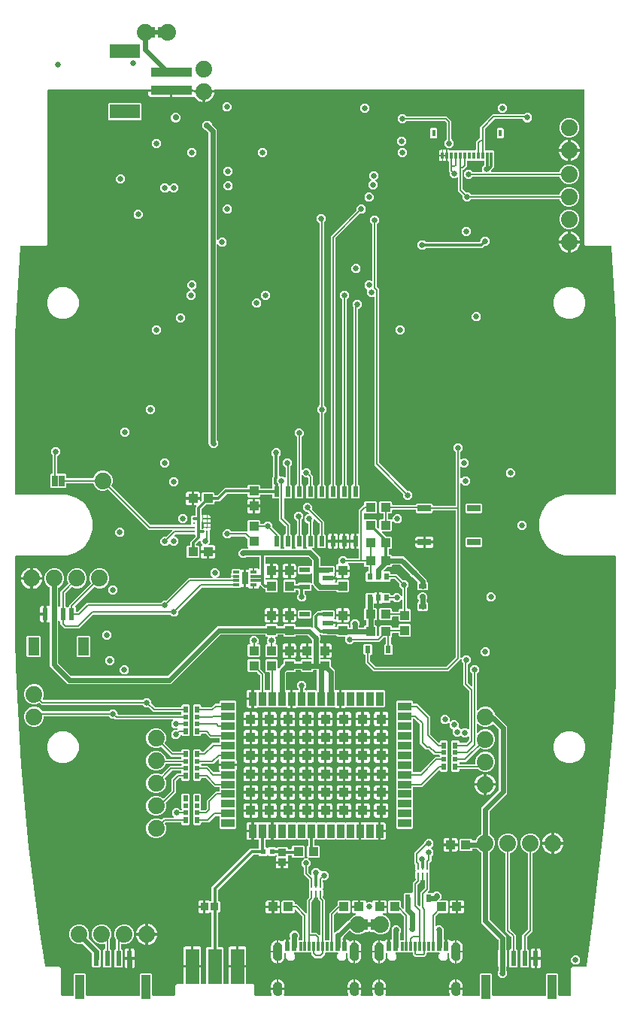
<source format=gtl>
G04 EAGLE Gerber RS-274X export*
G75*
%MOMM*%
%FSLAX34Y34*%
%LPD*%
%INTop Copper*%
%IPPOS*%
%AMOC8*
5,1,8,0,0,1.08239X$1,22.5*%
G01*
%ADD10C,0.635000*%
%ADD11R,1.000000X1.100000*%
%ADD12R,1.200000X0.550000*%
%ADD13R,0.900000X0.850000*%
%ADD14R,1.100000X1.000000*%
%ADD15R,0.600000X0.600000*%
%ADD16R,0.850000X1.520000*%
%ADD17R,1.520000X0.850000*%
%ADD18R,1.100000X1.100000*%
%ADD19R,0.300000X1.000000*%
%ADD20R,0.600000X1.000000*%
%ADD21C,0.755600*%
%ADD22R,0.250000X0.610000*%
%ADD23R,0.250000X0.560000*%
%ADD24R,1.500000X4.000000*%
%ADD25R,4.600000X1.000000*%
%ADD26R,3.400000X1.600000*%
%ADD27C,1.879600*%
%ADD28R,0.600000X1.700000*%
%ADD29R,1.000000X2.700000*%
%ADD30R,0.630000X0.830000*%
%ADD31R,0.700000X0.300000*%
%ADD32R,0.800000X1.380000*%
%ADD33R,0.635000X1.270000*%
%ADD34R,1.200000X2.000000*%
%ADD35R,0.600000X1.350000*%
%ADD36R,0.600000X1.200000*%
%ADD37R,1.524000X0.762000*%
%ADD38R,0.550000X0.800000*%
%ADD39R,0.550000X0.500000*%
%ADD40R,0.830000X0.630000*%
%ADD41R,0.275000X0.250000*%
%ADD42R,0.250000X0.275000*%
%ADD43R,0.850000X0.900000*%
%ADD44R,0.300000X0.800000*%
%ADD45R,0.400000X0.800000*%
%ADD46C,0.558800*%
%ADD47C,0.660400*%
%ADD48C,0.304800*%
%ADD49C,0.177800*%
%ADD50C,0.736600*%
%ADD51C,0.350519*%
%ADD52C,0.350000*%
%ADD53C,0.705600*%

G36*
X508598Y-204D02*
X508598Y-204D01*
X508604Y-198D01*
X508609Y-201D01*
X509666Y169D01*
X509670Y176D01*
X509676Y173D01*
X510624Y769D01*
X510627Y777D01*
X510632Y776D01*
X511424Y1568D01*
X511425Y1576D01*
X511431Y1576D01*
X512027Y2524D01*
X512026Y2533D01*
X512031Y2534D01*
X512401Y3591D01*
X512400Y3595D01*
X512402Y3597D01*
X512400Y3600D01*
X512404Y3602D01*
X512529Y4715D01*
X512527Y4718D01*
X512529Y4720D01*
X512529Y6721D01*
X515071Y6721D01*
X515071Y3972D01*
X514779Y2506D01*
X514196Y1097D01*
X514185Y1053D01*
X514166Y1011D01*
X514157Y934D01*
X514139Y858D01*
X514144Y812D01*
X514139Y767D01*
X514155Y690D01*
X514162Y613D01*
X514181Y571D01*
X514191Y526D01*
X514231Y459D01*
X514262Y388D01*
X514294Y354D01*
X514317Y315D01*
X514376Y264D01*
X514429Y207D01*
X514469Y185D01*
X514504Y155D01*
X514576Y126D01*
X514644Y89D01*
X514690Y80D01*
X514732Y63D01*
X514868Y48D01*
X514886Y45D01*
X514891Y46D01*
X514899Y45D01*
X533810Y45D01*
X533830Y48D01*
X533849Y46D01*
X533951Y68D01*
X534053Y84D01*
X534070Y94D01*
X534090Y98D01*
X534179Y151D01*
X534270Y200D01*
X534284Y214D01*
X534301Y224D01*
X534368Y303D01*
X534440Y378D01*
X534448Y396D01*
X534461Y411D01*
X534500Y507D01*
X534543Y601D01*
X534545Y621D01*
X534553Y639D01*
X534571Y806D01*
X534571Y24377D01*
X535613Y25419D01*
X547087Y25419D01*
X548129Y24377D01*
X548129Y806D01*
X548132Y786D01*
X548130Y767D01*
X548152Y665D01*
X548168Y563D01*
X548178Y546D01*
X548182Y526D01*
X548235Y437D01*
X548284Y346D01*
X548298Y332D01*
X548308Y315D01*
X548387Y248D01*
X548462Y176D01*
X548480Y168D01*
X548495Y155D01*
X548591Y116D01*
X548685Y73D01*
X548705Y71D01*
X548723Y63D01*
X548890Y45D01*
X608310Y45D01*
X608330Y48D01*
X608349Y46D01*
X608451Y68D01*
X608553Y84D01*
X608570Y94D01*
X608590Y98D01*
X608679Y151D01*
X608770Y200D01*
X608784Y214D01*
X608801Y224D01*
X608868Y303D01*
X608940Y378D01*
X608948Y396D01*
X608961Y411D01*
X609000Y507D01*
X609043Y601D01*
X609045Y621D01*
X609053Y639D01*
X609071Y806D01*
X609071Y24377D01*
X610113Y25419D01*
X621587Y25419D01*
X622629Y24377D01*
X622629Y806D01*
X622632Y786D01*
X622630Y767D01*
X622652Y665D01*
X622668Y563D01*
X622678Y546D01*
X622682Y526D01*
X622735Y437D01*
X622784Y346D01*
X622798Y332D01*
X622808Y315D01*
X622887Y248D01*
X622962Y176D01*
X622980Y168D01*
X622995Y155D01*
X623091Y116D01*
X623185Y73D01*
X623205Y71D01*
X623223Y63D01*
X623390Y45D01*
X636444Y45D01*
X636464Y48D01*
X636483Y46D01*
X636585Y68D01*
X636687Y84D01*
X636704Y94D01*
X636724Y98D01*
X636813Y151D01*
X636904Y200D01*
X636918Y214D01*
X636935Y224D01*
X637002Y303D01*
X637074Y378D01*
X637082Y396D01*
X637095Y411D01*
X637134Y507D01*
X637177Y601D01*
X637179Y621D01*
X637187Y639D01*
X637205Y806D01*
X637205Y31158D01*
X638842Y32795D01*
X653912Y32795D01*
X654001Y32809D01*
X654090Y32816D01*
X654121Y32829D01*
X654155Y32834D01*
X654234Y32876D01*
X654317Y32911D01*
X654342Y32934D01*
X654372Y32950D01*
X654434Y33014D01*
X654501Y33074D01*
X654518Y33103D01*
X654542Y33128D01*
X654579Y33209D01*
X654624Y33287D01*
X654635Y33329D01*
X654645Y33351D01*
X654649Y33383D01*
X654666Y33449D01*
X661799Y83837D01*
X661799Y83844D01*
X661801Y83854D01*
X674521Y191001D01*
X674520Y191011D01*
X674523Y191024D01*
X684026Y298505D01*
X684025Y298512D01*
X684027Y298522D01*
X687564Y352265D01*
X687562Y352284D01*
X687565Y352315D01*
X687565Y494694D01*
X687562Y494714D01*
X687564Y494733D01*
X687542Y494835D01*
X687526Y494937D01*
X687516Y494954D01*
X687512Y494974D01*
X687459Y495063D01*
X687410Y495154D01*
X687396Y495168D01*
X687386Y495185D01*
X687307Y495252D01*
X687232Y495324D01*
X687214Y495332D01*
X687199Y495345D01*
X687103Y495384D01*
X687009Y495427D01*
X686989Y495429D01*
X686971Y495437D01*
X686804Y495455D01*
X630279Y495455D01*
X619871Y498837D01*
X611019Y505269D01*
X604587Y514121D01*
X601205Y524529D01*
X601205Y535471D01*
X604587Y545879D01*
X611019Y554731D01*
X619871Y561163D01*
X630279Y564545D01*
X686804Y564545D01*
X686824Y564548D01*
X686843Y564546D01*
X686945Y564568D01*
X687047Y564584D01*
X687064Y564594D01*
X687084Y564598D01*
X687173Y564651D01*
X687264Y564700D01*
X687278Y564714D01*
X687295Y564724D01*
X687362Y564803D01*
X687434Y564878D01*
X687442Y564896D01*
X687455Y564911D01*
X687494Y565007D01*
X687537Y565101D01*
X687539Y565121D01*
X687547Y565139D01*
X687565Y565306D01*
X687565Y758498D01*
X687563Y758515D01*
X687564Y758542D01*
X682681Y843987D01*
X682655Y844105D01*
X682629Y844224D01*
X682628Y844226D01*
X682628Y844228D01*
X682565Y844332D01*
X682503Y844435D01*
X682502Y844436D01*
X682501Y844438D01*
X682409Y844515D01*
X682316Y844595D01*
X682314Y844596D01*
X682313Y844597D01*
X682203Y844640D01*
X682088Y844687D01*
X682086Y844687D01*
X682084Y844688D01*
X682077Y844688D01*
X681921Y844705D01*
X653642Y844705D01*
X652005Y846342D01*
X652005Y1020000D01*
X652002Y1020020D01*
X652004Y1020039D01*
X651982Y1020141D01*
X651966Y1020243D01*
X651956Y1020260D01*
X651952Y1020280D01*
X651899Y1020369D01*
X651850Y1020460D01*
X651836Y1020474D01*
X651826Y1020491D01*
X651747Y1020558D01*
X651672Y1020630D01*
X651654Y1020638D01*
X651639Y1020651D01*
X651543Y1020690D01*
X651449Y1020733D01*
X651429Y1020735D01*
X651411Y1020743D01*
X651244Y1020761D01*
X236147Y1020761D01*
X236069Y1020748D01*
X235989Y1020745D01*
X235948Y1020729D01*
X235904Y1020722D01*
X235834Y1020684D01*
X235760Y1020655D01*
X235726Y1020627D01*
X235687Y1020606D01*
X235632Y1020549D01*
X235571Y1020498D01*
X235548Y1020460D01*
X235518Y1020428D01*
X235484Y1020356D01*
X235442Y1020288D01*
X235433Y1020245D01*
X235414Y1020205D01*
X235405Y1020126D01*
X235391Y1020063D01*
X224282Y1020063D01*
X224262Y1020060D01*
X224243Y1020062D01*
X224141Y1020040D01*
X224039Y1020023D01*
X224022Y1020014D01*
X224002Y1020010D01*
X223913Y1019957D01*
X223822Y1019908D01*
X223808Y1019894D01*
X223791Y1019884D01*
X223724Y1019805D01*
X223653Y1019730D01*
X223644Y1019712D01*
X223631Y1019697D01*
X223593Y1019601D01*
X223549Y1019507D01*
X223547Y1019487D01*
X223539Y1019469D01*
X223521Y1019302D01*
X223521Y1018539D01*
X223519Y1018539D01*
X223519Y1019302D01*
X223516Y1019322D01*
X223518Y1019341D01*
X223496Y1019443D01*
X223479Y1019545D01*
X223470Y1019562D01*
X223466Y1019582D01*
X223413Y1019671D01*
X223364Y1019762D01*
X223350Y1019776D01*
X223340Y1019793D01*
X223261Y1019860D01*
X223186Y1019931D01*
X223168Y1019940D01*
X223153Y1019953D01*
X223057Y1019992D01*
X222963Y1020035D01*
X222943Y1020037D01*
X222925Y1020045D01*
X222758Y1020063D01*
X211648Y1020063D01*
X211644Y1020083D01*
X211644Y1020127D01*
X211618Y1020202D01*
X211601Y1020280D01*
X211578Y1020318D01*
X211564Y1020360D01*
X211515Y1020423D01*
X211475Y1020491D01*
X211441Y1020520D01*
X211414Y1020555D01*
X211348Y1020599D01*
X211288Y1020651D01*
X211247Y1020667D01*
X211210Y1020692D01*
X211134Y1020713D01*
X211060Y1020743D01*
X211001Y1020749D01*
X210973Y1020757D01*
X210945Y1020755D01*
X210893Y1020761D01*
X187762Y1020761D01*
X187742Y1020758D01*
X187723Y1020760D01*
X187621Y1020738D01*
X187519Y1020722D01*
X187502Y1020712D01*
X187482Y1020708D01*
X187393Y1020655D01*
X187302Y1020606D01*
X187288Y1020592D01*
X187271Y1020582D01*
X187204Y1020503D01*
X187133Y1020428D01*
X187124Y1020410D01*
X187111Y1020395D01*
X187072Y1020299D01*
X187029Y1020205D01*
X187027Y1020185D01*
X187019Y1020167D01*
X187001Y1020000D01*
X187001Y1019999D01*
X186999Y1019999D01*
X186999Y1020000D01*
X186996Y1020020D01*
X186998Y1020039D01*
X186976Y1020141D01*
X186959Y1020243D01*
X186950Y1020260D01*
X186946Y1020280D01*
X186893Y1020369D01*
X186844Y1020460D01*
X186830Y1020474D01*
X186820Y1020491D01*
X186741Y1020558D01*
X186666Y1020630D01*
X186648Y1020638D01*
X186633Y1020651D01*
X186537Y1020690D01*
X186443Y1020733D01*
X186423Y1020735D01*
X186405Y1020743D01*
X186238Y1020761D01*
X48756Y1020761D01*
X48736Y1020758D01*
X48717Y1020760D01*
X48615Y1020738D01*
X48513Y1020722D01*
X48496Y1020712D01*
X48476Y1020708D01*
X48387Y1020655D01*
X48296Y1020606D01*
X48282Y1020592D01*
X48265Y1020582D01*
X48198Y1020503D01*
X48126Y1020428D01*
X48118Y1020410D01*
X48105Y1020395D01*
X48066Y1020299D01*
X48023Y1020205D01*
X48021Y1020185D01*
X48013Y1020167D01*
X47995Y1020000D01*
X47995Y846342D01*
X46358Y844705D01*
X18063Y844705D01*
X17946Y844686D01*
X17828Y844668D01*
X17824Y844666D01*
X17820Y844666D01*
X17716Y844610D01*
X17609Y844555D01*
X17606Y844552D01*
X17603Y844550D01*
X17523Y844466D01*
X17438Y844378D01*
X17436Y844375D01*
X17434Y844372D01*
X17384Y844264D01*
X17332Y844156D01*
X17331Y844152D01*
X17330Y844149D01*
X17329Y844137D01*
X17303Y843991D01*
X11166Y744567D01*
X11168Y744549D01*
X11165Y744520D01*
X11165Y565306D01*
X11168Y565286D01*
X11166Y565267D01*
X11188Y565165D01*
X11204Y565063D01*
X11214Y565046D01*
X11218Y565026D01*
X11271Y564937D01*
X11320Y564846D01*
X11334Y564832D01*
X11344Y564815D01*
X11423Y564748D01*
X11498Y564676D01*
X11516Y564668D01*
X11531Y564655D01*
X11627Y564616D01*
X11721Y564573D01*
X11741Y564571D01*
X11759Y564563D01*
X11926Y564545D01*
X69721Y564545D01*
X80129Y561163D01*
X88981Y554731D01*
X95413Y545879D01*
X98795Y535471D01*
X98795Y524529D01*
X95413Y514121D01*
X88981Y505269D01*
X80128Y498837D01*
X69721Y495455D01*
X11926Y495455D01*
X11906Y495452D01*
X11887Y495454D01*
X11785Y495432D01*
X11683Y495416D01*
X11666Y495406D01*
X11646Y495402D01*
X11557Y495349D01*
X11466Y495300D01*
X11452Y495286D01*
X11435Y495276D01*
X11368Y495197D01*
X11296Y495122D01*
X11288Y495104D01*
X11275Y495089D01*
X11236Y494993D01*
X11193Y494899D01*
X11191Y494879D01*
X11183Y494861D01*
X11165Y494694D01*
X11165Y397976D01*
X11166Y397966D01*
X11165Y397950D01*
X12700Y351846D01*
X12701Y351839D01*
X12700Y351827D01*
X18112Y259665D01*
X18115Y259655D01*
X18114Y259639D01*
X26642Y167713D01*
X26644Y167704D01*
X26645Y167688D01*
X38278Y76103D01*
X38280Y76096D01*
X38281Y76084D01*
X44801Y33441D01*
X44827Y33360D01*
X44845Y33276D01*
X44865Y33243D01*
X44877Y33207D01*
X44928Y33138D01*
X44972Y33065D01*
X45001Y33040D01*
X45024Y33009D01*
X45094Y32961D01*
X45159Y32905D01*
X45194Y32891D01*
X45225Y32869D01*
X45307Y32845D01*
X45387Y32813D01*
X45436Y32808D01*
X45462Y32800D01*
X45492Y32802D01*
X45553Y32795D01*
X61158Y32795D01*
X62795Y31158D01*
X62795Y806D01*
X62798Y786D01*
X62796Y767D01*
X62818Y665D01*
X62834Y563D01*
X62844Y546D01*
X62848Y526D01*
X62901Y437D01*
X62950Y346D01*
X62964Y332D01*
X62974Y315D01*
X63053Y248D01*
X63128Y176D01*
X63146Y168D01*
X63161Y155D01*
X63257Y116D01*
X63351Y73D01*
X63371Y71D01*
X63389Y63D01*
X63556Y45D01*
X76610Y45D01*
X76630Y48D01*
X76649Y46D01*
X76751Y68D01*
X76853Y84D01*
X76870Y94D01*
X76890Y98D01*
X76979Y151D01*
X77070Y200D01*
X77084Y214D01*
X77101Y224D01*
X77168Y303D01*
X77240Y378D01*
X77248Y396D01*
X77261Y411D01*
X77300Y507D01*
X77343Y601D01*
X77345Y621D01*
X77353Y639D01*
X77371Y806D01*
X77371Y24377D01*
X78413Y25419D01*
X89887Y25419D01*
X90929Y24377D01*
X90929Y806D01*
X90932Y786D01*
X90930Y767D01*
X90952Y665D01*
X90968Y563D01*
X90978Y546D01*
X90982Y526D01*
X91035Y437D01*
X91084Y346D01*
X91098Y332D01*
X91108Y315D01*
X91187Y248D01*
X91262Y176D01*
X91280Y168D01*
X91295Y155D01*
X91391Y116D01*
X91485Y73D01*
X91505Y71D01*
X91523Y63D01*
X91690Y45D01*
X151110Y45D01*
X151130Y48D01*
X151149Y46D01*
X151251Y68D01*
X151353Y84D01*
X151370Y94D01*
X151390Y98D01*
X151479Y151D01*
X151570Y200D01*
X151584Y214D01*
X151601Y224D01*
X151668Y303D01*
X151740Y378D01*
X151748Y396D01*
X151761Y411D01*
X151800Y507D01*
X151843Y601D01*
X151845Y621D01*
X151853Y639D01*
X151871Y806D01*
X151871Y24377D01*
X152913Y25419D01*
X164387Y25419D01*
X165429Y24377D01*
X165429Y806D01*
X165432Y786D01*
X165430Y767D01*
X165452Y665D01*
X165468Y563D01*
X165478Y546D01*
X165482Y526D01*
X165535Y437D01*
X165584Y346D01*
X165598Y332D01*
X165608Y315D01*
X165687Y248D01*
X165762Y176D01*
X165780Y168D01*
X165795Y155D01*
X165891Y116D01*
X165985Y73D01*
X166005Y71D01*
X166023Y63D01*
X166190Y45D01*
X190444Y45D01*
X190464Y48D01*
X190483Y46D01*
X190585Y68D01*
X190687Y84D01*
X190704Y94D01*
X190724Y98D01*
X190813Y151D01*
X190904Y200D01*
X190918Y214D01*
X190935Y224D01*
X191002Y303D01*
X191074Y378D01*
X191082Y396D01*
X191095Y411D01*
X191134Y507D01*
X191177Y601D01*
X191179Y621D01*
X191187Y639D01*
X191205Y806D01*
X191205Y11158D01*
X192842Y12795D01*
X199798Y12795D01*
X199818Y12798D01*
X199837Y12796D01*
X199939Y12818D01*
X200041Y12834D01*
X200058Y12844D01*
X200078Y12848D01*
X200167Y12901D01*
X200258Y12950D01*
X200272Y12964D01*
X200289Y12974D01*
X200356Y13053D01*
X200428Y13128D01*
X200436Y13146D01*
X200449Y13161D01*
X200488Y13257D01*
X200531Y13351D01*
X200533Y13371D01*
X200541Y13389D01*
X200559Y13556D01*
X200559Y31477D01*
X209838Y31477D01*
X209858Y31480D01*
X209877Y31478D01*
X209979Y31500D01*
X210081Y31517D01*
X210098Y31526D01*
X210118Y31530D01*
X210207Y31583D01*
X210298Y31632D01*
X210312Y31646D01*
X210329Y31656D01*
X210396Y31735D01*
X210467Y31810D01*
X210476Y31828D01*
X210489Y31843D01*
X210528Y31939D01*
X210571Y32033D01*
X210573Y32053D01*
X210581Y32071D01*
X210599Y32238D01*
X210599Y33001D01*
X210601Y33001D01*
X210601Y32238D01*
X210604Y32218D01*
X210602Y32199D01*
X210624Y32097D01*
X210641Y31995D01*
X210650Y31978D01*
X210654Y31958D01*
X210707Y31869D01*
X210756Y31778D01*
X210770Y31764D01*
X210780Y31747D01*
X210859Y31680D01*
X210934Y31609D01*
X210952Y31600D01*
X210967Y31587D01*
X211063Y31548D01*
X211157Y31505D01*
X211177Y31503D01*
X211195Y31495D01*
X211362Y31477D01*
X220641Y31477D01*
X220641Y13556D01*
X220644Y13536D01*
X220642Y13517D01*
X220664Y13415D01*
X220680Y13313D01*
X220690Y13296D01*
X220694Y13276D01*
X220747Y13187D01*
X220796Y13096D01*
X220810Y13082D01*
X220820Y13065D01*
X220899Y12998D01*
X220974Y12926D01*
X220992Y12918D01*
X221007Y12905D01*
X221103Y12866D01*
X221197Y12823D01*
X221217Y12821D01*
X221235Y12813D01*
X221402Y12795D01*
X225706Y12795D01*
X225726Y12798D01*
X225745Y12796D01*
X225847Y12818D01*
X225949Y12834D01*
X225966Y12844D01*
X225986Y12848D01*
X226075Y12901D01*
X226166Y12950D01*
X226180Y12964D01*
X226197Y12974D01*
X226264Y13053D01*
X226336Y13128D01*
X226344Y13146D01*
X226357Y13161D01*
X226396Y13257D01*
X226439Y13351D01*
X226441Y13371D01*
X226449Y13389D01*
X226467Y13556D01*
X226467Y53842D01*
X227658Y55033D01*
X231453Y55033D01*
X231473Y55036D01*
X231493Y55034D01*
X231594Y55056D01*
X231696Y55072D01*
X231714Y55082D01*
X231733Y55086D01*
X231822Y55139D01*
X231914Y55188D01*
X231927Y55202D01*
X231944Y55212D01*
X232012Y55291D01*
X232083Y55366D01*
X232091Y55384D01*
X232104Y55399D01*
X232143Y55495D01*
X232187Y55589D01*
X232189Y55609D01*
X232196Y55627D01*
X232215Y55794D01*
X232215Y92706D01*
X232211Y92726D01*
X232214Y92745D01*
X232192Y92847D01*
X232175Y92949D01*
X232166Y92966D01*
X232161Y92986D01*
X232108Y93075D01*
X232060Y93166D01*
X232045Y93180D01*
X232035Y93197D01*
X231956Y93264D01*
X231881Y93336D01*
X231863Y93344D01*
X231848Y93357D01*
X231752Y93396D01*
X231658Y93439D01*
X231639Y93441D01*
X231620Y93449D01*
X231453Y93467D01*
X230622Y93467D01*
X230586Y93487D01*
X230508Y93502D01*
X230431Y93525D01*
X230387Y93524D01*
X230344Y93532D01*
X230265Y93521D01*
X230185Y93519D01*
X230144Y93504D01*
X230101Y93498D01*
X229967Y93439D01*
X229954Y93435D01*
X229952Y93433D01*
X229947Y93430D01*
X229431Y93132D01*
X228784Y92959D01*
X225723Y92959D01*
X225723Y99238D01*
X225720Y99258D01*
X225722Y99277D01*
X225700Y99379D01*
X225683Y99481D01*
X225674Y99498D01*
X225670Y99518D01*
X225617Y99607D01*
X225568Y99698D01*
X225554Y99712D01*
X225544Y99729D01*
X225465Y99796D01*
X225390Y99867D01*
X225372Y99876D01*
X225357Y99889D01*
X225261Y99928D01*
X225167Y99971D01*
X225147Y99973D01*
X225129Y99981D01*
X224962Y99999D01*
X224199Y99999D01*
X224199Y100001D01*
X224962Y100001D01*
X224982Y100004D01*
X225001Y100002D01*
X225103Y100024D01*
X225205Y100041D01*
X225222Y100050D01*
X225242Y100054D01*
X225331Y100107D01*
X225422Y100156D01*
X225436Y100170D01*
X225453Y100180D01*
X225520Y100259D01*
X225591Y100334D01*
X225600Y100352D01*
X225613Y100367D01*
X225652Y100463D01*
X225695Y100557D01*
X225697Y100577D01*
X225705Y100595D01*
X225723Y100762D01*
X225723Y107041D01*
X228785Y107041D01*
X229431Y106868D01*
X229947Y106570D01*
X229988Y106554D01*
X230025Y106530D01*
X230102Y106511D01*
X230177Y106483D01*
X230221Y106481D01*
X230263Y106470D01*
X230343Y106476D01*
X230423Y106474D01*
X230465Y106486D01*
X230509Y106489D01*
X230582Y106521D01*
X230623Y106533D01*
X231453Y106533D01*
X231473Y106536D01*
X231493Y106534D01*
X231594Y106556D01*
X231696Y106572D01*
X231714Y106582D01*
X231733Y106586D01*
X231822Y106639D01*
X231914Y106688D01*
X231927Y106702D01*
X231944Y106712D01*
X232012Y106791D01*
X232083Y106866D01*
X232091Y106884D01*
X232104Y106899D01*
X232143Y106995D01*
X232187Y107089D01*
X232189Y107109D01*
X232196Y107127D01*
X232215Y107294D01*
X232215Y122148D01*
X234640Y124574D01*
X234659Y124588D01*
X276063Y165993D01*
X284956Y165993D01*
X284976Y165996D01*
X284995Y165994D01*
X285097Y166016D01*
X285199Y166032D01*
X285216Y166042D01*
X285236Y166046D01*
X285325Y166099D01*
X285416Y166148D01*
X285430Y166162D01*
X285447Y166172D01*
X285514Y166251D01*
X285586Y166326D01*
X285594Y166344D01*
X285607Y166359D01*
X285646Y166455D01*
X285689Y166549D01*
X285691Y166569D01*
X285699Y166587D01*
X285717Y166754D01*
X285717Y171894D01*
X285715Y171910D01*
X285715Y175106D01*
X285711Y175126D01*
X285714Y175145D01*
X285692Y175247D01*
X285675Y175349D01*
X285666Y175366D01*
X285661Y175386D01*
X285608Y175475D01*
X285560Y175566D01*
X285545Y175580D01*
X285535Y175597D01*
X285456Y175664D01*
X285381Y175736D01*
X285363Y175744D01*
X285348Y175757D01*
X285252Y175796D01*
X285158Y175839D01*
X285139Y175841D01*
X285120Y175849D01*
X284953Y175867D01*
X284515Y175867D01*
X284402Y175849D01*
X284288Y175833D01*
X284278Y175829D01*
X284272Y175828D01*
X284252Y175817D01*
X284134Y175765D01*
X283731Y175532D01*
X283084Y175359D01*
X280023Y175359D01*
X280023Y184738D01*
X280020Y184758D01*
X280022Y184777D01*
X280000Y184879D01*
X279983Y184981D01*
X279974Y184998D01*
X279970Y185018D01*
X279917Y185107D01*
X279868Y185198D01*
X279854Y185212D01*
X279844Y185229D01*
X279765Y185296D01*
X279690Y185367D01*
X279672Y185376D01*
X279657Y185389D01*
X279561Y185428D01*
X279467Y185471D01*
X279447Y185473D01*
X279429Y185481D01*
X279262Y185499D01*
X278499Y185499D01*
X278499Y185501D01*
X279262Y185501D01*
X279282Y185504D01*
X279301Y185502D01*
X279403Y185524D01*
X279505Y185541D01*
X279522Y185550D01*
X279542Y185554D01*
X279631Y185607D01*
X279722Y185656D01*
X279736Y185670D01*
X279753Y185680D01*
X279820Y185759D01*
X279891Y185834D01*
X279900Y185852D01*
X279913Y185867D01*
X279952Y185963D01*
X279995Y186057D01*
X279997Y186077D01*
X280005Y186095D01*
X280023Y186262D01*
X280023Y195641D01*
X283084Y195641D01*
X283731Y195468D01*
X284134Y195235D01*
X284241Y195194D01*
X284348Y195151D01*
X284358Y195150D01*
X284364Y195148D01*
X284386Y195147D01*
X284515Y195133D01*
X294485Y195133D01*
X294598Y195151D01*
X294712Y195167D01*
X294722Y195171D01*
X294728Y195172D01*
X294748Y195183D01*
X294866Y195235D01*
X295269Y195468D01*
X295916Y195641D01*
X298977Y195641D01*
X298977Y186262D01*
X298980Y186242D01*
X298978Y186223D01*
X299000Y186121D01*
X299017Y186019D01*
X299026Y186002D01*
X299030Y185982D01*
X299083Y185893D01*
X299132Y185802D01*
X299146Y185788D01*
X299156Y185771D01*
X299235Y185704D01*
X299310Y185633D01*
X299328Y185624D01*
X299343Y185611D01*
X299439Y185572D01*
X299533Y185529D01*
X299553Y185527D01*
X299571Y185519D01*
X299738Y185501D01*
X301262Y185501D01*
X301282Y185504D01*
X301301Y185502D01*
X301403Y185524D01*
X301505Y185541D01*
X301522Y185550D01*
X301542Y185554D01*
X301631Y185607D01*
X301722Y185656D01*
X301736Y185670D01*
X301753Y185680D01*
X301820Y185759D01*
X301891Y185834D01*
X301900Y185852D01*
X301913Y185867D01*
X301952Y185963D01*
X301995Y186057D01*
X301997Y186077D01*
X302005Y186095D01*
X302023Y186262D01*
X302023Y195641D01*
X305084Y195641D01*
X305731Y195468D01*
X306310Y195133D01*
X306341Y195102D01*
X306415Y195049D01*
X306485Y194989D01*
X306515Y194977D01*
X306541Y194958D01*
X306628Y194931D01*
X306713Y194897D01*
X306754Y194893D01*
X306776Y194886D01*
X306808Y194887D01*
X306880Y194879D01*
X316489Y194879D01*
X316490Y194877D01*
X316577Y194821D01*
X316661Y194760D01*
X316680Y194754D01*
X316697Y194744D01*
X316797Y194718D01*
X316896Y194688D01*
X316916Y194688D01*
X316936Y194684D01*
X317039Y194692D01*
X317142Y194694D01*
X317161Y194701D01*
X317181Y194703D01*
X317276Y194743D01*
X317373Y194779D01*
X317389Y194791D01*
X317407Y194799D01*
X317507Y194879D01*
X327489Y194879D01*
X327490Y194877D01*
X327577Y194821D01*
X327661Y194760D01*
X327680Y194754D01*
X327697Y194744D01*
X327797Y194718D01*
X327896Y194688D01*
X327916Y194688D01*
X327936Y194684D01*
X328039Y194692D01*
X328142Y194694D01*
X328161Y194701D01*
X328181Y194703D01*
X328276Y194743D01*
X328373Y194779D01*
X328389Y194791D01*
X328407Y194799D01*
X328507Y194879D01*
X338489Y194879D01*
X338490Y194877D01*
X338577Y194821D01*
X338661Y194760D01*
X338680Y194754D01*
X338697Y194744D01*
X338797Y194718D01*
X338896Y194688D01*
X338916Y194688D01*
X338936Y194684D01*
X339039Y194692D01*
X339142Y194694D01*
X339161Y194701D01*
X339181Y194703D01*
X339276Y194743D01*
X339373Y194779D01*
X339389Y194791D01*
X339407Y194799D01*
X339507Y194879D01*
X349489Y194879D01*
X349490Y194877D01*
X349577Y194821D01*
X349661Y194760D01*
X349680Y194754D01*
X349697Y194744D01*
X349797Y194718D01*
X349896Y194688D01*
X349916Y194688D01*
X349936Y194684D01*
X350039Y194692D01*
X350142Y194694D01*
X350161Y194701D01*
X350181Y194703D01*
X350276Y194743D01*
X350373Y194779D01*
X350389Y194791D01*
X350407Y194799D01*
X350507Y194879D01*
X360489Y194879D01*
X360490Y194877D01*
X360578Y194820D01*
X360661Y194760D01*
X360680Y194754D01*
X360697Y194744D01*
X360798Y194718D01*
X360897Y194688D01*
X360917Y194688D01*
X360936Y194684D01*
X361039Y194692D01*
X361142Y194694D01*
X361161Y194701D01*
X361181Y194703D01*
X361276Y194743D01*
X361373Y194779D01*
X361389Y194791D01*
X361407Y194799D01*
X361507Y194879D01*
X371489Y194879D01*
X371490Y194877D01*
X371577Y194821D01*
X371661Y194760D01*
X371680Y194754D01*
X371697Y194744D01*
X371797Y194718D01*
X371896Y194688D01*
X371916Y194688D01*
X371936Y194684D01*
X372039Y194692D01*
X372142Y194694D01*
X372161Y194701D01*
X372181Y194703D01*
X372276Y194743D01*
X372373Y194779D01*
X372389Y194791D01*
X372407Y194799D01*
X372507Y194879D01*
X382489Y194879D01*
X382490Y194877D01*
X382577Y194821D01*
X382661Y194760D01*
X382680Y194754D01*
X382697Y194744D01*
X382797Y194718D01*
X382896Y194688D01*
X382916Y194688D01*
X382936Y194684D01*
X383039Y194692D01*
X383142Y194694D01*
X383161Y194701D01*
X383181Y194703D01*
X383276Y194743D01*
X383373Y194779D01*
X383389Y194791D01*
X383407Y194799D01*
X383507Y194879D01*
X393120Y194879D01*
X393210Y194893D01*
X393301Y194901D01*
X393331Y194913D01*
X393363Y194918D01*
X393444Y194961D01*
X393528Y194997D01*
X393560Y195023D01*
X393580Y195034D01*
X393603Y195057D01*
X393659Y195102D01*
X393690Y195133D01*
X394269Y195468D01*
X394916Y195641D01*
X397977Y195641D01*
X397977Y186262D01*
X397980Y186242D01*
X397978Y186223D01*
X398000Y186121D01*
X398017Y186019D01*
X398026Y186002D01*
X398030Y185982D01*
X398083Y185893D01*
X398132Y185802D01*
X398146Y185788D01*
X398156Y185771D01*
X398235Y185704D01*
X398310Y185633D01*
X398328Y185624D01*
X398343Y185611D01*
X398439Y185572D01*
X398533Y185529D01*
X398553Y185527D01*
X398571Y185519D01*
X398738Y185501D01*
X400262Y185501D01*
X400282Y185504D01*
X400301Y185502D01*
X400403Y185524D01*
X400505Y185541D01*
X400522Y185550D01*
X400542Y185554D01*
X400631Y185607D01*
X400722Y185656D01*
X400736Y185670D01*
X400753Y185680D01*
X400820Y185759D01*
X400891Y185834D01*
X400900Y185852D01*
X400913Y185867D01*
X400952Y185963D01*
X400995Y186057D01*
X400997Y186077D01*
X401005Y186095D01*
X401023Y186262D01*
X401023Y195641D01*
X404084Y195641D01*
X404731Y195468D01*
X405310Y195133D01*
X405341Y195102D01*
X405415Y195049D01*
X405485Y194989D01*
X405515Y194977D01*
X405541Y194958D01*
X405628Y194931D01*
X405713Y194897D01*
X405754Y194893D01*
X405776Y194886D01*
X405808Y194887D01*
X405880Y194879D01*
X415120Y194879D01*
X415210Y194893D01*
X415301Y194901D01*
X415331Y194913D01*
X415363Y194918D01*
X415444Y194961D01*
X415528Y194997D01*
X415560Y195023D01*
X415580Y195034D01*
X415603Y195057D01*
X415659Y195102D01*
X415690Y195133D01*
X416269Y195468D01*
X416916Y195641D01*
X419977Y195641D01*
X419977Y186262D01*
X419980Y186242D01*
X419978Y186223D01*
X420000Y186121D01*
X420017Y186019D01*
X420026Y186002D01*
X420030Y185982D01*
X420083Y185893D01*
X420132Y185802D01*
X420146Y185788D01*
X420156Y185771D01*
X420235Y185704D01*
X420310Y185633D01*
X420328Y185624D01*
X420343Y185611D01*
X420439Y185572D01*
X420533Y185529D01*
X420553Y185527D01*
X420571Y185519D01*
X420738Y185501D01*
X421501Y185501D01*
X421501Y185499D01*
X420738Y185499D01*
X420718Y185496D01*
X420699Y185498D01*
X420597Y185476D01*
X420495Y185459D01*
X420478Y185450D01*
X420458Y185446D01*
X420369Y185393D01*
X420278Y185344D01*
X420264Y185330D01*
X420247Y185320D01*
X420180Y185241D01*
X420109Y185166D01*
X420100Y185148D01*
X420087Y185133D01*
X420048Y185037D01*
X420005Y184943D01*
X420003Y184923D01*
X419995Y184905D01*
X419977Y184738D01*
X419977Y175359D01*
X416916Y175359D01*
X416269Y175532D01*
X415690Y175867D01*
X415659Y175898D01*
X415585Y175951D01*
X415515Y176011D01*
X415485Y176023D01*
X415459Y176042D01*
X415372Y176069D01*
X415287Y176103D01*
X415246Y176107D01*
X415224Y176114D01*
X415192Y176113D01*
X415120Y176121D01*
X405880Y176121D01*
X405790Y176107D01*
X405699Y176099D01*
X405669Y176087D01*
X405637Y176082D01*
X405556Y176039D01*
X405472Y176003D01*
X405440Y175977D01*
X405420Y175966D01*
X405397Y175943D01*
X405341Y175898D01*
X405310Y175867D01*
X404731Y175532D01*
X404084Y175359D01*
X401023Y175359D01*
X401023Y184738D01*
X401020Y184758D01*
X401022Y184777D01*
X401000Y184879D01*
X400983Y184981D01*
X400974Y184998D01*
X400970Y185018D01*
X400917Y185107D01*
X400868Y185198D01*
X400854Y185212D01*
X400844Y185229D01*
X400765Y185296D01*
X400690Y185367D01*
X400672Y185376D01*
X400657Y185389D01*
X400561Y185428D01*
X400467Y185471D01*
X400447Y185473D01*
X400429Y185481D01*
X400262Y185499D01*
X398738Y185499D01*
X398718Y185496D01*
X398699Y185498D01*
X398597Y185476D01*
X398495Y185459D01*
X398478Y185450D01*
X398458Y185446D01*
X398369Y185393D01*
X398278Y185344D01*
X398264Y185330D01*
X398247Y185320D01*
X398180Y185241D01*
X398109Y185166D01*
X398100Y185148D01*
X398087Y185133D01*
X398048Y185037D01*
X398005Y184943D01*
X398003Y184923D01*
X397995Y184905D01*
X397977Y184738D01*
X397977Y175359D01*
X394916Y175359D01*
X394269Y175532D01*
X393690Y175867D01*
X393659Y175898D01*
X393585Y175951D01*
X393515Y176011D01*
X393485Y176023D01*
X393459Y176042D01*
X393372Y176069D01*
X393287Y176103D01*
X393246Y176107D01*
X393224Y176114D01*
X393192Y176113D01*
X393120Y176121D01*
X383511Y176121D01*
X383510Y176123D01*
X383422Y176180D01*
X383339Y176240D01*
X383320Y176246D01*
X383303Y176256D01*
X383202Y176282D01*
X383103Y176312D01*
X383083Y176312D01*
X383064Y176316D01*
X382961Y176308D01*
X382858Y176306D01*
X382839Y176299D01*
X382819Y176297D01*
X382724Y176257D01*
X382627Y176221D01*
X382611Y176209D01*
X382593Y176201D01*
X382493Y176121D01*
X372511Y176121D01*
X372510Y176123D01*
X372422Y176180D01*
X372339Y176240D01*
X372320Y176246D01*
X372303Y176256D01*
X372202Y176282D01*
X372103Y176312D01*
X372083Y176312D01*
X372064Y176316D01*
X371961Y176308D01*
X371858Y176306D01*
X371839Y176299D01*
X371819Y176297D01*
X371724Y176257D01*
X371627Y176221D01*
X371611Y176209D01*
X371593Y176201D01*
X371493Y176121D01*
X361511Y176121D01*
X361510Y176123D01*
X361423Y176179D01*
X361339Y176240D01*
X361320Y176246D01*
X361303Y176256D01*
X361203Y176282D01*
X361104Y176312D01*
X361084Y176312D01*
X361064Y176316D01*
X360961Y176308D01*
X360858Y176306D01*
X360839Y176299D01*
X360819Y176297D01*
X360724Y176257D01*
X360627Y176221D01*
X360611Y176209D01*
X360593Y176201D01*
X360493Y176121D01*
X350511Y176121D01*
X350510Y176123D01*
X350422Y176180D01*
X350339Y176240D01*
X350320Y176246D01*
X350303Y176256D01*
X350202Y176282D01*
X350103Y176312D01*
X350083Y176312D01*
X350064Y176316D01*
X349961Y176308D01*
X349858Y176306D01*
X349839Y176299D01*
X349819Y176297D01*
X349724Y176257D01*
X349627Y176221D01*
X349611Y176209D01*
X349593Y176201D01*
X349493Y176121D01*
X348793Y176121D01*
X348773Y176118D01*
X348753Y176120D01*
X348652Y176098D01*
X348550Y176082D01*
X348532Y176072D01*
X348513Y176068D01*
X348424Y176015D01*
X348332Y175966D01*
X348319Y175952D01*
X348302Y175942D01*
X348234Y175863D01*
X348163Y175788D01*
X348155Y175770D01*
X348142Y175755D01*
X348103Y175659D01*
X348059Y175565D01*
X348057Y175545D01*
X348050Y175527D01*
X348031Y175360D01*
X348031Y169750D01*
X348035Y169730D01*
X348032Y169711D01*
X348054Y169609D01*
X348071Y169507D01*
X348080Y169490D01*
X348085Y169470D01*
X348138Y169381D01*
X348186Y169290D01*
X348201Y169276D01*
X348211Y169259D01*
X348290Y169192D01*
X348365Y169120D01*
X348383Y169112D01*
X348398Y169099D01*
X348494Y169060D01*
X348588Y169017D01*
X348607Y169015D01*
X348626Y169007D01*
X348793Y168989D01*
X353307Y168989D01*
X354349Y167947D01*
X354349Y156473D01*
X353307Y155431D01*
X341672Y155431D01*
X341601Y155420D01*
X341529Y155418D01*
X341480Y155400D01*
X341429Y155392D01*
X341366Y155358D01*
X341298Y155333D01*
X341258Y155301D01*
X341212Y155276D01*
X341162Y155224D01*
X341106Y155180D01*
X341078Y155136D01*
X341042Y155098D01*
X341012Y155033D01*
X340973Y154973D01*
X340961Y154922D01*
X340939Y154875D01*
X340931Y154804D01*
X340913Y154734D01*
X340917Y154682D01*
X340912Y154631D01*
X340927Y154560D01*
X340932Y154489D01*
X340953Y154441D01*
X340964Y154390D01*
X341001Y154329D01*
X341029Y154263D01*
X341073Y154207D01*
X341090Y154179D01*
X341108Y154164D01*
X341133Y154132D01*
X343651Y151615D01*
X343651Y147405D01*
X341461Y145215D01*
X341418Y145156D01*
X341375Y145110D01*
X341367Y145094D01*
X341348Y145072D01*
X341336Y145042D01*
X341317Y145016D01*
X341291Y144930D01*
X341271Y144887D01*
X341270Y144878D01*
X341256Y144844D01*
X341252Y144803D01*
X341245Y144781D01*
X341246Y144748D01*
X341238Y144677D01*
X341238Y139260D01*
X341252Y139170D01*
X341260Y139079D01*
X341272Y139050D01*
X341277Y139018D01*
X341320Y138937D01*
X341356Y138853D01*
X341382Y138821D01*
X341393Y138800D01*
X341416Y138778D01*
X341461Y138722D01*
X343820Y136363D01*
X343878Y136321D01*
X343930Y136272D01*
X343977Y136250D01*
X344019Y136219D01*
X344088Y136198D01*
X344153Y136168D01*
X344205Y136162D01*
X344255Y136147D01*
X344326Y136149D01*
X344397Y136141D01*
X344448Y136152D01*
X344500Y136153D01*
X344568Y136178D01*
X344638Y136193D01*
X344683Y136220D01*
X344731Y136238D01*
X344787Y136283D01*
X344849Y136319D01*
X344883Y136359D01*
X344923Y136392D01*
X344962Y136452D01*
X345009Y136506D01*
X345028Y136555D01*
X345056Y136599D01*
X345074Y136668D01*
X345101Y136735D01*
X345109Y136806D01*
X345117Y136837D01*
X345115Y136860D01*
X345119Y136901D01*
X345119Y141045D01*
X348095Y144021D01*
X352305Y144021D01*
X355281Y141045D01*
X355281Y140954D01*
X355292Y140883D01*
X355294Y140811D01*
X355312Y140762D01*
X355320Y140711D01*
X355354Y140648D01*
X355379Y140580D01*
X355411Y140540D01*
X355436Y140494D01*
X355487Y140444D01*
X355532Y140388D01*
X355576Y140360D01*
X355614Y140324D01*
X355679Y140294D01*
X355739Y140255D01*
X355790Y140243D01*
X355837Y140221D01*
X355908Y140213D01*
X355978Y140195D01*
X356030Y140199D01*
X356081Y140194D01*
X356152Y140209D01*
X356223Y140214D01*
X356271Y140235D01*
X356322Y140246D01*
X356383Y140283D01*
X356449Y140311D01*
X356505Y140355D01*
X356533Y140372D01*
X356548Y140390D01*
X356580Y140416D01*
X356786Y140621D01*
X360995Y140621D01*
X363971Y137645D01*
X363971Y133435D01*
X360995Y130459D01*
X358429Y130459D01*
X358409Y130456D01*
X358390Y130458D01*
X358288Y130436D01*
X358186Y130420D01*
X358169Y130410D01*
X358149Y130406D01*
X358060Y130353D01*
X357969Y130304D01*
X357955Y130290D01*
X357938Y130280D01*
X357871Y130201D01*
X357799Y130126D01*
X357791Y130108D01*
X357778Y130093D01*
X357739Y129997D01*
X357696Y129903D01*
X357694Y129883D01*
X357686Y129865D01*
X357668Y129698D01*
X357668Y128513D01*
X357682Y128423D01*
X357690Y128332D01*
X357702Y128302D01*
X357707Y128270D01*
X357750Y128190D01*
X357786Y128106D01*
X357812Y128074D01*
X357823Y128053D01*
X357846Y128031D01*
X357891Y127975D01*
X358029Y127837D01*
X358029Y120763D01*
X357804Y120538D01*
X357792Y120522D01*
X357777Y120510D01*
X357720Y120422D01*
X357660Y120339D01*
X357654Y120320D01*
X357644Y120303D01*
X357618Y120202D01*
X357588Y120103D01*
X357588Y120083D01*
X357584Y120064D01*
X357592Y119961D01*
X357594Y119858D01*
X357601Y119839D01*
X357603Y119819D01*
X357643Y119724D01*
X357679Y119627D01*
X357691Y119611D01*
X357699Y119593D01*
X357804Y119462D01*
X358029Y119237D01*
X358029Y112163D01*
X357891Y112025D01*
X357838Y111951D01*
X357778Y111882D01*
X357766Y111852D01*
X357747Y111825D01*
X357720Y111738D01*
X357686Y111654D01*
X357682Y111613D01*
X357675Y111590D01*
X357676Y111558D01*
X357668Y111487D01*
X357668Y111130D01*
X357682Y111040D01*
X357690Y110949D01*
X357702Y110920D01*
X357707Y110888D01*
X357750Y110807D01*
X357786Y110723D01*
X357812Y110691D01*
X357823Y110670D01*
X357846Y110648D01*
X357891Y110592D01*
X360288Y108195D01*
X360288Y62810D01*
X360291Y62790D01*
X360289Y62771D01*
X360311Y62669D01*
X360327Y62567D01*
X360337Y62550D01*
X360341Y62530D01*
X360394Y62441D01*
X360443Y62350D01*
X360457Y62336D01*
X360467Y62319D01*
X360546Y62252D01*
X360621Y62180D01*
X360639Y62172D01*
X360654Y62159D01*
X360750Y62120D01*
X360844Y62077D01*
X360864Y62075D01*
X360882Y62067D01*
X361049Y62049D01*
X364071Y62049D01*
X364091Y62052D01*
X364110Y62050D01*
X364212Y62072D01*
X364314Y62088D01*
X364331Y62098D01*
X364351Y62102D01*
X364440Y62155D01*
X364531Y62204D01*
X364545Y62218D01*
X364562Y62228D01*
X364629Y62307D01*
X364701Y62382D01*
X364709Y62400D01*
X364722Y62415D01*
X364761Y62511D01*
X364804Y62605D01*
X364806Y62625D01*
X364814Y62643D01*
X364832Y62810D01*
X364832Y92835D01*
X373998Y102001D01*
X374051Y102075D01*
X374111Y102144D01*
X374123Y102175D01*
X374142Y102201D01*
X374169Y102288D01*
X374203Y102373D01*
X374207Y102414D01*
X374214Y102436D01*
X374213Y102468D01*
X374221Y102539D01*
X374221Y105737D01*
X375263Y106779D01*
X387737Y106779D01*
X388779Y105737D01*
X388779Y94263D01*
X387737Y93221D01*
X375263Y93221D01*
X374552Y93933D01*
X374536Y93944D01*
X374523Y93960D01*
X374436Y94016D01*
X374352Y94076D01*
X374333Y94082D01*
X374316Y94093D01*
X374216Y94118D01*
X374117Y94149D01*
X374097Y94148D01*
X374078Y94153D01*
X373975Y94145D01*
X373871Y94142D01*
X373852Y94135D01*
X373833Y94134D01*
X373738Y94093D01*
X373640Y94058D01*
X373625Y94045D01*
X373606Y94037D01*
X373475Y93933D01*
X370391Y90848D01*
X370338Y90774D01*
X370278Y90705D01*
X370266Y90674D01*
X370247Y90648D01*
X370220Y90561D01*
X370186Y90476D01*
X370182Y90435D01*
X370175Y90413D01*
X370176Y90381D01*
X370168Y90310D01*
X370168Y71890D01*
X370179Y71819D01*
X370181Y71747D01*
X370199Y71698D01*
X370207Y71647D01*
X370241Y71584D01*
X370266Y71516D01*
X370298Y71476D01*
X370323Y71429D01*
X370375Y71380D01*
X370419Y71324D01*
X370463Y71296D01*
X370501Y71260D01*
X370566Y71230D01*
X370626Y71191D01*
X370677Y71178D01*
X370724Y71156D01*
X370795Y71149D01*
X370865Y71131D01*
X370917Y71135D01*
X370968Y71129D01*
X371039Y71145D01*
X371110Y71150D01*
X371158Y71171D01*
X371209Y71182D01*
X371270Y71218D01*
X371336Y71247D01*
X371392Y71291D01*
X371420Y71308D01*
X371435Y71326D01*
X371467Y71351D01*
X372306Y72190D01*
X374312Y73021D01*
X374368Y73056D01*
X374428Y73081D01*
X374493Y73133D01*
X374522Y73151D01*
X374534Y73166D01*
X374559Y73186D01*
X385946Y84573D01*
X386588Y84573D01*
X386703Y84592D01*
X386819Y84609D01*
X386824Y84611D01*
X386831Y84612D01*
X386933Y84667D01*
X387038Y84720D01*
X387042Y84725D01*
X387048Y84728D01*
X387128Y84812D01*
X387210Y84896D01*
X387214Y84902D01*
X387217Y84906D01*
X387225Y84923D01*
X387291Y85043D01*
X387825Y86331D01*
X390969Y89475D01*
X394637Y90995D01*
X394720Y91046D01*
X394806Y91092D01*
X394824Y91111D01*
X394846Y91124D01*
X394909Y91199D01*
X394976Y91270D01*
X394987Y91294D01*
X395003Y91314D01*
X395038Y91405D01*
X395079Y91493D01*
X395082Y91519D01*
X395091Y91543D01*
X395096Y91641D01*
X395106Y91737D01*
X395101Y91763D01*
X395102Y91789D01*
X395075Y91883D01*
X395054Y91978D01*
X395041Y92000D01*
X395033Y92025D01*
X394978Y92105D01*
X394928Y92189D01*
X394908Y92206D01*
X394893Y92227D01*
X394815Y92286D01*
X394741Y92349D01*
X394717Y92359D01*
X394696Y92374D01*
X394603Y92404D01*
X394513Y92441D01*
X394480Y92444D01*
X394462Y92450D01*
X394429Y92450D01*
X394346Y92459D01*
X392666Y92459D01*
X392019Y92632D01*
X391440Y92967D01*
X390967Y93440D01*
X390632Y94019D01*
X390459Y94666D01*
X390459Y98477D01*
X397738Y98477D01*
X397758Y98480D01*
X397777Y98478D01*
X397879Y98500D01*
X397981Y98517D01*
X397998Y98526D01*
X398018Y98530D01*
X398107Y98583D01*
X398198Y98632D01*
X398212Y98646D01*
X398229Y98656D01*
X398296Y98735D01*
X398367Y98810D01*
X398376Y98828D01*
X398389Y98843D01*
X398428Y98939D01*
X398471Y99033D01*
X398473Y99053D01*
X398481Y99071D01*
X398499Y99238D01*
X398499Y100001D01*
X399262Y100001D01*
X399282Y100004D01*
X399301Y100002D01*
X399403Y100024D01*
X399505Y100041D01*
X399522Y100050D01*
X399542Y100054D01*
X399631Y100107D01*
X399722Y100156D01*
X399736Y100170D01*
X399753Y100180D01*
X399820Y100259D01*
X399891Y100334D01*
X399900Y100352D01*
X399913Y100367D01*
X399952Y100463D01*
X399995Y100557D01*
X399997Y100577D01*
X400005Y100595D01*
X400023Y100762D01*
X400023Y107541D01*
X404334Y107541D01*
X404981Y107368D01*
X405560Y107033D01*
X406033Y106560D01*
X406368Y105981D01*
X406539Y105339D01*
X406579Y105253D01*
X406611Y105163D01*
X406629Y105141D01*
X406641Y105115D01*
X406705Y105046D01*
X406765Y104971D01*
X406789Y104956D01*
X406808Y104935D01*
X406892Y104890D01*
X406972Y104838D01*
X406999Y104831D01*
X407024Y104818D01*
X407118Y104801D01*
X407211Y104778D01*
X407239Y104780D01*
X407266Y104775D01*
X407361Y104790D01*
X407456Y104797D01*
X407482Y104808D01*
X407510Y104812D01*
X407594Y104856D01*
X407682Y104893D01*
X407710Y104916D01*
X407728Y104925D01*
X407751Y104949D01*
X407813Y104998D01*
X407896Y105081D01*
X412104Y105081D01*
X412187Y104998D01*
X412264Y104943D01*
X412338Y104881D01*
X412364Y104871D01*
X412387Y104855D01*
X412478Y104827D01*
X412567Y104792D01*
X412595Y104791D01*
X412622Y104782D01*
X412717Y104785D01*
X412812Y104780D01*
X412839Y104788D01*
X412868Y104789D01*
X412957Y104821D01*
X413049Y104847D01*
X413072Y104863D01*
X413099Y104873D01*
X413173Y104933D01*
X413252Y104987D01*
X413269Y105009D01*
X413291Y105027D01*
X413342Y105107D01*
X413400Y105183D01*
X413413Y105216D01*
X413424Y105234D01*
X413432Y105266D01*
X413461Y105339D01*
X413632Y105981D01*
X413967Y106560D01*
X414440Y107033D01*
X415019Y107368D01*
X415666Y107541D01*
X419977Y107541D01*
X419977Y100762D01*
X419980Y100742D01*
X419978Y100723D01*
X420000Y100621D01*
X420017Y100519D01*
X420026Y100502D01*
X420030Y100482D01*
X420083Y100393D01*
X420132Y100302D01*
X420146Y100288D01*
X420156Y100271D01*
X420235Y100204D01*
X420310Y100133D01*
X420328Y100124D01*
X420343Y100111D01*
X420439Y100072D01*
X420533Y100029D01*
X420553Y100027D01*
X420571Y100019D01*
X420738Y100001D01*
X421501Y100001D01*
X421501Y99238D01*
X421504Y99218D01*
X421502Y99199D01*
X421524Y99097D01*
X421541Y98995D01*
X421550Y98978D01*
X421554Y98958D01*
X421607Y98869D01*
X421656Y98778D01*
X421670Y98764D01*
X421680Y98747D01*
X421759Y98680D01*
X421834Y98609D01*
X421852Y98600D01*
X421867Y98587D01*
X421963Y98548D01*
X422057Y98505D01*
X422077Y98503D01*
X422095Y98495D01*
X422262Y98477D01*
X429541Y98477D01*
X429541Y94665D01*
X429368Y94019D01*
X429033Y93440D01*
X428560Y92967D01*
X427981Y92632D01*
X427334Y92459D01*
X425654Y92459D01*
X425558Y92444D01*
X425461Y92434D01*
X425437Y92424D01*
X425411Y92420D01*
X425325Y92374D01*
X425236Y92334D01*
X425217Y92317D01*
X425194Y92304D01*
X425127Y92234D01*
X425055Y92168D01*
X425042Y92145D01*
X425024Y92126D01*
X424983Y92038D01*
X424936Y91952D01*
X424932Y91927D01*
X424921Y91903D01*
X424910Y91806D01*
X424893Y91710D01*
X424897Y91684D01*
X424894Y91659D01*
X424914Y91563D01*
X424929Y91467D01*
X424940Y91444D01*
X424946Y91418D01*
X424996Y91335D01*
X425040Y91248D01*
X425059Y91229D01*
X425072Y91207D01*
X425146Y91144D01*
X425216Y91076D01*
X425244Y91060D01*
X425259Y91047D01*
X425290Y91035D01*
X425363Y90995D01*
X429031Y89475D01*
X432175Y86331D01*
X433877Y82223D01*
X433877Y77777D01*
X432175Y73669D01*
X429031Y70525D01*
X424923Y68823D01*
X420477Y68823D01*
X416369Y70525D01*
X415245Y71648D01*
X415171Y71701D01*
X415102Y71761D01*
X415072Y71773D01*
X415046Y71792D01*
X414959Y71819D01*
X414874Y71853D01*
X414833Y71857D01*
X414811Y71864D01*
X414778Y71863D01*
X414707Y71871D01*
X411168Y71871D01*
X410538Y72501D01*
X410522Y72513D01*
X410510Y72528D01*
X410422Y72584D01*
X410339Y72645D01*
X410320Y72651D01*
X410303Y72661D01*
X410202Y72687D01*
X410103Y72717D01*
X410084Y72717D01*
X410064Y72721D01*
X409961Y72713D01*
X409858Y72711D01*
X409839Y72704D01*
X409819Y72702D01*
X409724Y72662D01*
X409627Y72626D01*
X409611Y72614D01*
X409593Y72606D01*
X409462Y72501D01*
X408832Y71871D01*
X405293Y71871D01*
X405203Y71857D01*
X405112Y71849D01*
X405082Y71837D01*
X405050Y71832D01*
X404969Y71789D01*
X404886Y71753D01*
X404853Y71727D01*
X404833Y71716D01*
X404811Y71693D01*
X404755Y71648D01*
X403631Y70525D01*
X399523Y68823D01*
X395077Y68823D01*
X390969Y70525D01*
X388439Y73055D01*
X388422Y73067D01*
X388410Y73082D01*
X388323Y73138D01*
X388239Y73199D01*
X388220Y73205D01*
X388203Y73215D01*
X388103Y73241D01*
X388004Y73271D01*
X387984Y73271D01*
X387964Y73275D01*
X387862Y73267D01*
X387758Y73265D01*
X387739Y73258D01*
X387719Y73256D01*
X387624Y73216D01*
X387527Y73180D01*
X387511Y73168D01*
X387493Y73160D01*
X387362Y73055D01*
X381026Y66719D01*
X380988Y66666D01*
X380942Y66619D01*
X380902Y66546D01*
X380883Y66520D01*
X380877Y66501D01*
X380861Y66472D01*
X380030Y64466D01*
X379674Y64110D01*
X379632Y64052D01*
X379583Y64000D01*
X379561Y63953D01*
X379531Y63911D01*
X379510Y63842D01*
X379479Y63777D01*
X379474Y63725D01*
X379458Y63675D01*
X379460Y63604D01*
X379452Y63533D01*
X379463Y63482D01*
X379465Y63430D01*
X379489Y63362D01*
X379505Y63292D01*
X379531Y63247D01*
X379549Y63199D01*
X379594Y63143D01*
X379631Y63081D01*
X379670Y63047D01*
X379703Y63007D01*
X379763Y62968D01*
X379818Y62921D01*
X379866Y62902D01*
X379910Y62874D01*
X379979Y62856D01*
X380046Y62829D01*
X380117Y62821D01*
X380148Y62813D01*
X380172Y62815D01*
X380213Y62811D01*
X380751Y62811D01*
X380751Y56008D01*
X380754Y55989D01*
X380752Y55969D01*
X380774Y55867D01*
X380790Y55765D01*
X380800Y55748D01*
X380804Y55728D01*
X380857Y55639D01*
X380906Y55548D01*
X380920Y55534D01*
X380930Y55517D01*
X381009Y55450D01*
X381084Y55379D01*
X381102Y55370D01*
X381117Y55357D01*
X381213Y55319D01*
X381307Y55275D01*
X381327Y55273D01*
X381345Y55265D01*
X381512Y55247D01*
X382988Y55247D01*
X383008Y55250D01*
X383027Y55248D01*
X383129Y55270D01*
X383231Y55287D01*
X383248Y55296D01*
X383268Y55300D01*
X383357Y55353D01*
X383448Y55402D01*
X383462Y55416D01*
X383479Y55426D01*
X383546Y55505D01*
X383618Y55580D01*
X383626Y55598D01*
X383639Y55613D01*
X383678Y55710D01*
X383721Y55803D01*
X383723Y55823D01*
X383731Y55841D01*
X383749Y56008D01*
X383749Y62811D01*
X385584Y62811D01*
X386231Y62638D01*
X386810Y62303D01*
X387283Y61830D01*
X387552Y61364D01*
X387580Y61330D01*
X387601Y61290D01*
X387658Y61235D01*
X387708Y61174D01*
X387746Y61150D01*
X387778Y61119D01*
X387849Y61085D01*
X387916Y61043D01*
X387960Y61033D01*
X388000Y61013D01*
X388079Y61004D01*
X388155Y60986D01*
X388200Y60990D01*
X388245Y60984D01*
X388322Y61000D01*
X388400Y61007D01*
X388441Y61025D01*
X388485Y61035D01*
X388611Y61100D01*
X388626Y61106D01*
X388629Y61109D01*
X388634Y61112D01*
X389584Y61747D01*
X390966Y62319D01*
X392181Y62561D01*
X392181Y59957D01*
X392062Y59944D01*
X392056Y59938D01*
X392051Y59941D01*
X390994Y59571D01*
X390990Y59565D01*
X390984Y59567D01*
X390036Y58971D01*
X390033Y58963D01*
X390028Y58964D01*
X389236Y58172D01*
X389235Y58164D01*
X389229Y58164D01*
X388633Y57216D01*
X388634Y57209D01*
X388630Y57207D01*
X388630Y57206D01*
X388629Y57206D01*
X388259Y56149D01*
X388261Y56141D01*
X388256Y56138D01*
X388131Y55026D01*
X388133Y55022D01*
X388131Y55020D01*
X388131Y44020D01*
X388133Y44017D01*
X388131Y44015D01*
X388256Y42902D01*
X388262Y42896D01*
X388259Y42891D01*
X388629Y41834D01*
X388636Y41830D01*
X388633Y41824D01*
X389229Y40876D01*
X389237Y40873D01*
X389236Y40868D01*
X390028Y40076D01*
X390036Y40075D01*
X390036Y40069D01*
X390984Y39473D01*
X390993Y39474D01*
X390994Y39469D01*
X392051Y39099D01*
X392059Y39101D01*
X392062Y39096D01*
X392181Y39083D01*
X392181Y36479D01*
X390966Y36721D01*
X390125Y37069D01*
X389584Y37293D01*
X388727Y37866D01*
X388341Y38124D01*
X387284Y39181D01*
X386453Y40424D01*
X385881Y41806D01*
X385589Y43272D01*
X385589Y46968D01*
X385586Y46988D01*
X385588Y47007D01*
X385566Y47109D01*
X385549Y47211D01*
X385540Y47228D01*
X385536Y47248D01*
X385483Y47337D01*
X385434Y47428D01*
X385420Y47442D01*
X385410Y47459D01*
X385331Y47526D01*
X385256Y47598D01*
X385238Y47606D01*
X385223Y47619D01*
X385127Y47658D01*
X385033Y47701D01*
X385013Y47703D01*
X384995Y47711D01*
X384828Y47729D01*
X384340Y47729D01*
X384270Y47718D01*
X384198Y47716D01*
X384149Y47698D01*
X384097Y47690D01*
X384034Y47656D01*
X383967Y47631D01*
X383926Y47599D01*
X383880Y47574D01*
X383831Y47523D01*
X383775Y47478D01*
X383747Y47434D01*
X383711Y47396D01*
X383681Y47331D01*
X383642Y47271D01*
X383629Y47220D01*
X383607Y47173D01*
X383599Y47102D01*
X383582Y47032D01*
X383586Y46980D01*
X383580Y46929D01*
X383595Y46858D01*
X383601Y46787D01*
X383621Y46739D01*
X383632Y46688D01*
X383669Y46627D01*
X383697Y46561D01*
X383742Y46505D01*
X383758Y46477D01*
X383776Y46462D01*
X383802Y46430D01*
X383929Y46303D01*
X383929Y42137D01*
X380983Y39191D01*
X376817Y39191D01*
X373871Y42137D01*
X373871Y46303D01*
X374760Y47192D01*
X374802Y47250D01*
X374851Y47302D01*
X374873Y47349D01*
X374904Y47391D01*
X374925Y47460D01*
X374955Y47525D01*
X374961Y47577D01*
X374976Y47627D01*
X374974Y47698D01*
X374982Y47769D01*
X374971Y47820D01*
X374970Y47872D01*
X374945Y47940D01*
X374930Y48010D01*
X374903Y48055D01*
X374885Y48103D01*
X374840Y48159D01*
X374804Y48221D01*
X374764Y48255D01*
X374731Y48295D01*
X374671Y48334D01*
X374617Y48381D01*
X374568Y48400D01*
X374525Y48428D01*
X374455Y48446D01*
X374388Y48473D01*
X374317Y48481D01*
X374286Y48489D01*
X374263Y48487D01*
X374222Y48491D01*
X370761Y48491D01*
X370760Y48493D01*
X370673Y48549D01*
X370589Y48610D01*
X370570Y48616D01*
X370553Y48626D01*
X370453Y48652D01*
X370354Y48682D01*
X370334Y48682D01*
X370314Y48686D01*
X370211Y48678D01*
X370108Y48676D01*
X370089Y48669D01*
X370069Y48667D01*
X369974Y48627D01*
X369877Y48591D01*
X369861Y48579D01*
X369843Y48571D01*
X369743Y48491D01*
X361049Y48491D01*
X361029Y48488D01*
X361010Y48490D01*
X360908Y48468D01*
X360806Y48452D01*
X360789Y48442D01*
X360769Y48438D01*
X360680Y48385D01*
X360589Y48336D01*
X360575Y48322D01*
X360558Y48312D01*
X360491Y48233D01*
X360419Y48158D01*
X360411Y48140D01*
X360398Y48125D01*
X360359Y48029D01*
X360316Y47935D01*
X360314Y47915D01*
X360306Y47897D01*
X360288Y47730D01*
X360288Y46455D01*
X356185Y42352D01*
X348895Y42352D01*
X344832Y46415D01*
X344832Y47730D01*
X344829Y47750D01*
X344831Y47769D01*
X344809Y47871D01*
X344793Y47973D01*
X344783Y47990D01*
X344779Y48010D01*
X344726Y48099D01*
X344677Y48190D01*
X344663Y48204D01*
X344653Y48221D01*
X344574Y48288D01*
X344499Y48360D01*
X344481Y48368D01*
X344466Y48381D01*
X344370Y48420D01*
X344276Y48463D01*
X344256Y48465D01*
X344238Y48473D01*
X344071Y48491D01*
X330261Y48491D01*
X330260Y48493D01*
X330172Y48550D01*
X330089Y48610D01*
X330070Y48616D01*
X330053Y48626D01*
X329952Y48652D01*
X329853Y48682D01*
X329833Y48682D01*
X329814Y48686D01*
X329711Y48678D01*
X329608Y48676D01*
X329589Y48669D01*
X329569Y48667D01*
X329474Y48627D01*
X329377Y48591D01*
X329361Y48579D01*
X329343Y48571D01*
X329243Y48491D01*
X325778Y48491D01*
X325708Y48480D01*
X325636Y48478D01*
X325587Y48460D01*
X325535Y48452D01*
X325472Y48418D01*
X325405Y48393D01*
X325364Y48361D01*
X325318Y48336D01*
X325269Y48284D01*
X325213Y48240D01*
X325185Y48196D01*
X325149Y48158D01*
X325119Y48093D01*
X325080Y48033D01*
X325067Y47982D01*
X325045Y47935D01*
X325037Y47864D01*
X325020Y47794D01*
X325024Y47742D01*
X325018Y47691D01*
X325033Y47620D01*
X325039Y47549D01*
X325059Y47501D01*
X325070Y47450D01*
X325107Y47389D01*
X325135Y47323D01*
X325180Y47267D01*
X325196Y47239D01*
X325214Y47224D01*
X325240Y47192D01*
X326129Y46303D01*
X326129Y42137D01*
X323183Y39191D01*
X319017Y39191D01*
X316071Y42137D01*
X316071Y46303D01*
X316198Y46430D01*
X316240Y46488D01*
X316289Y46540D01*
X316311Y46587D01*
X316342Y46629D01*
X316363Y46698D01*
X316393Y46763D01*
X316399Y46815D01*
X316414Y46865D01*
X316412Y46936D01*
X316420Y47007D01*
X316409Y47058D01*
X316408Y47110D01*
X316383Y47178D01*
X316368Y47248D01*
X316341Y47293D01*
X316323Y47341D01*
X316278Y47397D01*
X316242Y47459D01*
X316202Y47493D01*
X316169Y47533D01*
X316109Y47572D01*
X316055Y47619D01*
X316006Y47638D01*
X315963Y47666D01*
X315893Y47684D01*
X315826Y47711D01*
X315755Y47719D01*
X315724Y47727D01*
X315701Y47725D01*
X315660Y47729D01*
X315172Y47729D01*
X315152Y47726D01*
X315133Y47728D01*
X315031Y47706D01*
X314929Y47690D01*
X314912Y47680D01*
X314892Y47676D01*
X314803Y47623D01*
X314712Y47574D01*
X314698Y47560D01*
X314681Y47550D01*
X314614Y47471D01*
X314542Y47396D01*
X314534Y47378D01*
X314521Y47363D01*
X314482Y47267D01*
X314439Y47173D01*
X314437Y47153D01*
X314429Y47135D01*
X314411Y46968D01*
X314411Y43272D01*
X314119Y41806D01*
X313549Y40430D01*
X313547Y40424D01*
X312716Y39181D01*
X311659Y38124D01*
X310416Y37293D01*
X309034Y36721D01*
X307819Y36479D01*
X307819Y39083D01*
X307938Y39096D01*
X307944Y39102D01*
X307949Y39099D01*
X309006Y39469D01*
X309010Y39476D01*
X309016Y39473D01*
X309964Y40069D01*
X309967Y40077D01*
X309972Y40076D01*
X310764Y40868D01*
X310765Y40876D01*
X310771Y40876D01*
X311367Y41824D01*
X311366Y41833D01*
X311371Y41834D01*
X311741Y42891D01*
X311740Y42895D01*
X311742Y42897D01*
X311740Y42900D01*
X311744Y42902D01*
X311869Y44015D01*
X311867Y44018D01*
X311869Y44020D01*
X311869Y55020D01*
X311867Y55023D01*
X311869Y55026D01*
X311744Y56138D01*
X311738Y56144D01*
X311741Y56149D01*
X311371Y57206D01*
X311365Y57210D01*
X311367Y57216D01*
X310771Y58164D01*
X310763Y58167D01*
X310764Y58172D01*
X309972Y58964D01*
X309964Y58965D01*
X309964Y58971D01*
X309016Y59567D01*
X309007Y59566D01*
X309006Y59571D01*
X307949Y59941D01*
X307941Y59939D01*
X307938Y59944D01*
X307819Y59957D01*
X307819Y62561D01*
X309034Y62319D01*
X310416Y61747D01*
X311366Y61112D01*
X311407Y61093D01*
X311443Y61067D01*
X311518Y61043D01*
X311590Y61010D01*
X311634Y61005D01*
X311677Y60992D01*
X311756Y60993D01*
X311834Y60985D01*
X311878Y60995D01*
X311923Y60996D01*
X311997Y61022D01*
X312074Y61039D01*
X312113Y61063D01*
X312155Y61077D01*
X312217Y61126D01*
X312284Y61167D01*
X312313Y61201D01*
X312349Y61229D01*
X312432Y61343D01*
X312443Y61355D01*
X312444Y61359D01*
X312448Y61364D01*
X312717Y61830D01*
X313190Y62303D01*
X313769Y62638D01*
X314416Y62811D01*
X316251Y62811D01*
X316251Y56008D01*
X316254Y55989D01*
X316252Y55969D01*
X316274Y55867D01*
X316290Y55765D01*
X316300Y55748D01*
X316304Y55728D01*
X316357Y55639D01*
X316406Y55548D01*
X316420Y55534D01*
X316430Y55517D01*
X316509Y55450D01*
X316584Y55379D01*
X316602Y55370D01*
X316617Y55357D01*
X316713Y55319D01*
X316807Y55275D01*
X316827Y55273D01*
X316845Y55265D01*
X317012Y55247D01*
X318488Y55247D01*
X318508Y55250D01*
X318527Y55248D01*
X318629Y55270D01*
X318731Y55287D01*
X318748Y55296D01*
X318768Y55300D01*
X318857Y55353D01*
X318948Y55402D01*
X318962Y55416D01*
X318979Y55426D01*
X319046Y55505D01*
X319118Y55580D01*
X319126Y55598D01*
X319139Y55613D01*
X319178Y55710D01*
X319221Y55803D01*
X319223Y55823D01*
X319231Y55841D01*
X319249Y56008D01*
X319249Y62811D01*
X320166Y62811D01*
X320186Y62814D01*
X320205Y62812D01*
X320307Y62834D01*
X320409Y62850D01*
X320426Y62860D01*
X320446Y62864D01*
X320535Y62917D01*
X320626Y62966D01*
X320640Y62980D01*
X320657Y62990D01*
X320724Y63069D01*
X320796Y63144D01*
X320804Y63162D01*
X320817Y63177D01*
X320856Y63273D01*
X320899Y63367D01*
X320901Y63387D01*
X320909Y63405D01*
X320927Y63572D01*
X320927Y65069D01*
X320917Y65134D01*
X320916Y65199D01*
X320893Y65279D01*
X320888Y65312D01*
X320878Y65329D01*
X320869Y65360D01*
X320408Y66474D01*
X320408Y68646D01*
X321240Y70654D01*
X322776Y72190D01*
X324784Y73022D01*
X326956Y73022D01*
X328964Y72190D01*
X330500Y70654D01*
X331332Y68646D01*
X331332Y66474D01*
X330500Y64466D01*
X330296Y64262D01*
X330243Y64188D01*
X330183Y64118D01*
X330171Y64088D01*
X330152Y64062D01*
X330125Y63975D01*
X330091Y63890D01*
X330087Y63849D01*
X330080Y63827D01*
X330081Y63795D01*
X330073Y63723D01*
X330073Y62810D01*
X330076Y62790D01*
X330074Y62771D01*
X330096Y62669D01*
X330112Y62567D01*
X330122Y62550D01*
X330126Y62530D01*
X330179Y62441D01*
X330228Y62350D01*
X330242Y62336D01*
X330252Y62319D01*
X330331Y62252D01*
X330406Y62180D01*
X330424Y62172D01*
X330439Y62159D01*
X330535Y62120D01*
X330629Y62077D01*
X330649Y62075D01*
X330667Y62067D01*
X330834Y62049D01*
X334071Y62049D01*
X334091Y62052D01*
X334110Y62050D01*
X334212Y62072D01*
X334314Y62088D01*
X334331Y62098D01*
X334351Y62102D01*
X334440Y62155D01*
X334531Y62204D01*
X334545Y62218D01*
X334562Y62228D01*
X334629Y62307D01*
X334701Y62382D01*
X334709Y62400D01*
X334722Y62415D01*
X334761Y62511D01*
X334804Y62605D01*
X334806Y62625D01*
X334814Y62643D01*
X334832Y62810D01*
X334832Y88800D01*
X334818Y88890D01*
X334810Y88981D01*
X334798Y89010D01*
X334793Y89042D01*
X334750Y89123D01*
X334714Y89207D01*
X334688Y89239D01*
X334677Y89260D01*
X334654Y89282D01*
X334609Y89338D01*
X327078Y96869D01*
X327020Y96911D01*
X326968Y96960D01*
X326921Y96982D01*
X326879Y97013D01*
X326810Y97034D01*
X326745Y97064D01*
X326693Y97070D01*
X326643Y97085D01*
X326572Y97083D01*
X326501Y97091D01*
X326450Y97080D01*
X326398Y97079D01*
X326330Y97054D01*
X326260Y97039D01*
X326215Y97012D01*
X326167Y96994D01*
X326111Y96949D01*
X326049Y96913D01*
X326015Y96873D01*
X325975Y96840D01*
X325936Y96780D01*
X325889Y96726D01*
X325870Y96677D01*
X325842Y96633D01*
X325824Y96564D01*
X325797Y96497D01*
X325789Y96426D01*
X325781Y96395D01*
X325783Y96372D01*
X325779Y96331D01*
X325779Y94263D01*
X324737Y93221D01*
X312263Y93221D01*
X311221Y94263D01*
X311221Y105737D01*
X312263Y106779D01*
X324737Y106779D01*
X325779Y105737D01*
X325779Y103429D01*
X325782Y103409D01*
X325780Y103390D01*
X325802Y103288D01*
X325818Y103186D01*
X325828Y103169D01*
X325832Y103149D01*
X325885Y103060D01*
X325934Y102969D01*
X325948Y102955D01*
X325958Y102938D01*
X326037Y102871D01*
X326112Y102799D01*
X326130Y102791D01*
X326145Y102778D01*
X326241Y102739D01*
X326335Y102696D01*
X326355Y102694D01*
X326373Y102686D01*
X326540Y102668D01*
X328825Y102668D01*
X338533Y92960D01*
X338591Y92918D01*
X338643Y92869D01*
X338690Y92847D01*
X338732Y92816D01*
X338801Y92795D01*
X338866Y92765D01*
X338918Y92759D01*
X338968Y92744D01*
X339039Y92746D01*
X339110Y92738D01*
X339161Y92749D01*
X339213Y92750D01*
X339281Y92775D01*
X339351Y92790D01*
X339396Y92817D01*
X339444Y92835D01*
X339500Y92880D01*
X339562Y92916D01*
X339596Y92956D01*
X339636Y92989D01*
X339675Y93049D01*
X339722Y93103D01*
X339741Y93152D01*
X339769Y93196D01*
X339787Y93265D01*
X339814Y93332D01*
X339822Y93403D01*
X339830Y93434D01*
X339828Y93457D01*
X339832Y93498D01*
X339832Y108205D01*
X342109Y110482D01*
X342162Y110556D01*
X342222Y110625D01*
X342234Y110656D01*
X342253Y110682D01*
X342280Y110769D01*
X342314Y110854D01*
X342318Y110895D01*
X342325Y110917D01*
X342324Y110949D01*
X342332Y111020D01*
X342332Y111487D01*
X342318Y111577D01*
X342310Y111668D01*
X342298Y111698D01*
X342293Y111730D01*
X342250Y111810D01*
X342214Y111894D01*
X342188Y111926D01*
X342177Y111947D01*
X342154Y111969D01*
X342109Y112025D01*
X341971Y112163D01*
X341971Y119739D01*
X341973Y119740D01*
X342030Y119828D01*
X342090Y119911D01*
X342096Y119930D01*
X342106Y119947D01*
X342132Y120048D01*
X342162Y120147D01*
X342162Y120167D01*
X342166Y120186D01*
X342158Y120289D01*
X342156Y120392D01*
X342149Y120411D01*
X342147Y120431D01*
X342107Y120526D01*
X342071Y120623D01*
X342059Y120639D01*
X342051Y120657D01*
X341971Y120757D01*
X341971Y127837D01*
X342109Y127975D01*
X342162Y128049D01*
X342222Y128118D01*
X342234Y128148D01*
X342253Y128175D01*
X342280Y128262D01*
X342314Y128346D01*
X342318Y128387D01*
X342325Y128410D01*
X342324Y128442D01*
X342332Y128513D01*
X342332Y129990D01*
X342318Y130080D01*
X342310Y130171D01*
X342298Y130200D01*
X342293Y130232D01*
X342250Y130313D01*
X342214Y130397D01*
X342188Y130429D01*
X342177Y130450D01*
X342154Y130472D01*
X342109Y130528D01*
X335902Y136735D01*
X335902Y144677D01*
X335896Y144717D01*
X335896Y144722D01*
X335891Y144744D01*
X335888Y144767D01*
X335880Y144858D01*
X335868Y144888D01*
X335863Y144920D01*
X335847Y144950D01*
X335844Y144962D01*
X335817Y145007D01*
X335784Y145084D01*
X335758Y145117D01*
X335747Y145137D01*
X335728Y145155D01*
X335718Y145173D01*
X335703Y145186D01*
X335679Y145215D01*
X333489Y147405D01*
X333489Y151615D01*
X336007Y154132D01*
X336048Y154190D01*
X336098Y154242D01*
X336120Y154289D01*
X336150Y154331D01*
X336171Y154400D01*
X336201Y154465D01*
X336207Y154517D01*
X336222Y154567D01*
X336221Y154638D01*
X336228Y154709D01*
X336217Y154760D01*
X336216Y154812D01*
X336191Y154880D01*
X336176Y154950D01*
X336149Y154995D01*
X336132Y155043D01*
X336087Y155099D01*
X336050Y155161D01*
X336010Y155195D01*
X335978Y155235D01*
X335918Y155274D01*
X335863Y155321D01*
X335815Y155340D01*
X335771Y155368D01*
X335702Y155386D01*
X335635Y155413D01*
X335564Y155421D01*
X335532Y155429D01*
X335509Y155427D01*
X335468Y155431D01*
X323833Y155431D01*
X322791Y156473D01*
X322791Y157367D01*
X322788Y157387D01*
X322790Y157407D01*
X322768Y157508D01*
X322752Y157610D01*
X322742Y157628D01*
X322738Y157647D01*
X322685Y157736D01*
X322636Y157828D01*
X322622Y157841D01*
X322612Y157858D01*
X322533Y157926D01*
X322458Y157997D01*
X322440Y158005D01*
X322425Y158018D01*
X322329Y158057D01*
X322235Y158101D01*
X322215Y158103D01*
X322197Y158110D01*
X322030Y158129D01*
X318940Y158129D01*
X318920Y158125D01*
X318901Y158128D01*
X318799Y158106D01*
X318697Y158089D01*
X318680Y158080D01*
X318660Y158075D01*
X318571Y158022D01*
X318480Y157974D01*
X318466Y157959D01*
X318449Y157949D01*
X318382Y157870D01*
X318310Y157795D01*
X318302Y157777D01*
X318289Y157762D01*
X318250Y157666D01*
X318207Y157572D01*
X318205Y157553D01*
X318197Y157534D01*
X318179Y157367D01*
X318179Y156440D01*
X318193Y156350D01*
X318201Y156259D01*
X318213Y156229D01*
X318218Y156197D01*
X318261Y156116D01*
X318297Y156032D01*
X318323Y156000D01*
X318334Y155980D01*
X318357Y155957D01*
X318402Y155901D01*
X318433Y155870D01*
X318768Y155291D01*
X318941Y154644D01*
X318941Y151583D01*
X312662Y151583D01*
X312642Y151580D01*
X312623Y151582D01*
X312521Y151560D01*
X312419Y151543D01*
X312402Y151534D01*
X312382Y151530D01*
X312293Y151477D01*
X312202Y151428D01*
X312188Y151414D01*
X312171Y151404D01*
X312104Y151325D01*
X312033Y151250D01*
X312024Y151232D01*
X312011Y151217D01*
X311972Y151121D01*
X311929Y151027D01*
X311927Y151007D01*
X311919Y150989D01*
X311901Y150822D01*
X311901Y150059D01*
X311899Y150059D01*
X311899Y150822D01*
X311896Y150842D01*
X311898Y150861D01*
X311876Y150963D01*
X311859Y151065D01*
X311850Y151082D01*
X311846Y151102D01*
X311793Y151191D01*
X311744Y151282D01*
X311730Y151296D01*
X311720Y151313D01*
X311641Y151380D01*
X311566Y151451D01*
X311548Y151460D01*
X311533Y151473D01*
X311437Y151512D01*
X311343Y151555D01*
X311323Y151557D01*
X311305Y151565D01*
X311138Y151583D01*
X304859Y151583D01*
X304859Y154644D01*
X305032Y155291D01*
X305367Y155870D01*
X305398Y155901D01*
X305451Y155975D01*
X305511Y156045D01*
X305523Y156075D01*
X305542Y156101D01*
X305569Y156188D01*
X305603Y156273D01*
X305607Y156314D01*
X305614Y156336D01*
X305613Y156368D01*
X305621Y156440D01*
X305621Y157088D01*
X305610Y157159D01*
X305608Y157230D01*
X305590Y157279D01*
X305582Y157331D01*
X305548Y157394D01*
X305523Y157461D01*
X305491Y157502D01*
X305466Y157548D01*
X305415Y157597D01*
X305370Y157653D01*
X305326Y157682D01*
X305288Y157717D01*
X305223Y157748D01*
X305163Y157786D01*
X305112Y157799D01*
X305065Y157821D01*
X304994Y157829D01*
X304924Y157846D01*
X304872Y157842D01*
X304821Y157848D01*
X304750Y157833D01*
X304679Y157827D01*
X304631Y157807D01*
X304580Y157796D01*
X304519Y157759D01*
X304453Y157731D01*
X304397Y157686D01*
X304369Y157670D01*
X304354Y157652D01*
X304322Y157626D01*
X304127Y157431D01*
X296653Y157431D01*
X296108Y157977D01*
X296092Y157988D01*
X296079Y158004D01*
X295992Y158060D01*
X295908Y158120D01*
X295889Y158126D01*
X295872Y158137D01*
X295772Y158162D01*
X295673Y158193D01*
X295653Y158192D01*
X295634Y158197D01*
X295531Y158189D01*
X295427Y158186D01*
X295408Y158179D01*
X295389Y158178D01*
X295294Y158137D01*
X295196Y158102D01*
X295181Y158089D01*
X295162Y158081D01*
X295031Y157977D01*
X294232Y157177D01*
X286548Y157177D01*
X285521Y158204D01*
X285447Y158257D01*
X285378Y158317D01*
X285347Y158329D01*
X285321Y158348D01*
X285234Y158375D01*
X285149Y158409D01*
X285108Y158413D01*
X285086Y158420D01*
X285054Y158419D01*
X284983Y158427D01*
X279512Y158427D01*
X279422Y158413D01*
X279331Y158405D01*
X279301Y158393D01*
X279269Y158388D01*
X279189Y158345D01*
X279105Y158309D01*
X279073Y158283D01*
X279052Y158272D01*
X279030Y158249D01*
X278974Y158204D01*
X240008Y119239D01*
X239955Y119165D01*
X239896Y119095D01*
X239884Y119065D01*
X239865Y119039D01*
X239838Y118952D01*
X239804Y118867D01*
X239799Y118826D01*
X239792Y118804D01*
X239793Y118772D01*
X239785Y118700D01*
X239785Y107294D01*
X239789Y107274D01*
X239786Y107255D01*
X239808Y107153D01*
X239825Y107051D01*
X239834Y107034D01*
X239839Y107014D01*
X239892Y106925D01*
X239940Y106834D01*
X239955Y106820D01*
X239965Y106803D01*
X240044Y106736D01*
X240119Y106664D01*
X240137Y106656D01*
X240152Y106643D01*
X240248Y106604D01*
X240342Y106561D01*
X240361Y106559D01*
X240380Y106551D01*
X240547Y106533D01*
X240892Y106533D01*
X242083Y105342D01*
X242083Y94658D01*
X240892Y93467D01*
X240547Y93467D01*
X240527Y93464D01*
X240507Y93466D01*
X240406Y93444D01*
X240304Y93428D01*
X240286Y93418D01*
X240267Y93414D01*
X240178Y93361D01*
X240086Y93312D01*
X240073Y93298D01*
X240056Y93288D01*
X239988Y93209D01*
X239917Y93134D01*
X239909Y93116D01*
X239896Y93101D01*
X239857Y93005D01*
X239813Y92911D01*
X239811Y92891D01*
X239804Y92873D01*
X239785Y92706D01*
X239785Y55794D01*
X239789Y55774D01*
X239786Y55755D01*
X239808Y55653D01*
X239825Y55551D01*
X239834Y55534D01*
X239839Y55514D01*
X239892Y55425D01*
X239940Y55334D01*
X239955Y55320D01*
X239965Y55303D01*
X240044Y55236D01*
X240119Y55164D01*
X240137Y55156D01*
X240152Y55143D01*
X240248Y55104D01*
X240342Y55061D01*
X240361Y55059D01*
X240380Y55051D01*
X240547Y55033D01*
X244342Y55033D01*
X245533Y53842D01*
X245533Y13556D01*
X245536Y13536D01*
X245534Y13517D01*
X245556Y13415D01*
X245572Y13313D01*
X245582Y13296D01*
X245586Y13276D01*
X245639Y13187D01*
X245688Y13096D01*
X245702Y13082D01*
X245712Y13065D01*
X245791Y12998D01*
X245866Y12926D01*
X245884Y12918D01*
X245899Y12905D01*
X245995Y12866D01*
X246089Y12823D01*
X246109Y12821D01*
X246127Y12813D01*
X246294Y12795D01*
X250598Y12795D01*
X250618Y12798D01*
X250637Y12796D01*
X250739Y12818D01*
X250841Y12834D01*
X250858Y12844D01*
X250878Y12848D01*
X250967Y12901D01*
X251058Y12950D01*
X251072Y12964D01*
X251089Y12974D01*
X251156Y13053D01*
X251228Y13128D01*
X251236Y13146D01*
X251249Y13161D01*
X251288Y13257D01*
X251331Y13351D01*
X251333Y13371D01*
X251341Y13389D01*
X251359Y13556D01*
X251359Y31477D01*
X260638Y31477D01*
X260658Y31480D01*
X260677Y31478D01*
X260779Y31500D01*
X260881Y31517D01*
X260898Y31526D01*
X260918Y31530D01*
X261007Y31583D01*
X261098Y31632D01*
X261112Y31646D01*
X261129Y31656D01*
X261196Y31735D01*
X261267Y31810D01*
X261276Y31828D01*
X261289Y31843D01*
X261328Y31939D01*
X261371Y32033D01*
X261373Y32053D01*
X261381Y32071D01*
X261399Y32238D01*
X261399Y33001D01*
X261401Y33001D01*
X261401Y32238D01*
X261404Y32218D01*
X261402Y32199D01*
X261424Y32097D01*
X261441Y31995D01*
X261450Y31978D01*
X261454Y31958D01*
X261507Y31869D01*
X261556Y31778D01*
X261570Y31764D01*
X261580Y31747D01*
X261659Y31680D01*
X261734Y31609D01*
X261752Y31600D01*
X261767Y31587D01*
X261863Y31548D01*
X261957Y31505D01*
X261977Y31503D01*
X261995Y31495D01*
X262162Y31477D01*
X271441Y31477D01*
X271441Y13556D01*
X271444Y13536D01*
X271442Y13517D01*
X271464Y13415D01*
X271480Y13313D01*
X271490Y13296D01*
X271494Y13276D01*
X271547Y13187D01*
X271596Y13096D01*
X271610Y13082D01*
X271620Y13065D01*
X271699Y12998D01*
X271774Y12926D01*
X271792Y12918D01*
X271807Y12905D01*
X271903Y12866D01*
X271997Y12823D01*
X272017Y12821D01*
X272035Y12813D01*
X272202Y12795D01*
X279158Y12795D01*
X280795Y11158D01*
X280795Y806D01*
X280798Y786D01*
X280796Y767D01*
X280818Y665D01*
X280834Y563D01*
X280844Y546D01*
X280848Y526D01*
X280901Y437D01*
X280950Y346D01*
X280964Y332D01*
X280974Y315D01*
X281053Y248D01*
X281128Y176D01*
X281146Y168D01*
X281161Y155D01*
X281257Y116D01*
X281351Y73D01*
X281371Y71D01*
X281389Y63D01*
X281556Y45D01*
X299401Y45D01*
X299446Y52D01*
X299492Y50D01*
X299567Y72D01*
X299644Y84D01*
X299684Y106D01*
X299729Y119D01*
X299793Y163D01*
X299861Y200D01*
X299893Y233D01*
X299931Y259D01*
X299977Y321D01*
X300031Y378D01*
X300050Y420D01*
X300077Y456D01*
X300101Y530D01*
X300134Y601D01*
X300139Y647D01*
X300154Y690D01*
X300153Y768D01*
X300161Y845D01*
X300152Y890D01*
X300151Y936D01*
X300113Y1068D01*
X300109Y1086D01*
X300107Y1090D01*
X300104Y1097D01*
X299521Y2506D01*
X299229Y3972D01*
X299229Y6721D01*
X301771Y6721D01*
X301771Y4720D01*
X301773Y4717D01*
X301771Y4715D01*
X301896Y3602D01*
X301902Y3596D01*
X301899Y3591D01*
X302269Y2534D01*
X302276Y2530D01*
X302273Y2524D01*
X302869Y1576D01*
X302877Y1573D01*
X302876Y1568D01*
X303668Y776D01*
X303676Y775D01*
X303676Y769D01*
X304624Y173D01*
X304633Y174D01*
X304634Y169D01*
X305691Y-201D01*
X305699Y-199D01*
X305702Y-204D01*
X306815Y-329D01*
X306822Y-325D01*
X306826Y-329D01*
X307938Y-204D01*
X307944Y-198D01*
X307949Y-201D01*
X309006Y169D01*
X309010Y176D01*
X309016Y173D01*
X309964Y769D01*
X309967Y777D01*
X309972Y776D01*
X310764Y1568D01*
X310765Y1576D01*
X310771Y1576D01*
X311367Y2524D01*
X311366Y2533D01*
X311371Y2534D01*
X311741Y3591D01*
X311740Y3595D01*
X311742Y3597D01*
X311740Y3600D01*
X311744Y3602D01*
X311869Y4715D01*
X311867Y4718D01*
X311869Y4720D01*
X311869Y6721D01*
X314411Y6721D01*
X314411Y3972D01*
X314119Y2506D01*
X313536Y1097D01*
X313525Y1053D01*
X313506Y1011D01*
X313497Y934D01*
X313479Y858D01*
X313484Y812D01*
X313479Y767D01*
X313495Y690D01*
X313503Y613D01*
X313521Y571D01*
X313531Y526D01*
X313571Y459D01*
X313603Y388D01*
X313634Y354D01*
X313657Y315D01*
X313716Y264D01*
X313769Y207D01*
X313809Y185D01*
X313844Y155D01*
X313916Y126D01*
X313984Y89D01*
X314030Y80D01*
X314072Y63D01*
X314208Y48D01*
X314226Y45D01*
X314231Y46D01*
X314239Y45D01*
X385761Y45D01*
X385806Y52D01*
X385852Y50D01*
X385927Y72D01*
X386004Y84D01*
X386044Y106D01*
X386089Y119D01*
X386153Y163D01*
X386221Y200D01*
X386253Y233D01*
X386291Y259D01*
X386337Y321D01*
X386391Y378D01*
X386410Y420D01*
X386437Y456D01*
X386461Y530D01*
X386494Y601D01*
X386499Y647D01*
X386514Y690D01*
X386513Y768D01*
X386521Y845D01*
X386512Y890D01*
X386511Y936D01*
X386473Y1067D01*
X386469Y1086D01*
X386466Y1090D01*
X386464Y1097D01*
X385881Y2506D01*
X385589Y3972D01*
X385589Y6721D01*
X388131Y6721D01*
X388131Y4720D01*
X388133Y4717D01*
X388131Y4715D01*
X388256Y3602D01*
X388262Y3596D01*
X388259Y3591D01*
X388629Y2534D01*
X388636Y2530D01*
X388633Y2524D01*
X389229Y1576D01*
X389237Y1573D01*
X389236Y1568D01*
X390028Y776D01*
X390036Y775D01*
X390036Y769D01*
X390984Y173D01*
X390993Y174D01*
X390994Y169D01*
X392051Y-201D01*
X392059Y-199D01*
X392062Y-204D01*
X393175Y-329D01*
X393182Y-325D01*
X393186Y-329D01*
X394298Y-204D01*
X394304Y-198D01*
X394309Y-201D01*
X395366Y169D01*
X395370Y176D01*
X395376Y173D01*
X396324Y769D01*
X396327Y777D01*
X396332Y776D01*
X397124Y1568D01*
X397125Y1576D01*
X397131Y1576D01*
X397727Y2524D01*
X397726Y2533D01*
X397731Y2534D01*
X398101Y3591D01*
X398100Y3595D01*
X398102Y3597D01*
X398100Y3600D01*
X398104Y3602D01*
X398229Y4715D01*
X398227Y4718D01*
X398229Y4720D01*
X398229Y6721D01*
X400771Y6721D01*
X400771Y3972D01*
X400479Y2506D01*
X399896Y1097D01*
X399885Y1053D01*
X399866Y1011D01*
X399857Y934D01*
X399839Y858D01*
X399844Y812D01*
X399839Y767D01*
X399855Y690D01*
X399862Y613D01*
X399881Y571D01*
X399891Y526D01*
X399931Y459D01*
X399962Y388D01*
X399994Y354D01*
X400017Y315D01*
X400076Y264D01*
X400129Y207D01*
X400169Y185D01*
X400204Y155D01*
X400276Y126D01*
X400344Y89D01*
X400390Y80D01*
X400432Y63D01*
X400568Y48D01*
X400586Y45D01*
X400591Y46D01*
X400599Y45D01*
X413701Y45D01*
X413746Y52D01*
X413792Y50D01*
X413867Y72D01*
X413944Y84D01*
X413984Y106D01*
X414029Y119D01*
X414093Y163D01*
X414161Y200D01*
X414193Y233D01*
X414231Y259D01*
X414277Y321D01*
X414331Y378D01*
X414350Y420D01*
X414377Y456D01*
X414401Y530D01*
X414434Y601D01*
X414439Y647D01*
X414454Y690D01*
X414453Y768D01*
X414461Y845D01*
X414452Y890D01*
X414451Y936D01*
X414413Y1068D01*
X414409Y1086D01*
X414407Y1090D01*
X414404Y1097D01*
X413821Y2506D01*
X413529Y3972D01*
X413529Y6721D01*
X416071Y6721D01*
X416071Y4720D01*
X416073Y4717D01*
X416071Y4715D01*
X416196Y3602D01*
X416202Y3596D01*
X416199Y3591D01*
X416569Y2534D01*
X416576Y2530D01*
X416573Y2524D01*
X417169Y1576D01*
X417177Y1573D01*
X417176Y1568D01*
X417968Y776D01*
X417976Y775D01*
X417976Y769D01*
X418924Y173D01*
X418933Y174D01*
X418934Y169D01*
X419991Y-201D01*
X419999Y-199D01*
X420002Y-204D01*
X421115Y-329D01*
X421122Y-325D01*
X421126Y-329D01*
X422238Y-204D01*
X422244Y-198D01*
X422249Y-201D01*
X423306Y169D01*
X423310Y176D01*
X423316Y173D01*
X424264Y769D01*
X424267Y777D01*
X424272Y776D01*
X425064Y1568D01*
X425065Y1576D01*
X425071Y1576D01*
X425667Y2524D01*
X425666Y2533D01*
X425671Y2534D01*
X426041Y3591D01*
X426040Y3595D01*
X426042Y3597D01*
X426040Y3600D01*
X426044Y3602D01*
X426169Y4715D01*
X426167Y4718D01*
X426169Y4720D01*
X426169Y6721D01*
X428711Y6721D01*
X428711Y3972D01*
X428419Y2506D01*
X427836Y1097D01*
X427825Y1053D01*
X427806Y1011D01*
X427797Y934D01*
X427779Y858D01*
X427784Y812D01*
X427779Y767D01*
X427795Y690D01*
X427803Y613D01*
X427821Y571D01*
X427831Y526D01*
X427871Y459D01*
X427903Y388D01*
X427934Y354D01*
X427957Y315D01*
X428016Y264D01*
X428069Y207D01*
X428109Y185D01*
X428144Y155D01*
X428216Y126D01*
X428284Y89D01*
X428330Y80D01*
X428372Y63D01*
X428508Y48D01*
X428526Y45D01*
X428531Y46D01*
X428539Y45D01*
X500061Y45D01*
X500106Y52D01*
X500152Y50D01*
X500227Y72D01*
X500304Y84D01*
X500344Y106D01*
X500389Y119D01*
X500453Y163D01*
X500521Y200D01*
X500553Y233D01*
X500591Y259D01*
X500637Y321D01*
X500691Y378D01*
X500710Y420D01*
X500737Y456D01*
X500761Y530D01*
X500794Y601D01*
X500799Y647D01*
X500814Y690D01*
X500813Y768D01*
X500821Y845D01*
X500812Y890D01*
X500811Y936D01*
X500773Y1067D01*
X500769Y1086D01*
X500766Y1090D01*
X500764Y1097D01*
X500181Y2506D01*
X499889Y3972D01*
X499889Y6721D01*
X502431Y6721D01*
X502431Y4720D01*
X502433Y4717D01*
X502431Y4715D01*
X502556Y3602D01*
X502562Y3596D01*
X502559Y3591D01*
X502929Y2534D01*
X502936Y2530D01*
X502933Y2524D01*
X503529Y1576D01*
X503537Y1573D01*
X503536Y1568D01*
X504328Y776D01*
X504336Y775D01*
X504336Y769D01*
X505284Y173D01*
X505293Y174D01*
X505294Y169D01*
X506351Y-201D01*
X506359Y-199D01*
X506362Y-204D01*
X507475Y-329D01*
X507482Y-325D01*
X507486Y-329D01*
X508598Y-204D01*
G37*
%LPC*%
G36*
X379023Y333738D02*
X379023Y333738D01*
X379020Y333758D01*
X379022Y333777D01*
X379000Y333879D01*
X378983Y333981D01*
X378974Y333998D01*
X378970Y334018D01*
X378917Y334107D01*
X378868Y334198D01*
X378854Y334212D01*
X378844Y334229D01*
X378765Y334296D01*
X378690Y334367D01*
X378672Y334376D01*
X378657Y334389D01*
X378561Y334428D01*
X378467Y334471D01*
X378447Y334473D01*
X378429Y334481D01*
X378262Y334499D01*
X376738Y334499D01*
X376718Y334496D01*
X376699Y334498D01*
X376597Y334476D01*
X376495Y334459D01*
X376478Y334450D01*
X376458Y334446D01*
X376369Y334393D01*
X376278Y334344D01*
X376264Y334330D01*
X376247Y334320D01*
X376180Y334241D01*
X376109Y334166D01*
X376100Y334148D01*
X376087Y334133D01*
X376048Y334037D01*
X376005Y333943D01*
X376003Y333923D01*
X375995Y333905D01*
X375977Y333738D01*
X375977Y324359D01*
X372916Y324359D01*
X372269Y324532D01*
X371690Y324867D01*
X371659Y324898D01*
X371585Y324951D01*
X371515Y325011D01*
X371485Y325023D01*
X371459Y325042D01*
X371372Y325069D01*
X371287Y325103D01*
X371246Y325107D01*
X371224Y325114D01*
X371192Y325113D01*
X371120Y325121D01*
X361511Y325121D01*
X361510Y325123D01*
X361423Y325179D01*
X361339Y325240D01*
X361320Y325246D01*
X361303Y325256D01*
X361203Y325282D01*
X361104Y325312D01*
X361084Y325312D01*
X361064Y325316D01*
X360961Y325308D01*
X360858Y325306D01*
X360839Y325299D01*
X360819Y325297D01*
X360724Y325257D01*
X360627Y325221D01*
X360611Y325209D01*
X360593Y325201D01*
X360493Y325121D01*
X350511Y325121D01*
X350510Y325123D01*
X350423Y325179D01*
X350339Y325240D01*
X350320Y325246D01*
X350303Y325256D01*
X350203Y325282D01*
X350104Y325312D01*
X350084Y325312D01*
X350064Y325316D01*
X349961Y325308D01*
X349858Y325306D01*
X349839Y325299D01*
X349819Y325297D01*
X349724Y325257D01*
X349627Y325221D01*
X349611Y325209D01*
X349593Y325201D01*
X349493Y325121D01*
X339511Y325121D01*
X339510Y325123D01*
X339423Y325179D01*
X339339Y325240D01*
X339320Y325246D01*
X339303Y325256D01*
X339203Y325282D01*
X339104Y325312D01*
X339084Y325312D01*
X339064Y325316D01*
X338961Y325308D01*
X338858Y325306D01*
X338839Y325299D01*
X338819Y325297D01*
X338724Y325257D01*
X338627Y325221D01*
X338611Y325209D01*
X338593Y325201D01*
X338493Y325121D01*
X328880Y325121D01*
X328790Y325107D01*
X328699Y325099D01*
X328669Y325087D01*
X328637Y325082D01*
X328556Y325039D01*
X328472Y325003D01*
X328440Y324977D01*
X328420Y324966D01*
X328399Y324945D01*
X328397Y324944D01*
X328393Y324939D01*
X328341Y324898D01*
X328310Y324867D01*
X327731Y324532D01*
X327084Y324359D01*
X324023Y324359D01*
X324023Y333738D01*
X324020Y333758D01*
X324022Y333777D01*
X324000Y333879D01*
X323983Y333981D01*
X323974Y333998D01*
X323970Y334018D01*
X323917Y334107D01*
X323868Y334198D01*
X323854Y334212D01*
X323844Y334229D01*
X323765Y334296D01*
X323690Y334367D01*
X323672Y334376D01*
X323657Y334389D01*
X323561Y334428D01*
X323467Y334471D01*
X323447Y334473D01*
X323429Y334481D01*
X323262Y334499D01*
X321738Y334499D01*
X321718Y334496D01*
X321699Y334498D01*
X321597Y334476D01*
X321495Y334459D01*
X321478Y334450D01*
X321458Y334446D01*
X321369Y334393D01*
X321278Y334344D01*
X321264Y334330D01*
X321247Y334320D01*
X321180Y334241D01*
X321109Y334166D01*
X321100Y334148D01*
X321087Y334133D01*
X321048Y334037D01*
X321005Y333943D01*
X321003Y333923D01*
X320995Y333905D01*
X320977Y333738D01*
X320977Y324359D01*
X317916Y324359D01*
X317269Y324532D01*
X316690Y324867D01*
X316659Y324898D01*
X316585Y324951D01*
X316515Y325011D01*
X316485Y325023D01*
X316459Y325042D01*
X316372Y325069D01*
X316287Y325103D01*
X316246Y325107D01*
X316224Y325114D01*
X316192Y325113D01*
X316120Y325121D01*
X306511Y325121D01*
X306510Y325123D01*
X306423Y325179D01*
X306339Y325240D01*
X306320Y325246D01*
X306303Y325256D01*
X306203Y325282D01*
X306104Y325312D01*
X306084Y325312D01*
X306064Y325316D01*
X305961Y325308D01*
X305858Y325306D01*
X305839Y325299D01*
X305819Y325297D01*
X305724Y325257D01*
X305627Y325221D01*
X305611Y325209D01*
X305593Y325201D01*
X305493Y325121D01*
X295511Y325121D01*
X295510Y325123D01*
X295423Y325179D01*
X295339Y325240D01*
X295320Y325246D01*
X295303Y325256D01*
X295203Y325282D01*
X295104Y325312D01*
X295084Y325312D01*
X295064Y325316D01*
X294961Y325308D01*
X294858Y325306D01*
X294839Y325299D01*
X294819Y325297D01*
X294724Y325257D01*
X294627Y325221D01*
X294611Y325209D01*
X294593Y325201D01*
X294493Y325121D01*
X284880Y325121D01*
X284790Y325107D01*
X284699Y325099D01*
X284669Y325087D01*
X284637Y325082D01*
X284556Y325039D01*
X284472Y325003D01*
X284440Y324977D01*
X284420Y324966D01*
X284399Y324945D01*
X284397Y324944D01*
X284393Y324939D01*
X284341Y324898D01*
X284310Y324867D01*
X283731Y324532D01*
X283084Y324359D01*
X280023Y324359D01*
X280023Y333738D01*
X280020Y333758D01*
X280022Y333777D01*
X280000Y333879D01*
X279983Y333981D01*
X279974Y333998D01*
X279970Y334018D01*
X279917Y334107D01*
X279868Y334198D01*
X279854Y334212D01*
X279844Y334229D01*
X279765Y334296D01*
X279690Y334367D01*
X279672Y334376D01*
X279657Y334389D01*
X279561Y334428D01*
X279467Y334471D01*
X279447Y334473D01*
X279429Y334481D01*
X279262Y334499D01*
X278499Y334499D01*
X278499Y334501D01*
X279262Y334501D01*
X279282Y334504D01*
X279301Y334502D01*
X279403Y334524D01*
X279505Y334541D01*
X279522Y334550D01*
X279542Y334554D01*
X279631Y334607D01*
X279722Y334656D01*
X279736Y334670D01*
X279753Y334680D01*
X279820Y334759D01*
X279891Y334834D01*
X279900Y334852D01*
X279913Y334867D01*
X279952Y334963D01*
X279995Y335057D01*
X279997Y335077D01*
X280005Y335095D01*
X280023Y335262D01*
X280023Y344641D01*
X283084Y344641D01*
X283731Y344468D01*
X284310Y344133D01*
X284341Y344102D01*
X284415Y344049D01*
X284485Y343989D01*
X284515Y343977D01*
X284541Y343958D01*
X284628Y343931D01*
X284713Y343897D01*
X284754Y343893D01*
X284776Y343886D01*
X284808Y343887D01*
X284880Y343879D01*
X286071Y343879D01*
X286091Y343882D01*
X286110Y343880D01*
X286212Y343902D01*
X286314Y343918D01*
X286331Y343928D01*
X286351Y343932D01*
X286440Y343985D01*
X286531Y344034D01*
X286545Y344048D01*
X286562Y344058D01*
X286629Y344137D01*
X286701Y344212D01*
X286709Y344230D01*
X286722Y344245D01*
X286761Y344341D01*
X286804Y344435D01*
X286806Y344455D01*
X286814Y344473D01*
X286832Y344640D01*
X286832Y360580D01*
X286818Y360670D01*
X286810Y360761D01*
X286798Y360790D01*
X286793Y360822D01*
X286750Y360903D01*
X286714Y360987D01*
X286688Y361019D01*
X286677Y361040D01*
X286654Y361062D01*
X286609Y361118D01*
X283729Y363998D01*
X283655Y364051D01*
X283586Y364111D01*
X283555Y364123D01*
X283529Y364142D01*
X283442Y364169D01*
X283357Y364203D01*
X283316Y364207D01*
X283294Y364214D01*
X283262Y364213D01*
X283191Y364221D01*
X274263Y364221D01*
X273221Y365263D01*
X273221Y377737D01*
X274263Y378779D01*
X285737Y378779D01*
X286779Y377737D01*
X286779Y368809D01*
X286793Y368719D01*
X286801Y368628D01*
X286813Y368599D01*
X286818Y368567D01*
X286861Y368486D01*
X286897Y368402D01*
X286923Y368370D01*
X286934Y368349D01*
X286957Y368327D01*
X287002Y368271D01*
X292168Y363105D01*
X292168Y344640D01*
X292171Y344620D01*
X292169Y344601D01*
X292191Y344499D01*
X292207Y344397D01*
X292217Y344380D01*
X292221Y344360D01*
X292274Y344271D01*
X292323Y344180D01*
X292337Y344166D01*
X292347Y344149D01*
X292426Y344082D01*
X292501Y344010D01*
X292519Y344002D01*
X292534Y343989D01*
X292630Y343950D01*
X292724Y343907D01*
X292744Y343905D01*
X292762Y343897D01*
X292929Y343879D01*
X294489Y343879D01*
X294490Y343877D01*
X294578Y343820D01*
X294661Y343760D01*
X294680Y343754D01*
X294697Y343744D01*
X294798Y343718D01*
X294897Y343688D01*
X294917Y343688D01*
X294936Y343684D01*
X295039Y343692D01*
X295142Y343694D01*
X295161Y343701D01*
X295181Y343703D01*
X295276Y343743D01*
X295373Y343779D01*
X295389Y343791D01*
X295407Y343799D01*
X295507Y343879D01*
X297071Y343879D01*
X297091Y343882D01*
X297110Y343880D01*
X297212Y343902D01*
X297314Y343918D01*
X297331Y343928D01*
X297351Y343932D01*
X297440Y343985D01*
X297531Y344034D01*
X297545Y344048D01*
X297562Y344058D01*
X297629Y344137D01*
X297701Y344212D01*
X297709Y344230D01*
X297722Y344245D01*
X297761Y344341D01*
X297804Y344435D01*
X297806Y344455D01*
X297814Y344473D01*
X297832Y344640D01*
X297832Y363460D01*
X297829Y363480D01*
X297831Y363499D01*
X297809Y363601D01*
X297793Y363703D01*
X297783Y363720D01*
X297779Y363740D01*
X297726Y363829D01*
X297677Y363920D01*
X297663Y363934D01*
X297653Y363951D01*
X297574Y364018D01*
X297499Y364090D01*
X297481Y364098D01*
X297466Y364111D01*
X297370Y364150D01*
X297276Y364193D01*
X297256Y364195D01*
X297238Y364203D01*
X297071Y364221D01*
X294263Y364221D01*
X293221Y365263D01*
X293221Y377737D01*
X294263Y378779D01*
X305737Y378779D01*
X306779Y377737D01*
X306779Y369353D01*
X306790Y369283D01*
X306792Y369211D01*
X306810Y369162D01*
X306818Y369111D01*
X306852Y369047D01*
X306877Y368980D01*
X306909Y368939D01*
X306934Y368893D01*
X306986Y368844D01*
X307030Y368788D01*
X307074Y368760D01*
X307112Y368724D01*
X307177Y368694D01*
X307237Y368655D01*
X307288Y368642D01*
X307335Y368620D01*
X307406Y368612D01*
X307476Y368595D01*
X307528Y368599D01*
X307579Y368593D01*
X307650Y368608D01*
X307721Y368614D01*
X307769Y368634D01*
X307820Y368645D01*
X307881Y368682D01*
X307947Y368710D01*
X308003Y368755D01*
X308031Y368772D01*
X308046Y368789D01*
X308078Y368815D01*
X309829Y370566D01*
X312998Y373735D01*
X313051Y373809D01*
X313111Y373879D01*
X313123Y373909D01*
X313142Y373935D01*
X313169Y374022D01*
X313203Y374107D01*
X313207Y374148D01*
X313214Y374170D01*
X313213Y374202D01*
X313221Y374273D01*
X313221Y377737D01*
X314263Y378779D01*
X325737Y378779D01*
X326779Y377737D01*
X326779Y376834D01*
X326780Y376826D01*
X326780Y376824D01*
X326782Y376814D01*
X326780Y376795D01*
X326802Y376693D01*
X326818Y376591D01*
X326828Y376574D01*
X326832Y376554D01*
X326885Y376465D01*
X326934Y376374D01*
X326948Y376360D01*
X326958Y376343D01*
X327037Y376276D01*
X327112Y376204D01*
X327130Y376196D01*
X327145Y376183D01*
X327241Y376144D01*
X327335Y376101D01*
X327355Y376099D01*
X327373Y376091D01*
X327540Y376073D01*
X332460Y376073D01*
X332480Y376076D01*
X332499Y376074D01*
X332601Y376096D01*
X332703Y376112D01*
X332720Y376122D01*
X332740Y376126D01*
X332829Y376179D01*
X332920Y376228D01*
X332934Y376242D01*
X332951Y376252D01*
X333018Y376331D01*
X333090Y376406D01*
X333098Y376424D01*
X333111Y376439D01*
X333150Y376535D01*
X333193Y376629D01*
X333195Y376649D01*
X333203Y376667D01*
X333221Y376834D01*
X333221Y377737D01*
X334263Y378779D01*
X344598Y378779D01*
X344618Y378782D01*
X344638Y378780D01*
X344739Y378802D01*
X344841Y378818D01*
X344859Y378828D01*
X344878Y378832D01*
X344967Y378885D01*
X345058Y378934D01*
X345072Y378948D01*
X345089Y378958D01*
X345157Y379037D01*
X345228Y379112D01*
X345236Y379130D01*
X345249Y379145D01*
X345288Y379241D01*
X345331Y379335D01*
X345334Y379355D01*
X345341Y379373D01*
X345359Y379540D01*
X345359Y379698D01*
X345356Y379718D01*
X345358Y379737D01*
X345336Y379839D01*
X345320Y379941D01*
X345310Y379958D01*
X345306Y379978D01*
X345253Y380067D01*
X345205Y380158D01*
X345190Y380172D01*
X345180Y380189D01*
X345101Y380256D01*
X345026Y380328D01*
X345008Y380336D01*
X344993Y380349D01*
X344897Y380388D01*
X344803Y380431D01*
X344783Y380433D01*
X344765Y380441D01*
X344598Y380459D01*
X341523Y380459D01*
X341523Y387738D01*
X341520Y387758D01*
X341522Y387777D01*
X341500Y387879D01*
X341483Y387981D01*
X341474Y387998D01*
X341470Y388018D01*
X341417Y388107D01*
X341368Y388198D01*
X341354Y388212D01*
X341344Y388229D01*
X341265Y388296D01*
X341190Y388367D01*
X341172Y388376D01*
X341157Y388389D01*
X341061Y388428D01*
X340967Y388471D01*
X340947Y388473D01*
X340929Y388481D01*
X340762Y388499D01*
X339999Y388499D01*
X339999Y388501D01*
X340762Y388501D01*
X340782Y388504D01*
X340801Y388502D01*
X340903Y388524D01*
X341005Y388541D01*
X341022Y388550D01*
X341042Y388554D01*
X341131Y388607D01*
X341222Y388656D01*
X341236Y388670D01*
X341253Y388680D01*
X341320Y388759D01*
X341391Y388834D01*
X341400Y388852D01*
X341413Y388867D01*
X341452Y388963D01*
X341495Y389057D01*
X341497Y389077D01*
X341505Y389095D01*
X341523Y389262D01*
X341523Y396541D01*
X344598Y396541D01*
X344618Y396544D01*
X344638Y396542D01*
X344739Y396564D01*
X344841Y396580D01*
X344859Y396590D01*
X344878Y396594D01*
X344967Y396647D01*
X345058Y396696D01*
X345072Y396710D01*
X345089Y396720D01*
X345157Y396799D01*
X345228Y396874D01*
X345236Y396892D01*
X345249Y396907D01*
X345288Y397003D01*
X345331Y397097D01*
X345334Y397117D01*
X345341Y397135D01*
X345359Y397302D01*
X345359Y400004D01*
X345345Y400094D01*
X345338Y400185D01*
X345325Y400215D01*
X345320Y400247D01*
X345277Y400328D01*
X345241Y400412D01*
X345216Y400444D01*
X345205Y400465D01*
X345181Y400487D01*
X345137Y400543D01*
X344851Y400828D01*
X344851Y401366D01*
X344837Y401456D01*
X344830Y401547D01*
X344817Y401577D01*
X344812Y401609D01*
X344769Y401690D01*
X344733Y401774D01*
X344708Y401806D01*
X344697Y401826D01*
X344673Y401849D01*
X344629Y401905D01*
X340829Y405704D01*
X340755Y405757D01*
X340685Y405817D01*
X340655Y405829D01*
X340629Y405848D01*
X340542Y405875D01*
X340457Y405909D01*
X340416Y405913D01*
X340394Y405920D01*
X340362Y405919D01*
X340291Y405927D01*
X327540Y405927D01*
X327520Y405924D01*
X327501Y405926D01*
X327399Y405904D01*
X327297Y405888D01*
X327280Y405878D01*
X327260Y405874D01*
X327171Y405821D01*
X327080Y405772D01*
X327066Y405758D01*
X327049Y405748D01*
X326982Y405669D01*
X326910Y405594D01*
X326902Y405576D01*
X326889Y405561D01*
X326850Y405465D01*
X326807Y405371D01*
X326805Y405351D01*
X326797Y405333D01*
X326791Y405275D01*
X325737Y404221D01*
X314263Y404221D01*
X313221Y405263D01*
X313221Y406166D01*
X313218Y406186D01*
X313220Y406205D01*
X313198Y406307D01*
X313182Y406409D01*
X313172Y406426D01*
X313168Y406446D01*
X313115Y406535D01*
X313066Y406626D01*
X313052Y406640D01*
X313042Y406657D01*
X312963Y406724D01*
X312888Y406796D01*
X312870Y406804D01*
X312855Y406817D01*
X312759Y406856D01*
X312665Y406899D01*
X312645Y406901D01*
X312627Y406909D01*
X312460Y406927D01*
X307540Y406927D01*
X307520Y406924D01*
X307501Y406926D01*
X307399Y406904D01*
X307297Y406888D01*
X307280Y406878D01*
X307260Y406874D01*
X307171Y406821D01*
X307080Y406772D01*
X307066Y406758D01*
X307049Y406748D01*
X306982Y406669D01*
X306910Y406594D01*
X306902Y406576D01*
X306889Y406561D01*
X306850Y406465D01*
X306807Y406371D01*
X306805Y406351D01*
X306797Y406333D01*
X306779Y406166D01*
X306779Y405263D01*
X305737Y404221D01*
X304802Y404221D01*
X304731Y404210D01*
X304659Y404208D01*
X304610Y404190D01*
X304559Y404182D01*
X304496Y404148D01*
X304428Y404123D01*
X304388Y404091D01*
X304342Y404066D01*
X304292Y404014D01*
X304236Y403970D01*
X304208Y403926D01*
X304172Y403888D01*
X304142Y403823D01*
X304103Y403763D01*
X304091Y403712D01*
X304069Y403665D01*
X304061Y403594D01*
X304043Y403524D01*
X304047Y403472D01*
X304042Y403421D01*
X304057Y403350D01*
X304062Y403279D01*
X304083Y403231D01*
X304094Y403180D01*
X304131Y403119D01*
X304159Y403053D01*
X304203Y402997D01*
X304220Y402969D01*
X304238Y402954D01*
X304263Y402922D01*
X305081Y402105D01*
X305081Y397895D01*
X304263Y397078D01*
X304222Y397020D01*
X304172Y396968D01*
X304150Y396921D01*
X304120Y396879D01*
X304099Y396810D01*
X304069Y396745D01*
X304063Y396693D01*
X304048Y396643D01*
X304049Y396572D01*
X304042Y396501D01*
X304053Y396450D01*
X304054Y396398D01*
X304079Y396330D01*
X304094Y396260D01*
X304121Y396215D01*
X304138Y396167D01*
X304183Y396111D01*
X304220Y396049D01*
X304260Y396015D01*
X304292Y395975D01*
X304352Y395936D01*
X304407Y395889D01*
X304455Y395870D01*
X304499Y395842D01*
X304569Y395824D01*
X304635Y395797D01*
X304706Y395789D01*
X304738Y395781D01*
X304761Y395783D01*
X304802Y395779D01*
X305737Y395779D01*
X306779Y394737D01*
X306779Y382263D01*
X305737Y381221D01*
X294263Y381221D01*
X293221Y382263D01*
X293221Y394737D01*
X294263Y395779D01*
X295198Y395779D01*
X295269Y395790D01*
X295341Y395792D01*
X295390Y395810D01*
X295441Y395818D01*
X295504Y395852D01*
X295572Y395877D01*
X295612Y395909D01*
X295658Y395934D01*
X295708Y395986D01*
X295764Y396030D01*
X295792Y396074D01*
X295828Y396112D01*
X295858Y396177D01*
X295897Y396237D01*
X295909Y396288D01*
X295931Y396335D01*
X295939Y396406D01*
X295957Y396476D01*
X295953Y396528D01*
X295958Y396579D01*
X295943Y396650D01*
X295938Y396721D01*
X295917Y396769D01*
X295906Y396820D01*
X295869Y396881D01*
X295841Y396947D01*
X295797Y397003D01*
X295780Y397031D01*
X295762Y397046D01*
X295737Y397078D01*
X294919Y397895D01*
X294919Y402105D01*
X295737Y402922D01*
X295778Y402980D01*
X295828Y403032D01*
X295850Y403079D01*
X295880Y403121D01*
X295901Y403190D01*
X295931Y403255D01*
X295937Y403307D01*
X295952Y403357D01*
X295951Y403428D01*
X295958Y403499D01*
X295947Y403550D01*
X295946Y403602D01*
X295921Y403670D01*
X295906Y403740D01*
X295879Y403785D01*
X295862Y403833D01*
X295817Y403889D01*
X295780Y403951D01*
X295740Y403985D01*
X295708Y404025D01*
X295648Y404064D01*
X295593Y404111D01*
X295545Y404130D01*
X295501Y404158D01*
X295431Y404176D01*
X295365Y404203D01*
X295294Y404211D01*
X295262Y404219D01*
X295239Y404217D01*
X295198Y404221D01*
X294263Y404221D01*
X293221Y405263D01*
X293221Y406166D01*
X293218Y406186D01*
X293220Y406205D01*
X293198Y406307D01*
X293182Y406409D01*
X293172Y406426D01*
X293168Y406446D01*
X293115Y406535D01*
X293066Y406626D01*
X293052Y406640D01*
X293042Y406657D01*
X292963Y406724D01*
X292888Y406796D01*
X292870Y406804D01*
X292855Y406817D01*
X292759Y406856D01*
X292665Y406899D01*
X292645Y406901D01*
X292627Y406909D01*
X292460Y406927D01*
X243209Y406927D01*
X243119Y406913D01*
X243028Y406905D01*
X242999Y406893D01*
X242967Y406888D01*
X242886Y406845D01*
X242802Y406809D01*
X242770Y406783D01*
X242749Y406772D01*
X242727Y406749D01*
X242671Y406704D01*
X186994Y351027D01*
X70176Y351027D01*
X50427Y370776D01*
X50427Y420399D01*
X50412Y420493D01*
X50403Y420588D01*
X50392Y420614D01*
X50388Y420642D01*
X50343Y420726D01*
X50305Y420813D01*
X50286Y420834D01*
X50272Y420859D01*
X50203Y420925D01*
X50139Y420995D01*
X50115Y421009D01*
X50094Y421029D01*
X50008Y421069D01*
X49924Y421115D01*
X49897Y421120D01*
X49871Y421132D01*
X49776Y421143D01*
X49683Y421160D01*
X49655Y421156D01*
X49627Y421159D01*
X49533Y421139D01*
X49439Y421126D01*
X49407Y421112D01*
X49386Y421107D01*
X49358Y421090D01*
X49285Y421058D01*
X48981Y420882D01*
X48334Y420709D01*
X46499Y420709D01*
X46499Y429262D01*
X46496Y429281D01*
X46498Y429301D01*
X46476Y429403D01*
X46460Y429505D01*
X46450Y429522D01*
X46446Y429542D01*
X46393Y429631D01*
X46344Y429722D01*
X46330Y429736D01*
X46320Y429753D01*
X46241Y429820D01*
X46166Y429891D01*
X46148Y429900D01*
X46133Y429913D01*
X46037Y429951D01*
X45943Y429995D01*
X45923Y429997D01*
X45905Y430004D01*
X45981Y430017D01*
X45998Y430026D01*
X46018Y430030D01*
X46107Y430083D01*
X46198Y430132D01*
X46212Y430146D01*
X46229Y430156D01*
X46296Y430235D01*
X46368Y430310D01*
X46376Y430328D01*
X46389Y430343D01*
X46428Y430440D01*
X46471Y430533D01*
X46473Y430553D01*
X46481Y430571D01*
X46499Y430738D01*
X46499Y439291D01*
X48334Y439291D01*
X48981Y439118D01*
X49285Y438942D01*
X49375Y438908D01*
X49461Y438868D01*
X49489Y438865D01*
X49515Y438855D01*
X49611Y438851D01*
X49705Y438841D01*
X49733Y438847D01*
X49761Y438846D01*
X49853Y438873D01*
X49946Y438893D01*
X49970Y438907D01*
X49997Y438915D01*
X50075Y438970D01*
X50157Y439019D01*
X50175Y439041D01*
X50198Y439057D01*
X50255Y439133D01*
X50317Y439206D01*
X50327Y439232D01*
X50344Y439255D01*
X50373Y439346D01*
X50409Y439434D01*
X50413Y439469D01*
X50419Y439489D01*
X50419Y439522D01*
X50427Y439601D01*
X50427Y459454D01*
X50408Y459568D01*
X50391Y459684D01*
X50389Y459690D01*
X50388Y459696D01*
X50333Y459799D01*
X50280Y459904D01*
X50275Y459908D01*
X50272Y459914D01*
X50188Y459993D01*
X50104Y460076D01*
X50098Y460080D01*
X50094Y460083D01*
X50077Y460091D01*
X49957Y460157D01*
X49069Y460525D01*
X45925Y463669D01*
X44223Y467777D01*
X44223Y472223D01*
X45925Y476331D01*
X49069Y479475D01*
X53177Y481177D01*
X57623Y481177D01*
X61731Y479475D01*
X64875Y476331D01*
X66577Y472223D01*
X66577Y467777D01*
X64875Y463669D01*
X61731Y460525D01*
X60043Y459825D01*
X59943Y459764D01*
X59843Y459704D01*
X59839Y459699D01*
X59834Y459696D01*
X59759Y459606D01*
X59683Y459517D01*
X59681Y459511D01*
X59677Y459506D01*
X59635Y459398D01*
X59591Y459289D01*
X59590Y459281D01*
X59589Y459277D01*
X59588Y459258D01*
X59573Y459122D01*
X59573Y438676D01*
X59584Y438605D01*
X59586Y438534D01*
X59604Y438485D01*
X59612Y438433D01*
X59646Y438370D01*
X59671Y438303D01*
X59703Y438262D01*
X59728Y438216D01*
X59779Y438167D01*
X59824Y438111D01*
X59868Y438082D01*
X59906Y438047D01*
X59971Y438016D01*
X60031Y437978D01*
X60082Y437965D01*
X60129Y437943D01*
X60200Y437935D01*
X60270Y437918D01*
X60322Y437922D01*
X60373Y437916D01*
X60444Y437931D01*
X60515Y437937D01*
X60563Y437957D01*
X60614Y437968D01*
X60675Y438005D01*
X60741Y438033D01*
X60797Y438078D01*
X60825Y438094D01*
X60840Y438112D01*
X60872Y438138D01*
X61263Y438529D01*
X61571Y438529D01*
X61591Y438532D01*
X61610Y438530D01*
X61712Y438552D01*
X61814Y438568D01*
X61831Y438578D01*
X61851Y438582D01*
X61940Y438635D01*
X62031Y438684D01*
X62045Y438698D01*
X62062Y438708D01*
X62129Y438787D01*
X62201Y438862D01*
X62209Y438880D01*
X62222Y438895D01*
X62261Y438991D01*
X62304Y439085D01*
X62306Y439105D01*
X62314Y439123D01*
X62332Y439290D01*
X62332Y455305D01*
X64118Y457091D01*
X70781Y463754D01*
X70849Y463848D01*
X70919Y463942D01*
X70921Y463948D01*
X70925Y463953D01*
X70959Y464064D01*
X70995Y464176D01*
X70995Y464183D01*
X70997Y464189D01*
X70994Y464305D01*
X70993Y464422D01*
X70991Y464429D01*
X70991Y464434D01*
X70984Y464452D01*
X70946Y464583D01*
X69623Y467777D01*
X69623Y472223D01*
X71325Y476331D01*
X74469Y479475D01*
X78577Y481177D01*
X83023Y481177D01*
X87131Y479475D01*
X90275Y476331D01*
X91977Y472223D01*
X91977Y467777D01*
X90275Y463669D01*
X87131Y460525D01*
X83023Y458823D01*
X78577Y458823D01*
X75383Y460146D01*
X75270Y460173D01*
X75156Y460201D01*
X75150Y460201D01*
X75144Y460202D01*
X75027Y460191D01*
X74911Y460182D01*
X74905Y460180D01*
X74899Y460179D01*
X74791Y460131D01*
X74685Y460086D01*
X74679Y460081D01*
X74674Y460079D01*
X74660Y460066D01*
X74554Y459981D01*
X67891Y453318D01*
X67838Y453244D01*
X67778Y453175D01*
X67766Y453144D01*
X67747Y453118D01*
X67720Y453031D01*
X67686Y452946D01*
X67682Y452905D01*
X67675Y452883D01*
X67676Y452851D01*
X67668Y452780D01*
X67668Y439290D01*
X67671Y439270D01*
X67669Y439251D01*
X67691Y439149D01*
X67707Y439047D01*
X67717Y439030D01*
X67721Y439010D01*
X67774Y438921D01*
X67823Y438830D01*
X67837Y438816D01*
X67847Y438799D01*
X67926Y438732D01*
X68001Y438660D01*
X68019Y438652D01*
X68034Y438639D01*
X68130Y438600D01*
X68224Y438557D01*
X68244Y438555D01*
X68262Y438547D01*
X68429Y438529D01*
X68737Y438529D01*
X69462Y437804D01*
X69478Y437792D01*
X69490Y437777D01*
X69578Y437721D01*
X69661Y437660D01*
X69680Y437654D01*
X69697Y437644D01*
X69798Y437618D01*
X69897Y437588D01*
X69916Y437588D01*
X69936Y437584D01*
X70039Y437592D01*
X70142Y437594D01*
X70161Y437601D01*
X70181Y437603D01*
X70276Y437643D01*
X70373Y437679D01*
X70389Y437691D01*
X70407Y437699D01*
X70538Y437804D01*
X71263Y438529D01*
X71571Y438529D01*
X71591Y438532D01*
X71610Y438530D01*
X71712Y438552D01*
X71814Y438568D01*
X71831Y438578D01*
X71851Y438582D01*
X71940Y438635D01*
X72031Y438684D01*
X72045Y438698D01*
X72062Y438708D01*
X72129Y438787D01*
X72201Y438862D01*
X72209Y438880D01*
X72222Y438895D01*
X72261Y438991D01*
X72304Y439085D01*
X72306Y439105D01*
X72314Y439123D01*
X72332Y439290D01*
X72332Y439905D01*
X96181Y463754D01*
X96249Y463848D01*
X96319Y463942D01*
X96321Y463948D01*
X96325Y463953D01*
X96359Y464064D01*
X96395Y464176D01*
X96395Y464183D01*
X96397Y464189D01*
X96394Y464305D01*
X96393Y464422D01*
X96391Y464429D01*
X96391Y464434D01*
X96384Y464452D01*
X96346Y464583D01*
X95023Y467777D01*
X95023Y472223D01*
X96725Y476331D01*
X99869Y479475D01*
X103977Y481177D01*
X108423Y481177D01*
X112531Y479475D01*
X115675Y476331D01*
X117377Y472223D01*
X117377Y467777D01*
X115675Y463669D01*
X112531Y460525D01*
X108423Y458823D01*
X103977Y458823D01*
X100783Y460146D01*
X100670Y460173D01*
X100556Y460201D01*
X100550Y460201D01*
X100544Y460202D01*
X100427Y460191D01*
X100311Y460182D01*
X100305Y460180D01*
X100299Y460179D01*
X100191Y460131D01*
X100085Y460086D01*
X100079Y460081D01*
X100074Y460079D01*
X100060Y460066D01*
X99954Y459981D01*
X79157Y439185D01*
X79146Y439169D01*
X79130Y439156D01*
X79074Y439069D01*
X79014Y438985D01*
X79008Y438966D01*
X78997Y438949D01*
X78972Y438849D01*
X78941Y438750D01*
X78942Y438730D01*
X78937Y438711D01*
X78945Y438608D01*
X78948Y438504D01*
X78955Y438485D01*
X78956Y438465D01*
X78997Y438371D01*
X79032Y438273D01*
X79045Y438257D01*
X79053Y438239D01*
X79157Y438108D01*
X79779Y437487D01*
X79779Y433429D01*
X79782Y433409D01*
X79780Y433390D01*
X79802Y433288D01*
X79818Y433186D01*
X79828Y433169D01*
X79832Y433149D01*
X79885Y433060D01*
X79934Y432969D01*
X79948Y432955D01*
X79958Y432938D01*
X80037Y432871D01*
X80112Y432799D01*
X80130Y432791D01*
X80145Y432778D01*
X80241Y432739D01*
X80335Y432696D01*
X80355Y432694D01*
X80373Y432686D01*
X80540Y432668D01*
X81580Y432668D01*
X81670Y432682D01*
X81761Y432690D01*
X81790Y432702D01*
X81822Y432707D01*
X81903Y432750D01*
X81987Y432786D01*
X82019Y432812D01*
X82040Y432823D01*
X82062Y432846D01*
X82118Y432891D01*
X91895Y442668D01*
X175167Y442668D01*
X175257Y442682D01*
X175348Y442690D01*
X175378Y442702D01*
X175410Y442707D01*
X175491Y442750D01*
X175574Y442786D01*
X175607Y442812D01*
X175627Y442823D01*
X175649Y442846D01*
X175705Y442891D01*
X177895Y445081D01*
X180993Y445081D01*
X181083Y445095D01*
X181174Y445103D01*
X181203Y445115D01*
X181235Y445120D01*
X181316Y445163D01*
X181400Y445199D01*
X181432Y445225D01*
X181453Y445236D01*
X181475Y445259D01*
X181531Y445304D01*
X206395Y470168D01*
X232809Y470168D01*
X232880Y470179D01*
X232952Y470181D01*
X233001Y470199D01*
X233052Y470207D01*
X233115Y470241D01*
X233183Y470266D01*
X233223Y470298D01*
X233269Y470323D01*
X233319Y470375D01*
X233375Y470419D01*
X233403Y470463D01*
X233439Y470501D01*
X233469Y470566D01*
X233508Y470626D01*
X233520Y470677D01*
X233542Y470724D01*
X233550Y470795D01*
X233568Y470865D01*
X233564Y470917D01*
X233569Y470968D01*
X233554Y471039D01*
X233549Y471110D01*
X233528Y471158D01*
X233517Y471209D01*
X233480Y471270D01*
X233452Y471336D01*
X233408Y471392D01*
X233391Y471420D01*
X233373Y471435D01*
X233348Y471467D01*
X230919Y473895D01*
X230919Y478105D01*
X233895Y481081D01*
X238105Y481081D01*
X241081Y478105D01*
X241081Y473895D01*
X238652Y471467D01*
X238611Y471409D01*
X238561Y471357D01*
X238539Y471310D01*
X238509Y471268D01*
X238488Y471199D01*
X238458Y471134D01*
X238452Y471082D01*
X238437Y471032D01*
X238438Y470961D01*
X238431Y470890D01*
X238442Y470839D01*
X238443Y470787D01*
X238468Y470719D01*
X238483Y470649D01*
X238510Y470604D01*
X238527Y470556D01*
X238572Y470499D01*
X238609Y470438D01*
X238649Y470404D01*
X238681Y470364D01*
X238741Y470325D01*
X238796Y470278D01*
X238844Y470259D01*
X238888Y470231D01*
X238957Y470213D01*
X239024Y470186D01*
X239095Y470178D01*
X239127Y470170D01*
X239150Y470172D01*
X239191Y470168D01*
X253298Y470168D01*
X253318Y470171D01*
X253337Y470169D01*
X253439Y470191D01*
X253541Y470207D01*
X253558Y470217D01*
X253578Y470221D01*
X253667Y470274D01*
X253758Y470323D01*
X253772Y470337D01*
X253789Y470347D01*
X253856Y470426D01*
X253928Y470501D01*
X253936Y470519D01*
X253949Y470534D01*
X253988Y470630D01*
X254031Y470724D01*
X254033Y470744D01*
X254041Y470762D01*
X254059Y470929D01*
X254059Y471739D01*
X260100Y471739D01*
X260119Y471742D01*
X260139Y471740D01*
X260240Y471762D01*
X260342Y471778D01*
X260360Y471788D01*
X260379Y471792D01*
X260469Y471845D01*
X260560Y471893D01*
X260573Y471908D01*
X260591Y471918D01*
X260658Y471997D01*
X260729Y472072D01*
X260738Y472090D01*
X260751Y472105D01*
X260789Y472201D01*
X260833Y472295D01*
X260835Y472315D01*
X260842Y472333D01*
X260861Y472500D01*
X260858Y472520D01*
X260860Y472539D01*
X260860Y472540D01*
X260838Y472641D01*
X260821Y472743D01*
X260812Y472760D01*
X260808Y472780D01*
X260754Y472869D01*
X260706Y472960D01*
X260692Y472974D01*
X260681Y472991D01*
X260603Y473058D01*
X260528Y473130D01*
X260510Y473138D01*
X260495Y473151D01*
X260398Y473190D01*
X260305Y473233D01*
X260285Y473235D01*
X260266Y473243D01*
X260100Y473261D01*
X254059Y473261D01*
X254059Y474334D01*
X254232Y474981D01*
X254567Y475560D01*
X254598Y475591D01*
X254651Y475665D01*
X254711Y475735D01*
X254723Y475765D01*
X254742Y475791D01*
X254769Y475878D01*
X254803Y475963D01*
X254807Y476004D01*
X254814Y476026D01*
X254813Y476058D01*
X254821Y476130D01*
X254821Y479737D01*
X255863Y480779D01*
X264337Y480779D01*
X265452Y479664D01*
X265526Y479611D01*
X265595Y479551D01*
X265625Y479539D01*
X265652Y479520D01*
X265739Y479493D01*
X265823Y479459D01*
X265864Y479455D01*
X265887Y479448D01*
X265919Y479449D01*
X265990Y479441D01*
X268477Y479441D01*
X268477Y470762D01*
X268480Y470742D01*
X268478Y470723D01*
X268500Y470621D01*
X268517Y470519D01*
X268526Y470502D01*
X268530Y470482D01*
X268583Y470393D01*
X268632Y470302D01*
X268646Y470288D01*
X268656Y470271D01*
X268735Y470204D01*
X268810Y470133D01*
X268828Y470124D01*
X268843Y470111D01*
X268939Y470072D01*
X269033Y470029D01*
X269053Y470027D01*
X269071Y470019D01*
X269238Y470001D01*
X270762Y470001D01*
X270782Y470004D01*
X270801Y470002D01*
X270903Y470024D01*
X271005Y470041D01*
X271022Y470050D01*
X271042Y470054D01*
X271131Y470107D01*
X271222Y470156D01*
X271236Y470170D01*
X271253Y470180D01*
X271320Y470259D01*
X271391Y470334D01*
X271400Y470352D01*
X271413Y470367D01*
X271452Y470463D01*
X271495Y470557D01*
X271497Y470577D01*
X271505Y470595D01*
X271523Y470762D01*
X271523Y479441D01*
X273304Y479441D01*
X273347Y479448D01*
X273391Y479446D01*
X273468Y479468D01*
X273546Y479480D01*
X273585Y479501D01*
X273627Y479513D01*
X273693Y479558D01*
X273764Y479596D01*
X273794Y479627D01*
X273830Y479652D01*
X273878Y479716D01*
X273933Y479774D01*
X273952Y479814D01*
X273978Y479849D01*
X274023Y479965D01*
X274367Y480560D01*
X274840Y481033D01*
X275419Y481368D01*
X276066Y481541D01*
X279139Y481541D01*
X279139Y477500D01*
X279142Y477481D01*
X279140Y477461D01*
X279162Y477360D01*
X279178Y477258D01*
X279188Y477240D01*
X279192Y477221D01*
X279245Y477131D01*
X279293Y477040D01*
X279308Y477027D01*
X279318Y477009D01*
X279397Y476942D01*
X279472Y476871D01*
X279490Y476862D01*
X279505Y476849D01*
X279601Y476811D01*
X279695Y476767D01*
X279715Y476765D01*
X279733Y476758D01*
X279900Y476739D01*
X279920Y476742D01*
X279939Y476740D01*
X279940Y476740D01*
X280041Y476762D01*
X280143Y476779D01*
X280160Y476788D01*
X280180Y476792D01*
X280269Y476846D01*
X280360Y476894D01*
X280374Y476908D01*
X280391Y476919D01*
X280458Y476997D01*
X280530Y477072D01*
X280538Y477090D01*
X280551Y477105D01*
X280590Y477202D01*
X280633Y477295D01*
X280635Y477315D01*
X280643Y477334D01*
X280661Y477500D01*
X280661Y481541D01*
X283734Y481541D01*
X284381Y481368D01*
X284960Y481033D01*
X285398Y480595D01*
X285456Y480553D01*
X285508Y480504D01*
X285555Y480482D01*
X285597Y480452D01*
X285666Y480431D01*
X285731Y480401D01*
X285783Y480395D01*
X285833Y480379D01*
X285904Y480381D01*
X285975Y480373D01*
X286026Y480385D01*
X286078Y480386D01*
X286146Y480410D01*
X286216Y480426D01*
X286261Y480452D01*
X286309Y480470D01*
X286365Y480515D01*
X286427Y480552D01*
X286461Y480591D01*
X286501Y480624D01*
X286540Y480684D01*
X286587Y480739D01*
X286606Y480787D01*
X286634Y480831D01*
X286652Y480900D01*
X286679Y480967D01*
X286687Y481038D01*
X286695Y481069D01*
X286693Y481093D01*
X286697Y481134D01*
X286697Y493666D01*
X286694Y493686D01*
X286696Y493705D01*
X286674Y493807D01*
X286658Y493909D01*
X286648Y493926D01*
X286644Y493946D01*
X286591Y494035D01*
X286542Y494126D01*
X286528Y494140D01*
X286518Y494157D01*
X286439Y494224D01*
X286364Y494296D01*
X286346Y494304D01*
X286331Y494317D01*
X286235Y494356D01*
X286141Y494399D01*
X286121Y494401D01*
X286103Y494409D01*
X285936Y494427D01*
X271928Y494427D01*
X271838Y494413D01*
X271747Y494405D01*
X271717Y494393D01*
X271685Y494388D01*
X271604Y494345D01*
X271521Y494309D01*
X271488Y494283D01*
X271468Y494272D01*
X271446Y494249D01*
X271390Y494204D01*
X270105Y492919D01*
X265895Y492919D01*
X262919Y495895D01*
X262919Y500105D01*
X265895Y503081D01*
X266299Y503081D01*
X266389Y503095D01*
X266480Y503103D01*
X266509Y503115D01*
X266541Y503120D01*
X266622Y503163D01*
X266706Y503199D01*
X266738Y503225D01*
X266759Y503236D01*
X266781Y503259D01*
X266837Y503304D01*
X267106Y503573D01*
X273074Y503573D01*
X273145Y503584D01*
X273216Y503586D01*
X273265Y503604D01*
X273317Y503612D01*
X273380Y503646D01*
X273447Y503671D01*
X273488Y503703D01*
X273534Y503728D01*
X273583Y503779D01*
X273639Y503824D01*
X273668Y503868D01*
X273703Y503906D01*
X273734Y503971D01*
X273772Y504031D01*
X273785Y504082D01*
X273807Y504129D01*
X273815Y504200D01*
X273832Y504270D01*
X273828Y504322D01*
X273834Y504373D01*
X273819Y504444D01*
X273813Y504515D01*
X273793Y504563D01*
X273782Y504614D01*
X273745Y504675D01*
X273717Y504741D01*
X273672Y504797D01*
X273656Y504825D01*
X273638Y504840D01*
X273612Y504872D01*
X273221Y505263D01*
X273221Y514191D01*
X273207Y514281D01*
X273199Y514372D01*
X273187Y514401D01*
X273182Y514433D01*
X273139Y514514D01*
X273103Y514598D01*
X273077Y514630D01*
X273066Y514651D01*
X273043Y514673D01*
X272998Y514729D01*
X270618Y517109D01*
X270544Y517162D01*
X270475Y517222D01*
X270444Y517234D01*
X270418Y517253D01*
X270331Y517280D01*
X270246Y517314D01*
X270205Y517318D01*
X270183Y517325D01*
X270151Y517324D01*
X270080Y517332D01*
X254833Y517332D01*
X254743Y517318D01*
X254652Y517310D01*
X254622Y517298D01*
X254590Y517293D01*
X254509Y517250D01*
X254426Y517214D01*
X254393Y517188D01*
X254373Y517177D01*
X254351Y517154D01*
X254295Y517109D01*
X252105Y514919D01*
X247895Y514919D01*
X244919Y517895D01*
X244919Y522105D01*
X247895Y525081D01*
X252105Y525081D01*
X254295Y522891D01*
X254368Y522838D01*
X254438Y522778D01*
X254468Y522766D01*
X254494Y522747D01*
X254581Y522720D01*
X254666Y522686D01*
X254707Y522682D01*
X254729Y522675D01*
X254762Y522676D01*
X254833Y522668D01*
X272460Y522668D01*
X272480Y522671D01*
X272499Y522669D01*
X272601Y522691D01*
X272703Y522707D01*
X272720Y522717D01*
X272740Y522721D01*
X272829Y522774D01*
X272920Y522823D01*
X272934Y522837D01*
X272951Y522847D01*
X273018Y522926D01*
X273090Y523001D01*
X273098Y523019D01*
X273111Y523034D01*
X273150Y523130D01*
X273193Y523224D01*
X273195Y523244D01*
X273203Y523262D01*
X273221Y523429D01*
X273221Y534737D01*
X274263Y535779D01*
X285737Y535779D01*
X286779Y534737D01*
X286779Y531929D01*
X286782Y531909D01*
X286780Y531890D01*
X286802Y531788D01*
X286818Y531686D01*
X286828Y531669D01*
X286832Y531649D01*
X286885Y531560D01*
X286934Y531469D01*
X286948Y531455D01*
X286958Y531438D01*
X287037Y531371D01*
X287112Y531299D01*
X287130Y531291D01*
X287145Y531278D01*
X287241Y531239D01*
X287335Y531196D01*
X287355Y531194D01*
X287373Y531186D01*
X287540Y531168D01*
X290067Y531168D01*
X290157Y531182D01*
X290248Y531190D01*
X290278Y531202D01*
X290310Y531207D01*
X290391Y531250D01*
X290474Y531286D01*
X290507Y531312D01*
X290527Y531323D01*
X290549Y531346D01*
X290605Y531391D01*
X293295Y534081D01*
X297505Y534081D01*
X300481Y531105D01*
X300481Y528007D01*
X300495Y527917D01*
X300503Y527826D01*
X300515Y527797D01*
X300520Y527765D01*
X300563Y527684D01*
X300599Y527600D01*
X300625Y527568D01*
X300636Y527547D01*
X300659Y527525D01*
X300704Y527469D01*
X308171Y520002D01*
X308245Y519949D01*
X308314Y519889D01*
X308345Y519877D01*
X308371Y519858D01*
X308458Y519831D01*
X308543Y519797D01*
X308584Y519793D01*
X308606Y519786D01*
X308638Y519787D01*
X308709Y519779D01*
X309287Y519779D01*
X310329Y518737D01*
X310329Y505263D01*
X309938Y504872D01*
X309896Y504814D01*
X309847Y504762D01*
X309825Y504715D01*
X309794Y504673D01*
X309773Y504604D01*
X309743Y504539D01*
X309737Y504487D01*
X309722Y504437D01*
X309724Y504366D01*
X309716Y504295D01*
X309727Y504244D01*
X309728Y504192D01*
X309753Y504124D01*
X309768Y504054D01*
X309795Y504009D01*
X309813Y503961D01*
X309857Y503905D01*
X309894Y503843D01*
X309934Y503809D01*
X309966Y503769D01*
X310027Y503730D01*
X310081Y503683D01*
X310130Y503664D01*
X310173Y503636D01*
X310243Y503618D01*
X310309Y503591D01*
X310381Y503583D01*
X310412Y503575D01*
X310435Y503577D01*
X310476Y503573D01*
X313324Y503573D01*
X313395Y503584D01*
X313466Y503586D01*
X313515Y503604D01*
X313567Y503612D01*
X313630Y503646D01*
X313697Y503671D01*
X313738Y503703D01*
X313784Y503728D01*
X313833Y503779D01*
X313889Y503824D01*
X313918Y503868D01*
X313953Y503906D01*
X313984Y503971D01*
X314022Y504031D01*
X314035Y504082D01*
X314057Y504129D01*
X314065Y504200D01*
X314082Y504270D01*
X314078Y504322D01*
X314084Y504373D01*
X314069Y504444D01*
X314063Y504515D01*
X314043Y504563D01*
X314032Y504614D01*
X313995Y504675D01*
X313967Y504741D01*
X313922Y504797D01*
X313906Y504825D01*
X313888Y504840D01*
X313862Y504872D01*
X313471Y505263D01*
X313471Y518737D01*
X314513Y519779D01*
X314821Y519779D01*
X314841Y519782D01*
X314860Y519780D01*
X314962Y519802D01*
X315064Y519818D01*
X315081Y519828D01*
X315101Y519832D01*
X315190Y519885D01*
X315281Y519934D01*
X315295Y519948D01*
X315312Y519958D01*
X315379Y520037D01*
X315451Y520112D01*
X315459Y520130D01*
X315472Y520145D01*
X315511Y520241D01*
X315554Y520335D01*
X315556Y520355D01*
X315564Y520373D01*
X315582Y520540D01*
X315582Y528580D01*
X315568Y528670D01*
X315560Y528761D01*
X315548Y528790D01*
X315543Y528822D01*
X315500Y528903D01*
X315464Y528987D01*
X315438Y529019D01*
X315427Y529040D01*
X315404Y529062D01*
X315359Y529118D01*
X308549Y535928D01*
X308549Y559460D01*
X308546Y559480D01*
X308548Y559499D01*
X308526Y559601D01*
X308510Y559703D01*
X308500Y559720D01*
X308496Y559740D01*
X308443Y559829D01*
X308394Y559920D01*
X308380Y559934D01*
X308370Y559951D01*
X308291Y560018D01*
X308216Y560090D01*
X308198Y560098D01*
X308183Y560111D01*
X308087Y560150D01*
X307993Y560193D01*
X307973Y560195D01*
X307955Y560203D01*
X307788Y560221D01*
X301813Y560221D01*
X300771Y561263D01*
X300771Y563936D01*
X300768Y563956D01*
X300770Y563975D01*
X300748Y564077D01*
X300732Y564179D01*
X300722Y564196D01*
X300718Y564216D01*
X300665Y564305D01*
X300616Y564396D01*
X300602Y564410D01*
X300592Y564427D01*
X300513Y564494D01*
X300438Y564566D01*
X300420Y564574D01*
X300405Y564587D01*
X300309Y564626D01*
X300215Y564669D01*
X300195Y564671D01*
X300177Y564679D01*
X300010Y564697D01*
X287540Y564697D01*
X287520Y564694D01*
X287501Y564696D01*
X287399Y564674D01*
X287297Y564658D01*
X287280Y564648D01*
X287260Y564644D01*
X287171Y564591D01*
X287080Y564542D01*
X287066Y564528D01*
X287049Y564518D01*
X286982Y564439D01*
X286910Y564364D01*
X286902Y564346D01*
X286889Y564331D01*
X286850Y564235D01*
X286807Y564141D01*
X286805Y564121D01*
X286797Y564103D01*
X286779Y563936D01*
X286779Y562263D01*
X285737Y561221D01*
X274263Y561221D01*
X273221Y562263D01*
X273221Y564436D01*
X273218Y564456D01*
X273220Y564475D01*
X273198Y564577D01*
X273182Y564679D01*
X273172Y564696D01*
X273168Y564716D01*
X273115Y564805D01*
X273066Y564896D01*
X273052Y564910D01*
X273042Y564927D01*
X272963Y564994D01*
X272888Y565066D01*
X272870Y565074D01*
X272855Y565087D01*
X272759Y565126D01*
X272665Y565169D01*
X272645Y565171D01*
X272627Y565179D01*
X272460Y565197D01*
X250143Y565197D01*
X250053Y565183D01*
X249962Y565175D01*
X249933Y565163D01*
X249901Y565158D01*
X249820Y565115D01*
X249736Y565079D01*
X249704Y565053D01*
X249683Y565042D01*
X249661Y565019D01*
X249605Y564974D01*
X241298Y556667D01*
X236540Y556667D01*
X236520Y556664D01*
X236501Y556666D01*
X236399Y556644D01*
X236297Y556628D01*
X236280Y556618D01*
X236260Y556614D01*
X236171Y556561D01*
X236080Y556512D01*
X236066Y556498D01*
X236049Y556488D01*
X235982Y556409D01*
X235910Y556334D01*
X235902Y556316D01*
X235889Y556301D01*
X235850Y556205D01*
X235807Y556111D01*
X235805Y556091D01*
X235797Y556073D01*
X235779Y555906D01*
X235779Y554263D01*
X234737Y553221D01*
X226737Y553221D01*
X226647Y553207D01*
X226556Y553199D01*
X226527Y553187D01*
X226495Y553182D01*
X226414Y553139D01*
X226330Y553103D01*
X226298Y553077D01*
X226277Y553066D01*
X226255Y553043D01*
X226199Y552998D01*
X221026Y547825D01*
X220973Y547751D01*
X220913Y547682D01*
X220901Y547651D01*
X220882Y547625D01*
X220855Y547538D01*
X220821Y547453D01*
X220817Y547412D01*
X220810Y547390D01*
X220811Y547358D01*
X220803Y547287D01*
X220803Y542177D01*
X220806Y542157D01*
X220804Y542138D01*
X220826Y542036D01*
X220842Y541934D01*
X220852Y541917D01*
X220856Y541897D01*
X220909Y541808D01*
X220958Y541717D01*
X220972Y541703D01*
X220982Y541686D01*
X221061Y541619D01*
X221136Y541547D01*
X221154Y541539D01*
X221169Y541526D01*
X221265Y541487D01*
X221359Y541444D01*
X221379Y541442D01*
X221397Y541434D01*
X221564Y541416D01*
X221739Y541416D01*
X221739Y537500D01*
X221739Y533584D01*
X221564Y533584D01*
X221544Y533581D01*
X221525Y533583D01*
X221423Y533561D01*
X221321Y533545D01*
X221304Y533535D01*
X221284Y533531D01*
X221195Y533478D01*
X221104Y533429D01*
X221090Y533415D01*
X221073Y533405D01*
X221006Y533326D01*
X220934Y533251D01*
X220926Y533233D01*
X220913Y533218D01*
X220874Y533122D01*
X220831Y533028D01*
X220829Y533008D01*
X220821Y532990D01*
X220803Y532823D01*
X220803Y526564D01*
X220806Y526544D01*
X220804Y526525D01*
X220826Y526423D01*
X220842Y526321D01*
X220852Y526304D01*
X220856Y526284D01*
X220909Y526195D01*
X220958Y526104D01*
X220972Y526090D01*
X220982Y526073D01*
X221061Y526006D01*
X221136Y525934D01*
X221154Y525926D01*
X221169Y525913D01*
X221265Y525874D01*
X221359Y525831D01*
X221379Y525829D01*
X221397Y525821D01*
X221564Y525803D01*
X222823Y525803D01*
X222843Y525806D01*
X222862Y525804D01*
X222964Y525826D01*
X223066Y525842D01*
X223083Y525852D01*
X223103Y525856D01*
X223192Y525909D01*
X223283Y525958D01*
X223297Y525972D01*
X223314Y525982D01*
X223381Y526061D01*
X223453Y526136D01*
X223461Y526154D01*
X223474Y526169D01*
X223513Y526265D01*
X223556Y526359D01*
X223558Y526379D01*
X223566Y526397D01*
X223584Y526564D01*
X223584Y526739D01*
X227500Y526739D01*
X231416Y526739D01*
X231416Y525916D01*
X231243Y525269D01*
X230908Y524690D01*
X230752Y524534D01*
X230699Y524460D01*
X230639Y524390D01*
X230627Y524360D01*
X230608Y524334D01*
X230581Y524247D01*
X230547Y524162D01*
X230543Y524121D01*
X230536Y524099D01*
X230537Y524067D01*
X230529Y523995D01*
X230529Y520388D01*
X230391Y520250D01*
X230338Y520176D01*
X230278Y520107D01*
X230266Y520077D01*
X230247Y520050D01*
X230220Y519963D01*
X230186Y519879D01*
X230182Y519838D01*
X230175Y519815D01*
X230176Y519783D01*
X230168Y519712D01*
X230168Y513342D01*
X230160Y513331D01*
X230133Y513244D01*
X230099Y513159D01*
X230095Y513118D01*
X230088Y513096D01*
X230089Y513064D01*
X230081Y512993D01*
X230081Y509895D01*
X229025Y508840D01*
X228984Y508782D01*
X228934Y508730D01*
X228912Y508683D01*
X228882Y508641D01*
X228861Y508572D01*
X228831Y508507D01*
X228825Y508455D01*
X228810Y508405D01*
X228811Y508334D01*
X228804Y508263D01*
X228815Y508212D01*
X228816Y508160D01*
X228841Y508092D01*
X228856Y508022D01*
X228883Y507977D01*
X228900Y507929D01*
X228945Y507873D01*
X228982Y507811D01*
X229022Y507777D01*
X229054Y507737D01*
X229114Y507698D01*
X229169Y507651D01*
X229217Y507632D01*
X229261Y507604D01*
X229331Y507586D01*
X229397Y507559D01*
X229468Y507551D01*
X229500Y507543D01*
X229523Y507545D01*
X229564Y507541D01*
X234334Y507541D01*
X234981Y507368D01*
X235560Y507033D01*
X236033Y506560D01*
X236368Y505981D01*
X236541Y505334D01*
X236541Y501523D01*
X229262Y501523D01*
X229242Y501520D01*
X229223Y501522D01*
X229121Y501500D01*
X229019Y501483D01*
X229002Y501474D01*
X228982Y501470D01*
X228893Y501417D01*
X228802Y501368D01*
X228788Y501354D01*
X228771Y501344D01*
X228704Y501265D01*
X228633Y501190D01*
X228624Y501172D01*
X228611Y501157D01*
X228572Y501061D01*
X228529Y500967D01*
X228527Y500947D01*
X228519Y500929D01*
X228501Y500762D01*
X228501Y499999D01*
X228499Y499999D01*
X228499Y500762D01*
X228496Y500782D01*
X228498Y500801D01*
X228476Y500903D01*
X228459Y501005D01*
X228450Y501022D01*
X228446Y501042D01*
X228393Y501131D01*
X228344Y501222D01*
X228330Y501236D01*
X228320Y501253D01*
X228241Y501320D01*
X228166Y501391D01*
X228148Y501400D01*
X228133Y501413D01*
X228037Y501452D01*
X227943Y501495D01*
X227923Y501497D01*
X227905Y501505D01*
X227738Y501523D01*
X220459Y501523D01*
X220459Y505334D01*
X220632Y505981D01*
X220967Y506560D01*
X221451Y507044D01*
X221524Y507104D01*
X221616Y507178D01*
X221619Y507181D01*
X221622Y507184D01*
X221685Y507284D01*
X221749Y507385D01*
X221750Y507389D01*
X221752Y507392D01*
X221780Y507508D01*
X221809Y507623D01*
X221809Y507627D01*
X221810Y507631D01*
X221799Y507751D01*
X221790Y507868D01*
X221789Y507872D01*
X221788Y507876D01*
X221740Y507987D01*
X221694Y508095D01*
X221691Y508099D01*
X221689Y508102D01*
X221680Y508112D01*
X221589Y508226D01*
X219919Y509895D01*
X219919Y511861D01*
X219908Y511931D01*
X219906Y512003D01*
X219888Y512052D01*
X219880Y512103D01*
X219846Y512167D01*
X219821Y512234D01*
X219789Y512275D01*
X219764Y512321D01*
X219712Y512370D01*
X219668Y512426D01*
X219624Y512454D01*
X219586Y512490D01*
X219521Y512520D01*
X219461Y512559D01*
X219410Y512572D01*
X219363Y512594D01*
X219292Y512602D01*
X219222Y512619D01*
X219170Y512615D01*
X219119Y512621D01*
X219048Y512606D01*
X218977Y512600D01*
X218929Y512580D01*
X218878Y512569D01*
X218817Y512532D01*
X218751Y512504D01*
X218695Y512459D01*
X218667Y512442D01*
X218652Y512425D01*
X218620Y512399D01*
X215026Y508805D01*
X214973Y508731D01*
X214913Y508662D01*
X214901Y508631D01*
X214882Y508605D01*
X214855Y508518D01*
X214821Y508433D01*
X214817Y508392D01*
X214810Y508370D01*
X214811Y508338D01*
X214803Y508267D01*
X214803Y507540D01*
X214806Y507520D01*
X214804Y507501D01*
X214826Y507399D01*
X214842Y507297D01*
X214852Y507280D01*
X214856Y507260D01*
X214909Y507171D01*
X214958Y507080D01*
X214972Y507066D01*
X214982Y507049D01*
X215061Y506982D01*
X215136Y506910D01*
X215154Y506902D01*
X215169Y506889D01*
X215265Y506850D01*
X215359Y506807D01*
X215379Y506805D01*
X215397Y506797D01*
X215564Y506779D01*
X217737Y506779D01*
X218779Y505737D01*
X218779Y494263D01*
X217737Y493221D01*
X205263Y493221D01*
X204221Y494263D01*
X204221Y505737D01*
X205263Y506779D01*
X207436Y506779D01*
X207456Y506782D01*
X207475Y506780D01*
X207577Y506802D01*
X207679Y506818D01*
X207696Y506828D01*
X207716Y506832D01*
X207805Y506885D01*
X207896Y506934D01*
X207910Y506948D01*
X207927Y506958D01*
X207994Y507037D01*
X208066Y507112D01*
X208074Y507130D01*
X208087Y507145D01*
X208126Y507241D01*
X208169Y507335D01*
X208171Y507355D01*
X208179Y507373D01*
X208197Y507540D01*
X208197Y511318D01*
X213974Y517095D01*
X214027Y517169D01*
X214087Y517238D01*
X214099Y517269D01*
X214118Y517295D01*
X214145Y517382D01*
X214179Y517467D01*
X214183Y517508D01*
X214190Y517530D01*
X214189Y517562D01*
X214197Y517633D01*
X214197Y518585D01*
X214194Y518605D01*
X214196Y518624D01*
X214174Y518726D01*
X214158Y518828D01*
X214148Y518845D01*
X214144Y518865D01*
X214091Y518954D01*
X214042Y519045D01*
X214028Y519059D01*
X214018Y519076D01*
X213939Y519143D01*
X213864Y519215D01*
X213846Y519223D01*
X213831Y519236D01*
X213735Y519275D01*
X213641Y519318D01*
X213621Y519320D01*
X213603Y519328D01*
X213436Y519346D01*
X210513Y519346D01*
X210250Y519609D01*
X210176Y519662D01*
X210107Y519722D01*
X210077Y519734D01*
X210050Y519753D01*
X209963Y519780D01*
X209879Y519814D01*
X209838Y519818D01*
X209815Y519825D01*
X209783Y519824D01*
X209712Y519832D01*
X192110Y519832D01*
X192020Y519818D01*
X191929Y519810D01*
X191900Y519798D01*
X191868Y519793D01*
X191787Y519750D01*
X191703Y519714D01*
X191671Y519688D01*
X191650Y519677D01*
X191628Y519654D01*
X191572Y519609D01*
X190343Y518380D01*
X190301Y518322D01*
X190252Y518270D01*
X190230Y518223D01*
X190199Y518181D01*
X190178Y518112D01*
X190148Y518047D01*
X190142Y517995D01*
X190127Y517945D01*
X190129Y517874D01*
X190121Y517803D01*
X190132Y517752D01*
X190133Y517700D01*
X190158Y517632D01*
X190173Y517562D01*
X190200Y517517D01*
X190218Y517469D01*
X190263Y517413D01*
X190299Y517351D01*
X190339Y517317D01*
X190372Y517277D01*
X190432Y517238D01*
X190486Y517191D01*
X190535Y517172D01*
X190579Y517144D01*
X190648Y517126D01*
X190715Y517099D01*
X190786Y517091D01*
X190817Y517083D01*
X190840Y517085D01*
X190881Y517081D01*
X192105Y517081D01*
X195081Y514105D01*
X195081Y509895D01*
X192105Y506919D01*
X187895Y506919D01*
X185633Y509181D01*
X185617Y509193D01*
X185605Y509209D01*
X185517Y509265D01*
X185434Y509325D01*
X185415Y509331D01*
X185398Y509342D01*
X185297Y509367D01*
X185198Y509397D01*
X185179Y509397D01*
X185159Y509402D01*
X185056Y509394D01*
X184953Y509391D01*
X184934Y509384D01*
X184914Y509383D01*
X184819Y509342D01*
X184722Y509307D01*
X184706Y509294D01*
X184688Y509286D01*
X184557Y509181D01*
X182105Y506729D01*
X177895Y506729D01*
X174919Y509705D01*
X174919Y513915D01*
X177895Y516891D01*
X180993Y516891D01*
X181083Y516905D01*
X181174Y516913D01*
X181203Y516925D01*
X181235Y516930D01*
X181316Y516973D01*
X181400Y517009D01*
X181432Y517035D01*
X181453Y517046D01*
X181475Y517069D01*
X181531Y517114D01*
X187950Y523533D01*
X187992Y523591D01*
X188041Y523643D01*
X188063Y523690D01*
X188094Y523732D01*
X188115Y523801D01*
X188145Y523866D01*
X188151Y523918D01*
X188166Y523968D01*
X188164Y524039D01*
X188172Y524110D01*
X188161Y524161D01*
X188160Y524213D01*
X188135Y524281D01*
X188120Y524351D01*
X188093Y524396D01*
X188075Y524444D01*
X188030Y524500D01*
X187994Y524562D01*
X187954Y524596D01*
X187921Y524636D01*
X187861Y524675D01*
X187807Y524722D01*
X187758Y524741D01*
X187714Y524769D01*
X187645Y524787D01*
X187578Y524814D01*
X187507Y524822D01*
X187476Y524830D01*
X187453Y524828D01*
X187412Y524832D01*
X161395Y524832D01*
X116246Y569981D01*
X116152Y570049D01*
X116058Y570119D01*
X116052Y570121D01*
X116047Y570125D01*
X115936Y570159D01*
X115824Y570195D01*
X115817Y570195D01*
X115811Y570197D01*
X115695Y570194D01*
X115578Y570193D01*
X115571Y570191D01*
X115566Y570191D01*
X115548Y570184D01*
X115417Y570146D01*
X112223Y568823D01*
X107777Y568823D01*
X103669Y570525D01*
X100525Y573669D01*
X99202Y576862D01*
X99141Y576962D01*
X99081Y577062D01*
X99076Y577066D01*
X99072Y577071D01*
X98983Y577146D01*
X98894Y577222D01*
X98888Y577224D01*
X98883Y577228D01*
X98775Y577270D01*
X98665Y577314D01*
X98658Y577315D01*
X98653Y577316D01*
X98635Y577317D01*
X98499Y577332D01*
X69779Y577332D01*
X69759Y577329D01*
X69740Y577331D01*
X69638Y577309D01*
X69536Y577293D01*
X69519Y577283D01*
X69499Y577279D01*
X69410Y577226D01*
X69319Y577177D01*
X69305Y577163D01*
X69288Y577153D01*
X69221Y577074D01*
X69149Y576999D01*
X69141Y576981D01*
X69128Y576966D01*
X69089Y576870D01*
X69046Y576776D01*
X69044Y576756D01*
X69036Y576738D01*
X69018Y576571D01*
X69018Y572913D01*
X67976Y571871D01*
X52024Y571871D01*
X50982Y572913D01*
X50982Y587087D01*
X52024Y588129D01*
X52507Y588129D01*
X52527Y588132D01*
X52546Y588130D01*
X52648Y588152D01*
X52750Y588168D01*
X52767Y588178D01*
X52787Y588182D01*
X52876Y588235D01*
X52967Y588284D01*
X52981Y588298D01*
X52998Y588308D01*
X53065Y588387D01*
X53137Y588462D01*
X53145Y588480D01*
X53158Y588495D01*
X53197Y588591D01*
X53240Y588685D01*
X53242Y588705D01*
X53250Y588723D01*
X53268Y588890D01*
X53268Y609231D01*
X53254Y609321D01*
X53246Y609412D01*
X53234Y609442D01*
X53229Y609474D01*
X53186Y609555D01*
X53150Y609638D01*
X53124Y609671D01*
X53113Y609691D01*
X53090Y609713D01*
X53045Y609769D01*
X51919Y610895D01*
X51919Y615105D01*
X54895Y618081D01*
X59105Y618081D01*
X62081Y615105D01*
X62081Y610895D01*
X59001Y607816D01*
X58996Y607813D01*
X58905Y607764D01*
X58891Y607750D01*
X58874Y607740D01*
X58807Y607661D01*
X58735Y607586D01*
X58727Y607568D01*
X58714Y607553D01*
X58675Y607457D01*
X58632Y607363D01*
X58630Y607343D01*
X58622Y607325D01*
X58604Y607158D01*
X58604Y588890D01*
X58607Y588870D01*
X58605Y588851D01*
X58627Y588749D01*
X58643Y588647D01*
X58653Y588630D01*
X58657Y588610D01*
X58710Y588521D01*
X58759Y588430D01*
X58773Y588416D01*
X58783Y588399D01*
X58862Y588332D01*
X58937Y588260D01*
X58955Y588252D01*
X58970Y588239D01*
X59066Y588200D01*
X59160Y588157D01*
X59180Y588155D01*
X59198Y588147D01*
X59365Y588129D01*
X67976Y588129D01*
X69018Y587087D01*
X69018Y583429D01*
X69021Y583409D01*
X69019Y583390D01*
X69041Y583288D01*
X69057Y583186D01*
X69067Y583169D01*
X69071Y583149D01*
X69124Y583060D01*
X69173Y582969D01*
X69187Y582955D01*
X69197Y582938D01*
X69276Y582871D01*
X69351Y582799D01*
X69369Y582791D01*
X69384Y582778D01*
X69480Y582739D01*
X69574Y582696D01*
X69594Y582694D01*
X69612Y582686D01*
X69779Y582668D01*
X98499Y582668D01*
X98614Y582687D01*
X98730Y582704D01*
X98735Y582706D01*
X98741Y582707D01*
X98844Y582762D01*
X98949Y582815D01*
X98953Y582820D01*
X98959Y582823D01*
X99039Y582907D01*
X99121Y582991D01*
X99125Y582997D01*
X99128Y583001D01*
X99136Y583018D01*
X99202Y583138D01*
X100525Y586331D01*
X103669Y589475D01*
X107777Y591177D01*
X112223Y591177D01*
X116331Y589475D01*
X119475Y586331D01*
X121177Y582223D01*
X121177Y577777D01*
X119854Y574583D01*
X119827Y574470D01*
X119799Y574356D01*
X119799Y574350D01*
X119798Y574344D01*
X119809Y574227D01*
X119818Y574111D01*
X119820Y574105D01*
X119821Y574099D01*
X119869Y573991D01*
X119914Y573885D01*
X119919Y573879D01*
X119921Y573874D01*
X119934Y573860D01*
X120019Y573754D01*
X163382Y530391D01*
X163456Y530338D01*
X163525Y530278D01*
X163556Y530266D01*
X163582Y530247D01*
X163669Y530220D01*
X163754Y530186D01*
X163795Y530182D01*
X163817Y530175D01*
X163849Y530176D01*
X163920Y530168D01*
X208585Y530168D01*
X208605Y530171D01*
X208624Y530169D01*
X208726Y530191D01*
X208828Y530207D01*
X208845Y530217D01*
X208865Y530221D01*
X208954Y530274D01*
X209045Y530323D01*
X209059Y530337D01*
X209076Y530347D01*
X209143Y530426D01*
X209215Y530501D01*
X209223Y530519D01*
X209236Y530534D01*
X209275Y530630D01*
X209318Y530724D01*
X209320Y530744D01*
X209328Y530762D01*
X209346Y530929D01*
X209346Y534489D01*
X209348Y534490D01*
X209404Y534578D01*
X209465Y534661D01*
X209471Y534681D01*
X209481Y534697D01*
X209507Y534798D01*
X209537Y534897D01*
X209537Y534917D01*
X209541Y534936D01*
X209533Y535039D01*
X209531Y535142D01*
X209524Y535161D01*
X209522Y535181D01*
X209482Y535276D01*
X209471Y535305D01*
X209471Y535543D01*
X209457Y535633D01*
X209449Y535724D01*
X209437Y535753D01*
X209432Y535785D01*
X209389Y535866D01*
X209353Y535950D01*
X209327Y535982D01*
X209316Y536003D01*
X209293Y536025D01*
X209248Y536081D01*
X209197Y536132D01*
X209197Y538868D01*
X209248Y538919D01*
X209301Y538993D01*
X209361Y539062D01*
X209373Y539093D01*
X209392Y539119D01*
X209419Y539206D01*
X209453Y539291D01*
X209457Y539332D01*
X209464Y539354D01*
X209463Y539386D01*
X209471Y539457D01*
X209471Y539612D01*
X210513Y540654D01*
X210668Y540654D01*
X210758Y540668D01*
X210849Y540676D01*
X210878Y540688D01*
X210910Y540693D01*
X210991Y540736D01*
X211075Y540772D01*
X211107Y540798D01*
X211117Y540803D01*
X213436Y540803D01*
X213456Y540806D01*
X213475Y540804D01*
X213577Y540826D01*
X213679Y540842D01*
X213696Y540852D01*
X213716Y540856D01*
X213805Y540909D01*
X213896Y540958D01*
X213910Y540972D01*
X213927Y540982D01*
X213994Y541061D01*
X214066Y541136D01*
X214074Y541154D01*
X214087Y541169D01*
X214126Y541265D01*
X214169Y541359D01*
X214171Y541379D01*
X214179Y541397D01*
X214197Y541564D01*
X214197Y550338D01*
X215019Y551160D01*
X215061Y551218D01*
X215110Y551270D01*
X215132Y551317D01*
X215163Y551359D01*
X215184Y551428D01*
X215214Y551493D01*
X215220Y551545D01*
X215235Y551595D01*
X215233Y551666D01*
X215241Y551737D01*
X215230Y551788D01*
X215229Y551840D01*
X215204Y551908D01*
X215189Y551978D01*
X215162Y552023D01*
X215144Y552071D01*
X215099Y552127D01*
X215062Y552189D01*
X215023Y552223D01*
X214990Y552263D01*
X214930Y552302D01*
X214876Y552349D01*
X214827Y552368D01*
X214783Y552396D01*
X214714Y552414D01*
X214647Y552441D01*
X214576Y552449D01*
X214545Y552457D01*
X214522Y552455D01*
X214481Y552459D01*
X213023Y552459D01*
X213023Y558477D01*
X219541Y558477D01*
X219541Y557519D01*
X219552Y557448D01*
X219554Y557377D01*
X219572Y557328D01*
X219580Y557277D01*
X219614Y557213D01*
X219639Y557146D01*
X219671Y557105D01*
X219696Y557059D01*
X219747Y557010D01*
X219792Y556954D01*
X219836Y556926D01*
X219874Y556890D01*
X219939Y556860D01*
X219999Y556821D01*
X220050Y556808D01*
X220097Y556786D01*
X220168Y556778D01*
X220238Y556761D01*
X220290Y556765D01*
X220341Y556759D01*
X220412Y556774D01*
X220483Y556780D01*
X220531Y556800D01*
X220582Y556811D01*
X220643Y556848D01*
X220709Y556876D01*
X220765Y556921D01*
X220793Y556937D01*
X220808Y556955D01*
X220840Y556981D01*
X220998Y557139D01*
X221052Y557213D01*
X221111Y557282D01*
X221123Y557313D01*
X221142Y557339D01*
X221169Y557426D01*
X221203Y557511D01*
X221207Y557552D01*
X221214Y557574D01*
X221213Y557606D01*
X221221Y557677D01*
X221221Y565737D01*
X222263Y566779D01*
X234737Y566779D01*
X235779Y565737D01*
X235779Y564034D01*
X235782Y564014D01*
X235780Y563995D01*
X235802Y563893D01*
X235818Y563791D01*
X235828Y563774D01*
X235832Y563754D01*
X235885Y563665D01*
X235934Y563574D01*
X235948Y563560D01*
X235958Y563543D01*
X236037Y563476D01*
X236112Y563404D01*
X236130Y563396D01*
X236145Y563383D01*
X236241Y563344D01*
X236335Y563301D01*
X236355Y563299D01*
X236373Y563291D01*
X236540Y563273D01*
X238247Y563273D01*
X238337Y563287D01*
X238428Y563295D01*
X238457Y563307D01*
X238489Y563312D01*
X238570Y563355D01*
X238654Y563391D01*
X238686Y563417D01*
X238707Y563428D01*
X238729Y563451D01*
X238785Y563496D01*
X244934Y569645D01*
X247092Y571803D01*
X272460Y571803D01*
X272480Y571806D01*
X272499Y571804D01*
X272601Y571826D01*
X272703Y571842D01*
X272720Y571852D01*
X272740Y571856D01*
X272829Y571909D01*
X272920Y571958D01*
X272934Y571972D01*
X272951Y571982D01*
X273018Y572061D01*
X273090Y572136D01*
X273098Y572154D01*
X273111Y572169D01*
X273150Y572265D01*
X273193Y572359D01*
X273195Y572379D01*
X273203Y572397D01*
X273221Y572564D01*
X273221Y574737D01*
X274263Y575779D01*
X285737Y575779D01*
X286779Y574737D01*
X286779Y572064D01*
X286782Y572044D01*
X286780Y572025D01*
X286802Y571923D01*
X286818Y571821D01*
X286828Y571804D01*
X286832Y571784D01*
X286885Y571695D01*
X286934Y571604D01*
X286948Y571590D01*
X286958Y571573D01*
X287037Y571506D01*
X287112Y571434D01*
X287130Y571426D01*
X287145Y571413D01*
X287241Y571374D01*
X287335Y571331D01*
X287355Y571329D01*
X287373Y571321D01*
X287540Y571303D01*
X300010Y571303D01*
X300030Y571306D01*
X300049Y571304D01*
X300151Y571326D01*
X300253Y571342D01*
X300270Y571352D01*
X300290Y571356D01*
X300379Y571409D01*
X300470Y571458D01*
X300484Y571472D01*
X300501Y571482D01*
X300568Y571561D01*
X300640Y571636D01*
X300648Y571654D01*
X300661Y571669D01*
X300700Y571765D01*
X300743Y571859D01*
X300745Y571879D01*
X300753Y571897D01*
X300771Y572064D01*
X300771Y574737D01*
X300974Y574939D01*
X300985Y574955D01*
X301001Y574968D01*
X301057Y575055D01*
X301117Y575139D01*
X301123Y575158D01*
X301134Y575175D01*
X301159Y575275D01*
X301190Y575374D01*
X301189Y575394D01*
X301194Y575413D01*
X301186Y575516D01*
X301183Y575620D01*
X301176Y575639D01*
X301175Y575659D01*
X301135Y575754D01*
X301099Y575851D01*
X301093Y575858D01*
X301093Y584104D01*
X301524Y584535D01*
X301577Y584609D01*
X301637Y584678D01*
X301649Y584708D01*
X301668Y584734D01*
X301695Y584821D01*
X301729Y584906D01*
X301733Y584947D01*
X301740Y584969D01*
X301739Y585001D01*
X301747Y585073D01*
X301747Y607302D01*
X301733Y607392D01*
X301725Y607483D01*
X301713Y607513D01*
X301708Y607545D01*
X301665Y607626D01*
X301629Y607709D01*
X301603Y607742D01*
X301592Y607762D01*
X301569Y607784D01*
X301524Y607840D01*
X299969Y609395D01*
X299969Y613605D01*
X302945Y616581D01*
X307155Y616581D01*
X310131Y613605D01*
X310131Y609395D01*
X308576Y607840D01*
X308523Y607767D01*
X308463Y607697D01*
X308451Y607667D01*
X308432Y607641D01*
X308405Y607554D01*
X308371Y607469D01*
X308367Y607428D01*
X308360Y607406D01*
X308361Y607373D01*
X308353Y607302D01*
X308353Y585842D01*
X308356Y585822D01*
X308354Y585803D01*
X308376Y585701D01*
X308392Y585599D01*
X308402Y585582D01*
X308406Y585562D01*
X308459Y585473D01*
X308508Y585382D01*
X308522Y585368D01*
X308532Y585351D01*
X308611Y585284D01*
X308686Y585212D01*
X308704Y585204D01*
X308719Y585191D01*
X308815Y585152D01*
X308909Y585109D01*
X308929Y585107D01*
X308947Y585099D01*
X309114Y585081D01*
X313105Y585081D01*
X314283Y583902D01*
X314341Y583861D01*
X314393Y583811D01*
X314440Y583789D01*
X314482Y583759D01*
X314551Y583738D01*
X314616Y583708D01*
X314668Y583702D01*
X314718Y583687D01*
X314789Y583688D01*
X314860Y583681D01*
X314911Y583692D01*
X314963Y583693D01*
X315031Y583718D01*
X315101Y583733D01*
X315146Y583760D01*
X315194Y583777D01*
X315250Y583822D01*
X315312Y583859D01*
X315346Y583899D01*
X315386Y583931D01*
X315425Y583991D01*
X315472Y584046D01*
X315491Y584094D01*
X315519Y584138D01*
X315537Y584207D01*
X315564Y584274D01*
X315572Y584345D01*
X315580Y584377D01*
X315578Y584400D01*
X315582Y584441D01*
X315582Y594917D01*
X315568Y595007D01*
X315560Y595098D01*
X315548Y595128D01*
X315543Y595160D01*
X315500Y595241D01*
X315464Y595324D01*
X315438Y595357D01*
X315427Y595377D01*
X315404Y595399D01*
X315359Y595455D01*
X312919Y597895D01*
X312919Y602105D01*
X315895Y605081D01*
X320105Y605081D01*
X323081Y602105D01*
X323081Y597895D01*
X321141Y595955D01*
X321088Y595882D01*
X321028Y595812D01*
X321016Y595782D01*
X320997Y595756D01*
X320970Y595669D01*
X320936Y595584D01*
X320932Y595543D01*
X320925Y595521D01*
X320926Y595488D01*
X320918Y595417D01*
X320918Y576540D01*
X320921Y576520D01*
X320919Y576501D01*
X320941Y576399D01*
X320957Y576297D01*
X320967Y576280D01*
X320971Y576260D01*
X321024Y576171D01*
X321073Y576080D01*
X321087Y576066D01*
X321097Y576049D01*
X321176Y575982D01*
X321251Y575910D01*
X321269Y575902D01*
X321284Y575889D01*
X321380Y575850D01*
X321474Y575807D01*
X321494Y575805D01*
X321512Y575797D01*
X321679Y575779D01*
X321987Y575779D01*
X323029Y574737D01*
X323029Y561263D01*
X321987Y560221D01*
X314646Y560221D01*
X314626Y560218D01*
X314607Y560220D01*
X314505Y560198D01*
X314403Y560182D01*
X314386Y560172D01*
X314366Y560168D01*
X314277Y560115D01*
X314186Y560066D01*
X314172Y560052D01*
X314155Y560042D01*
X314088Y559963D01*
X314016Y559888D01*
X314008Y559870D01*
X313995Y559855D01*
X313956Y559759D01*
X313913Y559665D01*
X313911Y559645D01*
X313903Y559627D01*
X313885Y559460D01*
X313885Y538453D01*
X313899Y538363D01*
X313907Y538272D01*
X313919Y538243D01*
X313924Y538211D01*
X313967Y538130D01*
X314003Y538046D01*
X314029Y538014D01*
X314040Y537993D01*
X314063Y537971D01*
X314108Y537915D01*
X320918Y531105D01*
X320918Y520540D01*
X320921Y520520D01*
X320919Y520501D01*
X320941Y520399D01*
X320957Y520297D01*
X320967Y520280D01*
X320971Y520260D01*
X321024Y520171D01*
X321073Y520080D01*
X321087Y520066D01*
X321097Y520049D01*
X321176Y519982D01*
X321251Y519910D01*
X321269Y519902D01*
X321284Y519889D01*
X321380Y519850D01*
X321474Y519807D01*
X321494Y519805D01*
X321512Y519797D01*
X321679Y519779D01*
X321987Y519779D01*
X323029Y518737D01*
X323029Y505263D01*
X322638Y504872D01*
X322596Y504814D01*
X322547Y504762D01*
X322525Y504715D01*
X322494Y504673D01*
X322473Y504604D01*
X322443Y504539D01*
X322437Y504487D01*
X322422Y504437D01*
X322424Y504366D01*
X322416Y504295D01*
X322427Y504244D01*
X322428Y504192D01*
X322453Y504124D01*
X322468Y504054D01*
X322495Y504009D01*
X322513Y503961D01*
X322557Y503905D01*
X322594Y503843D01*
X322634Y503809D01*
X322666Y503769D01*
X322727Y503730D01*
X322781Y503683D01*
X322830Y503664D01*
X322873Y503636D01*
X322943Y503618D01*
X323009Y503591D01*
X323081Y503583D01*
X323112Y503575D01*
X323135Y503577D01*
X323176Y503573D01*
X326024Y503573D01*
X326095Y503584D01*
X326166Y503586D01*
X326215Y503604D01*
X326267Y503612D01*
X326330Y503646D01*
X326397Y503671D01*
X326438Y503703D01*
X326484Y503728D01*
X326533Y503779D01*
X326589Y503824D01*
X326618Y503868D01*
X326653Y503906D01*
X326684Y503971D01*
X326722Y504031D01*
X326735Y504082D01*
X326757Y504129D01*
X326765Y504200D01*
X326782Y504270D01*
X326778Y504322D01*
X326784Y504373D01*
X326769Y504444D01*
X326763Y504515D01*
X326743Y504563D01*
X326732Y504614D01*
X326695Y504675D01*
X326667Y504741D01*
X326622Y504797D01*
X326606Y504825D01*
X326588Y504840D01*
X326562Y504872D01*
X326171Y505263D01*
X326171Y518737D01*
X327213Y519779D01*
X327521Y519779D01*
X327541Y519782D01*
X327560Y519780D01*
X327662Y519802D01*
X327764Y519818D01*
X327781Y519828D01*
X327801Y519832D01*
X327890Y519885D01*
X327981Y519934D01*
X327995Y519948D01*
X328012Y519958D01*
X328079Y520037D01*
X328151Y520112D01*
X328159Y520130D01*
X328172Y520145D01*
X328211Y520241D01*
X328254Y520335D01*
X328256Y520355D01*
X328264Y520373D01*
X328282Y520540D01*
X328282Y534217D01*
X328268Y534307D01*
X328260Y534398D01*
X328248Y534428D01*
X328243Y534460D01*
X328200Y534541D01*
X328164Y534624D01*
X328138Y534657D01*
X328127Y534677D01*
X328104Y534699D01*
X328059Y534755D01*
X324919Y537895D01*
X324919Y542105D01*
X327895Y545081D01*
X332105Y545081D01*
X335081Y542105D01*
X335081Y537895D01*
X333841Y536655D01*
X333788Y536582D01*
X333728Y536512D01*
X333716Y536482D01*
X333697Y536456D01*
X333670Y536369D01*
X333636Y536284D01*
X333632Y536243D01*
X333625Y536221D01*
X333626Y536188D01*
X333618Y536117D01*
X333618Y520540D01*
X333621Y520520D01*
X333619Y520501D01*
X333641Y520399D01*
X333657Y520297D01*
X333667Y520280D01*
X333671Y520260D01*
X333724Y520171D01*
X333773Y520080D01*
X333787Y520066D01*
X333797Y520049D01*
X333876Y519982D01*
X333951Y519910D01*
X333969Y519902D01*
X333984Y519889D01*
X334080Y519850D01*
X334174Y519807D01*
X334194Y519805D01*
X334212Y519797D01*
X334379Y519779D01*
X334687Y519779D01*
X335729Y518737D01*
X335729Y505263D01*
X335338Y504872D01*
X335296Y504814D01*
X335247Y504762D01*
X335225Y504715D01*
X335194Y504673D01*
X335173Y504604D01*
X335143Y504539D01*
X335137Y504487D01*
X335122Y504437D01*
X335124Y504366D01*
X335116Y504295D01*
X335127Y504244D01*
X335128Y504192D01*
X335153Y504124D01*
X335168Y504054D01*
X335195Y504009D01*
X335213Y503961D01*
X335257Y503905D01*
X335294Y503843D01*
X335334Y503809D01*
X335366Y503769D01*
X335427Y503730D01*
X335481Y503683D01*
X335530Y503664D01*
X335573Y503636D01*
X335643Y503618D01*
X335709Y503591D01*
X335781Y503583D01*
X335812Y503575D01*
X335835Y503577D01*
X335876Y503573D01*
X338724Y503573D01*
X338795Y503584D01*
X338866Y503586D01*
X338915Y503604D01*
X338967Y503612D01*
X339030Y503646D01*
X339097Y503671D01*
X339138Y503703D01*
X339184Y503728D01*
X339233Y503779D01*
X339289Y503824D01*
X339318Y503868D01*
X339353Y503906D01*
X339384Y503971D01*
X339422Y504031D01*
X339435Y504082D01*
X339457Y504129D01*
X339465Y504200D01*
X339482Y504270D01*
X339478Y504322D01*
X339484Y504373D01*
X339469Y504444D01*
X339463Y504515D01*
X339443Y504563D01*
X339432Y504614D01*
X339395Y504675D01*
X339367Y504741D01*
X339322Y504797D01*
X339306Y504825D01*
X339288Y504840D01*
X339262Y504872D01*
X338871Y505263D01*
X338871Y518737D01*
X339913Y519779D01*
X340221Y519779D01*
X340241Y519782D01*
X340260Y519780D01*
X340362Y519802D01*
X340464Y519818D01*
X340481Y519828D01*
X340501Y519832D01*
X340590Y519885D01*
X340681Y519934D01*
X340695Y519948D01*
X340712Y519958D01*
X340779Y520037D01*
X340851Y520112D01*
X340859Y520130D01*
X340872Y520145D01*
X340911Y520241D01*
X340954Y520335D01*
X340956Y520355D01*
X340964Y520373D01*
X340982Y520540D01*
X340982Y531158D01*
X340979Y531178D01*
X340981Y531197D01*
X340959Y531299D01*
X340943Y531401D01*
X340933Y531418D01*
X340929Y531438D01*
X340876Y531527D01*
X340827Y531618D01*
X340813Y531632D01*
X340803Y531649D01*
X340724Y531716D01*
X340649Y531788D01*
X340631Y531796D01*
X340616Y531809D01*
X340520Y531848D01*
X340426Y531891D01*
X340406Y531893D01*
X340388Y531901D01*
X340221Y531919D01*
X339954Y531919D01*
X336978Y534895D01*
X336978Y539105D01*
X339954Y542081D01*
X341709Y542081D01*
X341779Y542092D01*
X341851Y542094D01*
X341900Y542112D01*
X341951Y542120D01*
X342015Y542154D01*
X342082Y542179D01*
X342123Y542211D01*
X342169Y542236D01*
X342218Y542288D01*
X342274Y542332D01*
X342302Y542376D01*
X342338Y542414D01*
X342368Y542479D01*
X342407Y542539D01*
X342420Y542590D01*
X342442Y542637D01*
X342450Y542708D01*
X342467Y542778D01*
X342463Y542830D01*
X342469Y542881D01*
X342454Y542952D01*
X342448Y543023D01*
X342428Y543071D01*
X342417Y543122D01*
X342380Y543183D01*
X342352Y543249D01*
X342307Y543305D01*
X342291Y543333D01*
X342273Y543348D01*
X342247Y543380D01*
X340931Y544696D01*
X340857Y544749D01*
X340788Y544809D01*
X340757Y544821D01*
X340731Y544840D01*
X340644Y544867D01*
X340559Y544901D01*
X340518Y544905D01*
X340496Y544912D01*
X340464Y544911D01*
X340393Y544919D01*
X338295Y544919D01*
X335319Y547895D01*
X335319Y552105D01*
X338295Y555081D01*
X342505Y555081D01*
X345481Y552105D01*
X345481Y548007D01*
X345495Y547917D01*
X345503Y547826D01*
X345515Y547797D01*
X345520Y547765D01*
X345563Y547684D01*
X345599Y547600D01*
X345625Y547568D01*
X345636Y547547D01*
X345659Y547525D01*
X345704Y547469D01*
X359018Y534155D01*
X359018Y520540D01*
X359021Y520520D01*
X359019Y520501D01*
X359041Y520399D01*
X359057Y520297D01*
X359067Y520280D01*
X359071Y520260D01*
X359124Y520171D01*
X359173Y520080D01*
X359187Y520066D01*
X359197Y520049D01*
X359276Y519982D01*
X359351Y519910D01*
X359369Y519902D01*
X359384Y519889D01*
X359480Y519850D01*
X359574Y519807D01*
X359594Y519805D01*
X359612Y519797D01*
X359779Y519779D01*
X360087Y519779D01*
X361129Y518737D01*
X361129Y505263D01*
X360087Y504221D01*
X352613Y504221D01*
X351571Y505263D01*
X351571Y518737D01*
X352613Y519779D01*
X352921Y519779D01*
X352941Y519782D01*
X352960Y519780D01*
X353062Y519802D01*
X353164Y519818D01*
X353181Y519828D01*
X353201Y519832D01*
X353290Y519885D01*
X353381Y519934D01*
X353395Y519948D01*
X353412Y519958D01*
X353479Y520037D01*
X353551Y520112D01*
X353559Y520130D01*
X353572Y520145D01*
X353611Y520241D01*
X353654Y520335D01*
X353656Y520355D01*
X353664Y520373D01*
X353682Y520540D01*
X353682Y531630D01*
X353668Y531720D01*
X353660Y531811D01*
X353648Y531840D01*
X353643Y531872D01*
X353600Y531953D01*
X353564Y532037D01*
X353538Y532069D01*
X353527Y532090D01*
X353504Y532112D01*
X353459Y532168D01*
X348439Y537189D01*
X348380Y537231D01*
X348328Y537280D01*
X348281Y537302D01*
X348239Y537332D01*
X348170Y537353D01*
X348105Y537384D01*
X348053Y537389D01*
X348004Y537405D01*
X347932Y537403D01*
X347861Y537411D01*
X347810Y537400D01*
X347758Y537398D01*
X347690Y537374D01*
X347620Y537358D01*
X347576Y537332D01*
X347527Y537314D01*
X347471Y537269D01*
X347409Y537232D01*
X347375Y537193D01*
X347335Y537160D01*
X347296Y537100D01*
X347249Y537045D01*
X347230Y536997D01*
X347202Y536953D01*
X347184Y536884D01*
X347157Y536817D01*
X347150Y536746D01*
X347142Y536715D01*
X347144Y536691D01*
X347139Y536650D01*
X347139Y534895D01*
X346541Y534297D01*
X346488Y534223D01*
X346428Y534154D01*
X346416Y534124D01*
X346397Y534097D01*
X346370Y534011D01*
X346336Y533926D01*
X346332Y533885D01*
X346325Y533862D01*
X346326Y533830D01*
X346318Y533759D01*
X346318Y520540D01*
X346321Y520520D01*
X346319Y520501D01*
X346341Y520399D01*
X346357Y520297D01*
X346367Y520280D01*
X346371Y520260D01*
X346424Y520171D01*
X346473Y520080D01*
X346487Y520066D01*
X346497Y520049D01*
X346576Y519982D01*
X346651Y519910D01*
X346669Y519902D01*
X346684Y519889D01*
X346780Y519850D01*
X346874Y519807D01*
X346894Y519805D01*
X346912Y519797D01*
X347079Y519779D01*
X347387Y519779D01*
X348429Y518737D01*
X348429Y505263D01*
X347387Y504221D01*
X346083Y504221D01*
X346013Y504210D01*
X345941Y504208D01*
X345892Y504190D01*
X345841Y504182D01*
X345777Y504148D01*
X345710Y504123D01*
X345669Y504091D01*
X345623Y504066D01*
X345574Y504014D01*
X345518Y503970D01*
X345490Y503926D01*
X345454Y503888D01*
X345424Y503823D01*
X345385Y503763D01*
X345372Y503712D01*
X345350Y503665D01*
X345342Y503594D01*
X345325Y503524D01*
X345329Y503472D01*
X345323Y503421D01*
X345338Y503350D01*
X345344Y503279D01*
X345364Y503231D01*
X345375Y503180D01*
X345412Y503119D01*
X345440Y503053D01*
X345485Y502997D01*
X345502Y502969D01*
X345519Y502954D01*
X345545Y502922D01*
X347796Y500671D01*
X354573Y493894D01*
X354573Y484834D01*
X354576Y484814D01*
X354574Y484795D01*
X354596Y484693D01*
X354612Y484591D01*
X354622Y484574D01*
X354626Y484554D01*
X354679Y484465D01*
X354728Y484374D01*
X354742Y484360D01*
X354752Y484343D01*
X354831Y484276D01*
X354906Y484204D01*
X354924Y484196D01*
X354939Y484183D01*
X355035Y484144D01*
X355129Y484101D01*
X355149Y484099D01*
X355167Y484091D01*
X355334Y484073D01*
X365024Y484073D01*
X365088Y484047D01*
X365129Y484043D01*
X365151Y484036D01*
X365183Y484037D01*
X365254Y484029D01*
X369738Y484029D01*
X370780Y482987D01*
X370780Y476013D01*
X370594Y475827D01*
X370582Y475811D01*
X370566Y475798D01*
X370510Y475711D01*
X370450Y475627D01*
X370444Y475608D01*
X370433Y475592D01*
X370408Y475491D01*
X370378Y475392D01*
X370378Y475372D01*
X370373Y475353D01*
X370381Y475250D01*
X370384Y475146D01*
X370391Y475128D01*
X370392Y475108D01*
X370433Y475013D01*
X370469Y474915D01*
X370481Y474900D01*
X370489Y474882D01*
X370594Y474751D01*
X371034Y474310D01*
X371039Y474302D01*
X371069Y474265D01*
X371092Y474222D01*
X371146Y474170D01*
X371194Y474112D01*
X371235Y474086D01*
X371270Y474053D01*
X371339Y474021D01*
X371403Y473981D01*
X371449Y473970D01*
X371493Y473949D01*
X371568Y473941D01*
X371642Y473923D01*
X371690Y473928D01*
X371737Y473922D01*
X371811Y473938D01*
X371887Y473945D01*
X371931Y473964D01*
X371978Y473975D01*
X372043Y474013D01*
X372112Y474044D01*
X372148Y474076D01*
X372189Y474101D01*
X372238Y474158D01*
X372294Y474209D01*
X372318Y474251D01*
X372349Y474288D01*
X372377Y474358D01*
X372414Y474424D01*
X372423Y474471D01*
X372441Y474516D01*
X372455Y474644D01*
X372459Y474666D01*
X372458Y474672D01*
X372459Y474683D01*
X372459Y476977D01*
X378477Y476977D01*
X378477Y470459D01*
X374666Y470459D01*
X374019Y470632D01*
X373440Y470967D01*
X372967Y471440D01*
X372962Y471448D01*
X372932Y471485D01*
X372909Y471528D01*
X372855Y471580D01*
X372807Y471638D01*
X372766Y471664D01*
X372731Y471697D01*
X372662Y471729D01*
X372598Y471769D01*
X372552Y471780D01*
X372508Y471801D01*
X372433Y471809D01*
X372359Y471827D01*
X372311Y471822D01*
X372264Y471828D01*
X372190Y471812D01*
X372114Y471805D01*
X372070Y471786D01*
X372023Y471775D01*
X371958Y471737D01*
X371889Y471706D01*
X371853Y471674D01*
X371812Y471649D01*
X371763Y471592D01*
X371707Y471541D01*
X371683Y471499D01*
X371652Y471462D01*
X371624Y471392D01*
X371614Y471374D01*
X363614Y471374D01*
X363595Y471371D01*
X363575Y471373D01*
X363473Y471351D01*
X363371Y471335D01*
X363354Y471325D01*
X363334Y471321D01*
X363245Y471268D01*
X363154Y471219D01*
X363140Y471205D01*
X363123Y471195D01*
X363056Y471116D01*
X362985Y471041D01*
X362976Y471023D01*
X362963Y471008D01*
X362925Y470912D01*
X362881Y470818D01*
X362879Y470798D01*
X362871Y470780D01*
X362853Y470613D01*
X362853Y469387D01*
X362856Y469367D01*
X362854Y469347D01*
X362876Y469246D01*
X362893Y469144D01*
X362902Y469127D01*
X362906Y469107D01*
X362959Y469018D01*
X363008Y468927D01*
X363022Y468913D01*
X363032Y468896D01*
X363111Y468829D01*
X363186Y468757D01*
X363204Y468749D01*
X363219Y468736D01*
X363316Y468697D01*
X363409Y468654D01*
X363429Y468652D01*
X363447Y468644D01*
X363614Y468626D01*
X371542Y468626D01*
X371542Y466916D01*
X371369Y466269D01*
X371337Y466215D01*
X371303Y466125D01*
X371263Y466039D01*
X371260Y466011D01*
X371250Y465985D01*
X371247Y465889D01*
X371236Y465795D01*
X371242Y465767D01*
X371241Y465739D01*
X371268Y465647D01*
X371288Y465554D01*
X371303Y465530D01*
X371311Y465503D01*
X371365Y465425D01*
X371414Y465343D01*
X371436Y465325D01*
X371452Y465302D01*
X371529Y465245D01*
X371601Y465183D01*
X371628Y465173D01*
X371650Y465156D01*
X371741Y465127D01*
X371830Y465091D01*
X371865Y465087D01*
X371884Y465081D01*
X371917Y465081D01*
X371996Y465073D01*
X372460Y465073D01*
X372480Y465076D01*
X372499Y465074D01*
X372601Y465096D01*
X372703Y465112D01*
X372720Y465122D01*
X372740Y465126D01*
X372829Y465179D01*
X372920Y465228D01*
X372934Y465242D01*
X372951Y465252D01*
X373018Y465331D01*
X373090Y465406D01*
X373098Y465424D01*
X373111Y465439D01*
X373150Y465535D01*
X373193Y465629D01*
X373195Y465649D01*
X373203Y465667D01*
X373221Y465834D01*
X373221Y467737D01*
X374263Y468779D01*
X385737Y468779D01*
X386779Y467737D01*
X386779Y455263D01*
X385737Y454221D01*
X374263Y454221D01*
X373204Y455281D01*
X373198Y455307D01*
X373182Y455409D01*
X373172Y455426D01*
X373168Y455446D01*
X373115Y455535D01*
X373066Y455626D01*
X373052Y455640D01*
X373042Y455657D01*
X372963Y455724D01*
X372888Y455796D01*
X372870Y455804D01*
X372855Y455817D01*
X372759Y455856D01*
X372665Y455899D01*
X372645Y455901D01*
X372627Y455909D01*
X372460Y455927D01*
X352606Y455927D01*
X348329Y460204D01*
X346077Y462456D01*
X346019Y462498D01*
X345967Y462547D01*
X345920Y462569D01*
X345878Y462599D01*
X345809Y462621D01*
X345744Y462651D01*
X345692Y462656D01*
X345642Y462672D01*
X345571Y462670D01*
X345500Y462678D01*
X345449Y462667D01*
X345397Y462665D01*
X345329Y462641D01*
X345259Y462626D01*
X345214Y462599D01*
X345166Y462581D01*
X345110Y462536D01*
X345048Y462499D01*
X345014Y462460D01*
X344974Y462427D01*
X344935Y462367D01*
X344888Y462313D01*
X344869Y462264D01*
X344841Y462220D01*
X344823Y462151D01*
X344796Y462084D01*
X344788Y462013D01*
X344780Y461982D01*
X344782Y461959D01*
X344778Y461918D01*
X344778Y457013D01*
X343736Y455971D01*
X338064Y455971D01*
X338044Y455968D01*
X338025Y455970D01*
X337923Y455948D01*
X337821Y455932D01*
X337804Y455922D01*
X337784Y455918D01*
X337695Y455865D01*
X337604Y455816D01*
X337590Y455802D01*
X337573Y455792D01*
X337506Y455713D01*
X337434Y455638D01*
X337426Y455620D01*
X337413Y455605D01*
X337374Y455509D01*
X337331Y455415D01*
X337329Y455395D01*
X337321Y455377D01*
X337303Y455210D01*
X337303Y453198D01*
X337317Y453108D01*
X337325Y453017D01*
X337337Y452987D01*
X337342Y452955D01*
X337385Y452874D01*
X337421Y452791D01*
X337447Y452758D01*
X337458Y452738D01*
X337481Y452716D01*
X337526Y452660D01*
X339081Y451105D01*
X339081Y446895D01*
X336105Y443919D01*
X331895Y443919D01*
X328919Y446895D01*
X328919Y451105D01*
X330474Y452660D01*
X330527Y452733D01*
X330587Y452803D01*
X330599Y452833D01*
X330618Y452859D01*
X330645Y452946D01*
X330679Y453031D01*
X330683Y453072D01*
X330690Y453094D01*
X330689Y453127D01*
X330697Y453198D01*
X330697Y455221D01*
X330683Y455311D01*
X330675Y455402D01*
X330663Y455432D01*
X330658Y455464D01*
X330615Y455544D01*
X330579Y455628D01*
X330553Y455660D01*
X330542Y455681D01*
X330519Y455703D01*
X330474Y455759D01*
X329259Y456974D01*
X329185Y457027D01*
X329116Y457087D01*
X329086Y457099D01*
X329059Y457118D01*
X328973Y457145D01*
X328888Y457179D01*
X328847Y457183D01*
X328824Y457190D01*
X328792Y457189D01*
X328721Y457197D01*
X327540Y457197D01*
X327520Y457194D01*
X327501Y457196D01*
X327399Y457174D01*
X327297Y457158D01*
X327280Y457148D01*
X327260Y457144D01*
X327171Y457091D01*
X327080Y457042D01*
X327066Y457028D01*
X327049Y457018D01*
X326982Y456939D01*
X326910Y456864D01*
X326902Y456846D01*
X326889Y456831D01*
X326850Y456735D01*
X326807Y456641D01*
X326805Y456621D01*
X326797Y456603D01*
X326779Y456436D01*
X326779Y455263D01*
X325737Y454221D01*
X314263Y454221D01*
X313221Y455263D01*
X313221Y467737D01*
X314263Y468779D01*
X325737Y468779D01*
X326779Y467737D01*
X326779Y464564D01*
X326782Y464544D01*
X326780Y464525D01*
X326802Y464423D01*
X326818Y464321D01*
X326828Y464304D01*
X326832Y464284D01*
X326885Y464195D01*
X326934Y464104D01*
X326948Y464090D01*
X326958Y464073D01*
X327037Y464006D01*
X327112Y463934D01*
X327130Y463926D01*
X327145Y463913D01*
X327241Y463874D01*
X327335Y463831D01*
X327355Y463829D01*
X327373Y463821D01*
X327540Y463803D01*
X328721Y463803D01*
X328811Y463817D01*
X328902Y463825D01*
X328932Y463837D01*
X328964Y463842D01*
X329044Y463885D01*
X329128Y463921D01*
X329160Y463947D01*
X329181Y463958D01*
X329203Y463981D01*
X329259Y464026D01*
X330262Y465029D01*
X343736Y465029D01*
X344128Y464637D01*
X344186Y464595D01*
X344238Y464546D01*
X344285Y464524D01*
X344327Y464493D01*
X344396Y464472D01*
X344461Y464442D01*
X344513Y464436D01*
X344563Y464421D01*
X344634Y464423D01*
X344705Y464415D01*
X344756Y464426D01*
X344808Y464427D01*
X344876Y464452D01*
X344946Y464467D01*
X344991Y464494D01*
X345039Y464512D01*
X345095Y464556D01*
X345157Y464593D01*
X345191Y464633D01*
X345231Y464665D01*
X345270Y464726D01*
X345317Y464780D01*
X345336Y464829D01*
X345364Y464872D01*
X345382Y464942D01*
X345409Y465008D01*
X345417Y465080D01*
X345425Y465111D01*
X345423Y465134D01*
X345427Y465175D01*
X345427Y474825D01*
X345416Y474896D01*
X345414Y474967D01*
X345396Y475016D01*
X345388Y475068D01*
X345354Y475131D01*
X345329Y475198D01*
X345297Y475239D01*
X345272Y475285D01*
X345221Y475334D01*
X345176Y475390D01*
X345132Y475419D01*
X345094Y475454D01*
X345029Y475485D01*
X344969Y475523D01*
X344918Y475536D01*
X344871Y475558D01*
X344800Y475566D01*
X344730Y475583D01*
X344678Y475579D01*
X344627Y475585D01*
X344556Y475570D01*
X344485Y475564D01*
X344437Y475544D01*
X344386Y475533D01*
X344325Y475496D01*
X344259Y475468D01*
X344203Y475423D01*
X344175Y475407D01*
X344160Y475389D01*
X344128Y475363D01*
X343736Y474971D01*
X330262Y474971D01*
X329220Y476013D01*
X329220Y482987D01*
X330262Y484029D01*
X343736Y484029D01*
X344128Y483637D01*
X344186Y483595D01*
X344238Y483546D01*
X344285Y483524D01*
X344327Y483493D01*
X344396Y483472D01*
X344461Y483442D01*
X344513Y483436D01*
X344563Y483421D01*
X344634Y483423D01*
X344705Y483415D01*
X344756Y483426D01*
X344808Y483427D01*
X344876Y483452D01*
X344946Y483467D01*
X344991Y483494D01*
X345039Y483512D01*
X345095Y483556D01*
X345157Y483593D01*
X345191Y483633D01*
X345231Y483665D01*
X345270Y483726D01*
X345317Y483780D01*
X345336Y483829D01*
X345364Y483872D01*
X345382Y483942D01*
X345409Y484008D01*
X345417Y484080D01*
X345425Y484111D01*
X345423Y484134D01*
X345427Y484175D01*
X345427Y489791D01*
X345413Y489881D01*
X345405Y489972D01*
X345393Y490001D01*
X345388Y490033D01*
X345345Y490114D01*
X345309Y490198D01*
X345283Y490230D01*
X345272Y490251D01*
X345249Y490273D01*
X345204Y490329D01*
X341329Y494204D01*
X341255Y494257D01*
X341185Y494317D01*
X341155Y494329D01*
X341129Y494348D01*
X341042Y494375D01*
X340957Y494409D01*
X340916Y494413D01*
X340894Y494420D01*
X340862Y494419D01*
X340791Y494427D01*
X294064Y494427D01*
X294044Y494424D01*
X294025Y494426D01*
X293923Y494404D01*
X293821Y494388D01*
X293804Y494378D01*
X293784Y494374D01*
X293695Y494321D01*
X293604Y494272D01*
X293590Y494258D01*
X293573Y494248D01*
X293506Y494169D01*
X293434Y494094D01*
X293426Y494076D01*
X293413Y494061D01*
X293374Y493965D01*
X293331Y493871D01*
X293329Y493851D01*
X293321Y493833D01*
X293303Y493666D01*
X293303Y487168D01*
X293322Y487051D01*
X293340Y486933D01*
X293342Y486929D01*
X293342Y486925D01*
X293398Y486820D01*
X293453Y486714D01*
X293456Y486711D01*
X293458Y486708D01*
X293544Y486626D01*
X293629Y486543D01*
X293633Y486541D01*
X293636Y486538D01*
X293744Y486488D01*
X293851Y486437D01*
X293855Y486436D01*
X293859Y486435D01*
X293977Y486421D01*
X294095Y486407D01*
X294100Y486408D01*
X294103Y486407D01*
X294117Y486410D01*
X294261Y486432D01*
X294666Y486541D01*
X298477Y486541D01*
X298477Y479262D01*
X298480Y479242D01*
X298478Y479223D01*
X298500Y479121D01*
X298517Y479019D01*
X298526Y479002D01*
X298530Y478982D01*
X298583Y478893D01*
X298632Y478802D01*
X298646Y478788D01*
X298656Y478771D01*
X298735Y478704D01*
X298810Y478633D01*
X298828Y478624D01*
X298843Y478611D01*
X298939Y478572D01*
X299033Y478529D01*
X299053Y478527D01*
X299071Y478519D01*
X299238Y478501D01*
X300001Y478501D01*
X300001Y478499D01*
X299238Y478499D01*
X299218Y478496D01*
X299199Y478498D01*
X299097Y478476D01*
X298995Y478459D01*
X298978Y478450D01*
X298958Y478446D01*
X298869Y478393D01*
X298778Y478344D01*
X298764Y478330D01*
X298747Y478320D01*
X298680Y478241D01*
X298609Y478166D01*
X298600Y478148D01*
X298587Y478133D01*
X298548Y478037D01*
X298505Y477943D01*
X298503Y477923D01*
X298495Y477905D01*
X298477Y477738D01*
X298477Y470459D01*
X294666Y470459D01*
X294261Y470568D01*
X294142Y470580D01*
X294025Y470593D01*
X294020Y470592D01*
X294016Y470592D01*
X293901Y470566D01*
X293784Y470540D01*
X293781Y470538D01*
X293777Y470537D01*
X293675Y470475D01*
X293573Y470414D01*
X293570Y470411D01*
X293567Y470409D01*
X293490Y470318D01*
X293413Y470227D01*
X293412Y470223D01*
X293409Y470220D01*
X293366Y470110D01*
X293321Y469999D01*
X293321Y469994D01*
X293319Y469991D01*
X293319Y469977D01*
X293303Y469832D01*
X293303Y469540D01*
X293306Y469520D01*
X293304Y469501D01*
X293326Y469399D01*
X293342Y469297D01*
X293352Y469280D01*
X293356Y469260D01*
X293409Y469171D01*
X293458Y469080D01*
X293472Y469066D01*
X293482Y469049D01*
X293561Y468982D01*
X293636Y468910D01*
X293654Y468902D01*
X293669Y468889D01*
X293765Y468850D01*
X293859Y468807D01*
X293879Y468805D01*
X293897Y468797D01*
X294064Y468779D01*
X305737Y468779D01*
X306779Y467737D01*
X306779Y455263D01*
X305737Y454221D01*
X294263Y454221D01*
X293221Y455263D01*
X293221Y457436D01*
X293218Y457456D01*
X293220Y457475D01*
X293198Y457577D01*
X293182Y457679D01*
X293172Y457696D01*
X293168Y457716D01*
X293115Y457805D01*
X293066Y457896D01*
X293052Y457910D01*
X293042Y457927D01*
X292963Y457994D01*
X292888Y458066D01*
X292870Y458074D01*
X292855Y458087D01*
X292759Y458126D01*
X292665Y458169D01*
X292645Y458171D01*
X292627Y458179D01*
X292460Y458197D01*
X291132Y458197D01*
X287240Y462089D01*
X287182Y462131D01*
X287130Y462180D01*
X287083Y462202D01*
X287041Y462233D01*
X286972Y462254D01*
X286907Y462284D01*
X286855Y462290D01*
X286805Y462305D01*
X286734Y462303D01*
X286663Y462311D01*
X286612Y462300D01*
X286560Y462299D01*
X286492Y462274D01*
X286422Y462259D01*
X286377Y462232D01*
X286329Y462214D01*
X286273Y462169D01*
X286211Y462132D01*
X286177Y462093D01*
X286137Y462060D01*
X286098Y462000D01*
X286051Y461946D01*
X286032Y461897D01*
X286004Y461853D01*
X285986Y461784D01*
X285959Y461717D01*
X285951Y461646D01*
X285943Y461615D01*
X285945Y461592D01*
X285941Y461551D01*
X285941Y460666D01*
X285768Y460019D01*
X285433Y459440D01*
X284960Y458967D01*
X284381Y458632D01*
X283734Y458459D01*
X280661Y458459D01*
X280661Y462500D01*
X280658Y462519D01*
X280660Y462539D01*
X280638Y462640D01*
X280622Y462742D01*
X280612Y462760D01*
X280608Y462779D01*
X280555Y462869D01*
X280507Y462960D01*
X280492Y462973D01*
X280482Y462991D01*
X280403Y463058D01*
X280328Y463129D01*
X280310Y463138D01*
X280295Y463151D01*
X280199Y463189D01*
X280105Y463233D01*
X280085Y463235D01*
X280067Y463242D01*
X279900Y463261D01*
X279880Y463258D01*
X279861Y463260D01*
X279860Y463260D01*
X279759Y463238D01*
X279657Y463221D01*
X279640Y463212D01*
X279620Y463208D01*
X279531Y463154D01*
X279440Y463106D01*
X279426Y463092D01*
X279409Y463081D01*
X279342Y463003D01*
X279270Y462928D01*
X279262Y462910D01*
X279249Y462895D01*
X279210Y462798D01*
X279167Y462705D01*
X279165Y462685D01*
X279157Y462666D01*
X279139Y462500D01*
X279139Y458459D01*
X276066Y458459D01*
X275419Y458632D01*
X274840Y458967D01*
X274367Y459440D01*
X274019Y460042D01*
X274012Y460078D01*
X273971Y460146D01*
X273938Y460219D01*
X273908Y460251D01*
X273885Y460289D01*
X273825Y460341D01*
X273771Y460399D01*
X273732Y460420D01*
X273698Y460449D01*
X273625Y460479D01*
X273554Y460517D01*
X273511Y460524D01*
X273470Y460541D01*
X273326Y460557D01*
X273312Y460559D01*
X273309Y460559D01*
X273304Y460559D01*
X271523Y460559D01*
X271523Y469238D01*
X271520Y469258D01*
X271522Y469277D01*
X271500Y469379D01*
X271483Y469481D01*
X271474Y469498D01*
X271470Y469518D01*
X271417Y469607D01*
X271368Y469698D01*
X271354Y469712D01*
X271344Y469729D01*
X271265Y469796D01*
X271190Y469867D01*
X271172Y469876D01*
X271157Y469889D01*
X271061Y469928D01*
X270967Y469971D01*
X270947Y469973D01*
X270929Y469981D01*
X270762Y469999D01*
X269238Y469999D01*
X269218Y469996D01*
X269199Y469998D01*
X269097Y469976D01*
X268995Y469959D01*
X268978Y469950D01*
X268958Y469946D01*
X268869Y469893D01*
X268778Y469844D01*
X268764Y469830D01*
X268747Y469820D01*
X268680Y469741D01*
X268609Y469666D01*
X268600Y469648D01*
X268587Y469633D01*
X268548Y469537D01*
X268505Y469443D01*
X268503Y469423D01*
X268495Y469405D01*
X268477Y469238D01*
X268477Y460559D01*
X265990Y460559D01*
X265900Y460545D01*
X265809Y460537D01*
X265779Y460525D01*
X265747Y460520D01*
X265667Y460477D01*
X265583Y460441D01*
X265551Y460415D01*
X265530Y460404D01*
X265508Y460381D01*
X265452Y460336D01*
X264337Y459221D01*
X255863Y459221D01*
X255475Y459609D01*
X255401Y459662D01*
X255332Y459722D01*
X255302Y459734D01*
X255275Y459753D01*
X255188Y459780D01*
X255104Y459814D01*
X255063Y459818D01*
X255040Y459825D01*
X255008Y459824D01*
X254937Y459832D01*
X221920Y459832D01*
X221830Y459818D01*
X221739Y459810D01*
X221710Y459798D01*
X221678Y459793D01*
X221597Y459750D01*
X221513Y459714D01*
X221481Y459688D01*
X221460Y459677D01*
X221438Y459654D01*
X221382Y459609D01*
X195304Y433531D01*
X195251Y433457D01*
X195191Y433388D01*
X195179Y433357D01*
X195160Y433331D01*
X195133Y433244D01*
X195099Y433159D01*
X195095Y433118D01*
X195088Y433096D01*
X195089Y433064D01*
X195081Y432993D01*
X195081Y429895D01*
X192105Y426919D01*
X187895Y426919D01*
X185705Y429109D01*
X185632Y429162D01*
X185562Y429222D01*
X185532Y429234D01*
X185506Y429253D01*
X185419Y429280D01*
X185334Y429314D01*
X185293Y429318D01*
X185271Y429325D01*
X185238Y429324D01*
X185167Y429332D01*
X99420Y429332D01*
X99330Y429318D01*
X99239Y429310D01*
X99210Y429298D01*
X99178Y429293D01*
X99097Y429250D01*
X99013Y429214D01*
X98981Y429188D01*
X98960Y429177D01*
X98938Y429154D01*
X98882Y429109D01*
X83105Y413332D01*
X66895Y413332D01*
X62332Y417895D01*
X62332Y420710D01*
X62329Y420730D01*
X62331Y420749D01*
X62309Y420851D01*
X62293Y420953D01*
X62283Y420970D01*
X62279Y420990D01*
X62226Y421079D01*
X62177Y421170D01*
X62163Y421184D01*
X62153Y421201D01*
X62074Y421268D01*
X61999Y421340D01*
X61981Y421348D01*
X61966Y421361D01*
X61870Y421400D01*
X61776Y421443D01*
X61756Y421445D01*
X61738Y421453D01*
X61571Y421471D01*
X61263Y421471D01*
X60872Y421862D01*
X60814Y421904D01*
X60762Y421953D01*
X60715Y421975D01*
X60673Y422006D01*
X60604Y422027D01*
X60539Y422057D01*
X60487Y422063D01*
X60437Y422078D01*
X60366Y422076D01*
X60295Y422084D01*
X60244Y422073D01*
X60192Y422072D01*
X60124Y422047D01*
X60054Y422032D01*
X60009Y422005D01*
X59961Y421987D01*
X59905Y421943D01*
X59843Y421906D01*
X59809Y421866D01*
X59769Y421834D01*
X59730Y421773D01*
X59683Y421719D01*
X59664Y421670D01*
X59636Y421627D01*
X59618Y421557D01*
X59591Y421491D01*
X59583Y421419D01*
X59575Y421388D01*
X59577Y421365D01*
X59573Y421324D01*
X59573Y374879D01*
X59587Y374789D01*
X59595Y374698D01*
X59607Y374669D01*
X59612Y374637D01*
X59655Y374556D01*
X59691Y374472D01*
X59717Y374440D01*
X59728Y374419D01*
X59751Y374397D01*
X59796Y374341D01*
X73741Y360396D01*
X73815Y360343D01*
X73885Y360283D01*
X73915Y360271D01*
X73941Y360252D01*
X74028Y360225D01*
X74113Y360191D01*
X74154Y360187D01*
X74176Y360180D01*
X74208Y360181D01*
X74279Y360173D01*
X182891Y360173D01*
X182981Y360187D01*
X183072Y360195D01*
X183101Y360207D01*
X183133Y360212D01*
X183214Y360255D01*
X183298Y360291D01*
X183330Y360317D01*
X183351Y360328D01*
X183373Y360351D01*
X183429Y360396D01*
X239106Y416073D01*
X292460Y416073D01*
X292480Y416076D01*
X292499Y416074D01*
X292601Y416096D01*
X292703Y416112D01*
X292720Y416122D01*
X292740Y416126D01*
X292829Y416179D01*
X292920Y416228D01*
X292934Y416242D01*
X292951Y416252D01*
X293018Y416331D01*
X293090Y416406D01*
X293098Y416424D01*
X293111Y416439D01*
X293150Y416535D01*
X293193Y416629D01*
X293195Y416649D01*
X293203Y416667D01*
X293221Y416834D01*
X293221Y417737D01*
X294263Y418779D01*
X305737Y418779D01*
X306779Y417737D01*
X306779Y416834D01*
X306782Y416814D01*
X306780Y416795D01*
X306802Y416693D01*
X306818Y416591D01*
X306828Y416574D01*
X306832Y416554D01*
X306885Y416465D01*
X306934Y416374D01*
X306948Y416360D01*
X306958Y416343D01*
X307037Y416276D01*
X307112Y416204D01*
X307130Y416196D01*
X307145Y416183D01*
X307241Y416144D01*
X307335Y416101D01*
X307355Y416099D01*
X307373Y416091D01*
X307540Y416073D01*
X312460Y416073D01*
X312480Y416076D01*
X312499Y416074D01*
X312601Y416096D01*
X312703Y416112D01*
X312720Y416122D01*
X312740Y416126D01*
X312829Y416179D01*
X312920Y416228D01*
X312934Y416242D01*
X312951Y416252D01*
X313018Y416331D01*
X313090Y416406D01*
X313098Y416424D01*
X313111Y416439D01*
X313150Y416535D01*
X313193Y416629D01*
X313195Y416649D01*
X313203Y416667D01*
X313221Y416834D01*
X313221Y417737D01*
X314263Y418779D01*
X325737Y418779D01*
X326779Y417737D01*
X326779Y415834D01*
X326782Y415814D01*
X326780Y415795D01*
X326802Y415693D01*
X326818Y415591D01*
X326828Y415574D01*
X326832Y415554D01*
X326885Y415465D01*
X326934Y415374D01*
X326948Y415360D01*
X326958Y415343D01*
X327037Y415276D01*
X327112Y415204D01*
X327130Y415196D01*
X327145Y415183D01*
X327241Y415144D01*
X327335Y415101D01*
X327355Y415099D01*
X327373Y415091D01*
X327540Y415073D01*
X344394Y415073D01*
X345398Y414069D01*
X345456Y414027D01*
X345508Y413978D01*
X345555Y413956D01*
X345597Y413926D01*
X345666Y413904D01*
X345731Y413874D01*
X345783Y413869D01*
X345833Y413853D01*
X345904Y413855D01*
X345975Y413847D01*
X346026Y413858D01*
X346078Y413860D01*
X346146Y413884D01*
X346216Y413899D01*
X346261Y413926D01*
X346309Y413944D01*
X346365Y413989D01*
X346427Y414026D01*
X346461Y414065D01*
X346501Y414098D01*
X346540Y414158D01*
X346587Y414212D01*
X346606Y414261D01*
X346634Y414305D01*
X346652Y414374D01*
X346679Y414441D01*
X346687Y414512D01*
X346695Y414543D01*
X346693Y414566D01*
X346697Y414607D01*
X346697Y428368D01*
X348855Y430526D01*
X348974Y430645D01*
X351132Y432803D01*
X354723Y432803D01*
X354813Y432817D01*
X354904Y432825D01*
X354934Y432837D01*
X354966Y432842D01*
X355046Y432885D01*
X355130Y432921D01*
X355162Y432947D01*
X355183Y432958D01*
X355205Y432981D01*
X355261Y433026D01*
X356264Y434029D01*
X369738Y434029D01*
X370780Y432987D01*
X370780Y426013D01*
X370594Y425827D01*
X370582Y425811D01*
X370566Y425798D01*
X370510Y425711D01*
X370450Y425627D01*
X370444Y425608D01*
X370433Y425592D01*
X370408Y425491D01*
X370378Y425392D01*
X370378Y425372D01*
X370373Y425353D01*
X370381Y425250D01*
X370384Y425146D01*
X370391Y425128D01*
X370392Y425108D01*
X370433Y425013D01*
X370469Y424915D01*
X370481Y424900D01*
X370489Y424881D01*
X370594Y424750D01*
X371034Y424310D01*
X371039Y424302D01*
X371069Y424265D01*
X371092Y424222D01*
X371146Y424170D01*
X371194Y424112D01*
X371235Y424086D01*
X371270Y424053D01*
X371339Y424021D01*
X371403Y423981D01*
X371450Y423970D01*
X371493Y423949D01*
X371568Y423941D01*
X371642Y423923D01*
X371690Y423928D01*
X371737Y423922D01*
X371811Y423938D01*
X371887Y423945D01*
X371931Y423964D01*
X371978Y423975D01*
X372043Y424013D01*
X372112Y424044D01*
X372148Y424076D01*
X372189Y424101D01*
X372238Y424158D01*
X372294Y424209D01*
X372318Y424251D01*
X372349Y424288D01*
X372377Y424358D01*
X372414Y424424D01*
X372423Y424471D01*
X372441Y424516D01*
X372455Y424644D01*
X372459Y424666D01*
X372458Y424673D01*
X372459Y424683D01*
X372459Y426977D01*
X378477Y426977D01*
X378477Y420459D01*
X374666Y420459D01*
X374019Y420632D01*
X373440Y420967D01*
X372967Y421440D01*
X372962Y421448D01*
X372932Y421485D01*
X372909Y421528D01*
X372855Y421580D01*
X372807Y421638D01*
X372766Y421664D01*
X372731Y421697D01*
X372662Y421729D01*
X372598Y421769D01*
X372551Y421780D01*
X372508Y421801D01*
X372433Y421809D01*
X372359Y421827D01*
X372311Y421822D01*
X372264Y421828D01*
X372190Y421812D01*
X372114Y421805D01*
X372070Y421786D01*
X372023Y421775D01*
X371958Y421737D01*
X371889Y421706D01*
X371853Y421674D01*
X371812Y421649D01*
X371763Y421592D01*
X371707Y421541D01*
X371683Y421499D01*
X371652Y421462D01*
X371624Y421392D01*
X371614Y421374D01*
X363614Y421374D01*
X363595Y421371D01*
X363575Y421373D01*
X363473Y421351D01*
X363371Y421335D01*
X363354Y421325D01*
X363334Y421321D01*
X363245Y421268D01*
X363154Y421219D01*
X363140Y421205D01*
X363123Y421195D01*
X363056Y421116D01*
X362985Y421041D01*
X362976Y421023D01*
X362963Y421008D01*
X362925Y420912D01*
X362881Y420818D01*
X362879Y420798D01*
X362871Y420780D01*
X362853Y420613D01*
X362853Y419387D01*
X362856Y419367D01*
X362854Y419347D01*
X362876Y419246D01*
X362893Y419144D01*
X362902Y419127D01*
X362906Y419107D01*
X362959Y419018D01*
X363008Y418927D01*
X363022Y418913D01*
X363032Y418896D01*
X363111Y418829D01*
X363186Y418757D01*
X363204Y418749D01*
X363219Y418736D01*
X363316Y418697D01*
X363409Y418654D01*
X363429Y418652D01*
X363447Y418644D01*
X363614Y418626D01*
X371542Y418626D01*
X371542Y416916D01*
X371369Y416269D01*
X371337Y416215D01*
X371303Y416125D01*
X371263Y416039D01*
X371260Y416011D01*
X371250Y415985D01*
X371247Y415889D01*
X371236Y415795D01*
X371242Y415767D01*
X371241Y415739D01*
X371268Y415647D01*
X371288Y415554D01*
X371303Y415530D01*
X371311Y415503D01*
X371365Y415425D01*
X371414Y415343D01*
X371436Y415325D01*
X371452Y415302D01*
X371529Y415245D01*
X371601Y415183D01*
X371628Y415173D01*
X371650Y415156D01*
X371741Y415127D01*
X371830Y415091D01*
X371865Y415087D01*
X371884Y415081D01*
X371917Y415081D01*
X371996Y415073D01*
X372460Y415073D01*
X372480Y415076D01*
X372499Y415074D01*
X372601Y415096D01*
X372703Y415112D01*
X372720Y415122D01*
X372740Y415126D01*
X372829Y415179D01*
X372920Y415228D01*
X372934Y415242D01*
X372951Y415252D01*
X373018Y415331D01*
X373090Y415406D01*
X373098Y415424D01*
X373111Y415439D01*
X373150Y415535D01*
X373193Y415629D01*
X373195Y415649D01*
X373203Y415667D01*
X373221Y415834D01*
X373221Y417737D01*
X374263Y418779D01*
X385737Y418779D01*
X386779Y417737D01*
X386779Y415334D01*
X386782Y415314D01*
X386780Y415295D01*
X386802Y415193D01*
X386818Y415091D01*
X386828Y415074D01*
X386832Y415054D01*
X386885Y414965D01*
X386934Y414874D01*
X386948Y414860D01*
X386958Y414843D01*
X387037Y414776D01*
X387112Y414704D01*
X387130Y414696D01*
X387145Y414683D01*
X387241Y414644D01*
X387335Y414601D01*
X387355Y414599D01*
X387373Y414591D01*
X387540Y414573D01*
X388366Y414573D01*
X388386Y414576D01*
X388405Y414574D01*
X388507Y414596D01*
X388609Y414612D01*
X388626Y414622D01*
X388646Y414626D01*
X388735Y414679D01*
X388826Y414728D01*
X388840Y414742D01*
X388857Y414752D01*
X388924Y414831D01*
X388996Y414906D01*
X389004Y414924D01*
X389017Y414939D01*
X389056Y415035D01*
X389099Y415129D01*
X389101Y415149D01*
X389109Y415167D01*
X389127Y415334D01*
X389127Y416172D01*
X389113Y416262D01*
X389105Y416353D01*
X389093Y416383D01*
X389088Y416415D01*
X389045Y416496D01*
X389009Y416579D01*
X388983Y416612D01*
X388972Y416632D01*
X388949Y416654D01*
X388904Y416710D01*
X388619Y416995D01*
X388619Y421205D01*
X388620Y421205D01*
X391595Y424181D01*
X395805Y424181D01*
X398781Y421205D01*
X398781Y416995D01*
X398496Y416710D01*
X398443Y416637D01*
X398383Y416567D01*
X398371Y416537D01*
X398352Y416511D01*
X398325Y416424D01*
X398291Y416339D01*
X398287Y416298D01*
X398280Y416276D01*
X398281Y416243D01*
X398273Y416172D01*
X398273Y415334D01*
X398276Y415314D01*
X398274Y415295D01*
X398296Y415193D01*
X398312Y415091D01*
X398322Y415074D01*
X398326Y415054D01*
X398379Y414965D01*
X398428Y414874D01*
X398442Y414860D01*
X398452Y414843D01*
X398531Y414776D01*
X398606Y414704D01*
X398624Y414696D01*
X398639Y414683D01*
X398735Y414644D01*
X398829Y414601D01*
X398849Y414599D01*
X398867Y414591D01*
X399034Y414573D01*
X403460Y414573D01*
X403480Y414576D01*
X403499Y414574D01*
X403601Y414596D01*
X403703Y414612D01*
X403720Y414622D01*
X403740Y414626D01*
X403829Y414679D01*
X403920Y414728D01*
X403934Y414742D01*
X403951Y414752D01*
X404018Y414831D01*
X404090Y414906D01*
X404098Y414924D01*
X404111Y414939D01*
X404150Y415035D01*
X404193Y415129D01*
X404195Y415149D01*
X404203Y415167D01*
X404221Y415334D01*
X404221Y415737D01*
X405263Y416779D01*
X406166Y416779D01*
X406186Y416782D01*
X406205Y416780D01*
X406307Y416802D01*
X406409Y416818D01*
X406426Y416828D01*
X406446Y416832D01*
X406535Y416885D01*
X406626Y416934D01*
X406640Y416948D01*
X406657Y416958D01*
X406724Y417037D01*
X406796Y417112D01*
X406804Y417130D01*
X406817Y417145D01*
X406856Y417241D01*
X406899Y417335D01*
X406901Y417355D01*
X406909Y417373D01*
X406927Y417540D01*
X406927Y422460D01*
X406924Y422480D01*
X406926Y422499D01*
X406904Y422601D01*
X406888Y422703D01*
X406878Y422720D01*
X406874Y422740D01*
X406821Y422829D01*
X406772Y422920D01*
X406758Y422934D01*
X406748Y422951D01*
X406669Y423018D01*
X406594Y423090D01*
X406576Y423098D01*
X406561Y423111D01*
X406465Y423150D01*
X406371Y423193D01*
X406351Y423195D01*
X406333Y423203D01*
X406166Y423221D01*
X405263Y423221D01*
X404221Y424263D01*
X404221Y435737D01*
X405281Y436796D01*
X405307Y436802D01*
X405409Y436818D01*
X405426Y436828D01*
X405446Y436832D01*
X405535Y436885D01*
X405626Y436934D01*
X405640Y436948D01*
X405657Y436958D01*
X405724Y437037D01*
X405796Y437112D01*
X405804Y437130D01*
X405817Y437145D01*
X405856Y437241D01*
X405899Y437335D01*
X405901Y437355D01*
X405909Y437373D01*
X405927Y437540D01*
X405927Y450023D01*
X405953Y450087D01*
X405957Y450128D01*
X405964Y450150D01*
X405963Y450182D01*
X405971Y450253D01*
X405971Y452737D01*
X407013Y453779D01*
X413987Y453779D01*
X414173Y453593D01*
X414189Y453581D01*
X414202Y453565D01*
X414289Y453509D01*
X414373Y453449D01*
X414392Y453443D01*
X414408Y453432D01*
X414509Y453407D01*
X414608Y453377D01*
X414628Y453377D01*
X414647Y453372D01*
X414750Y453380D01*
X414854Y453383D01*
X414872Y453390D01*
X414892Y453391D01*
X414987Y453432D01*
X415085Y453468D01*
X415100Y453480D01*
X415118Y453488D01*
X415249Y453593D01*
X415690Y454033D01*
X416269Y454368D01*
X416916Y454541D01*
X418626Y454541D01*
X418626Y448613D01*
X418629Y448594D01*
X418627Y448574D01*
X418649Y448472D01*
X418665Y448370D01*
X418675Y448353D01*
X418679Y448333D01*
X418732Y448244D01*
X418781Y448153D01*
X418795Y448139D01*
X418805Y448122D01*
X418884Y448055D01*
X418941Y448001D01*
X418927Y447993D01*
X418913Y447979D01*
X418896Y447969D01*
X418829Y447890D01*
X418757Y447815D01*
X418749Y447797D01*
X418736Y447782D01*
X418697Y447685D01*
X418654Y447592D01*
X418652Y447572D01*
X418644Y447554D01*
X418626Y447387D01*
X418626Y441459D01*
X416916Y441459D01*
X416269Y441632D01*
X416215Y441664D01*
X416125Y441698D01*
X416039Y441738D01*
X416011Y441741D01*
X415985Y441751D01*
X415889Y441754D01*
X415795Y441765D01*
X415767Y441759D01*
X415739Y441760D01*
X415647Y441733D01*
X415554Y441713D01*
X415530Y441698D01*
X415503Y441690D01*
X415425Y441636D01*
X415343Y441587D01*
X415325Y441565D01*
X415302Y441549D01*
X415245Y441472D01*
X415183Y441400D01*
X415173Y441373D01*
X415156Y441351D01*
X415127Y441260D01*
X415091Y441171D01*
X415087Y441136D01*
X415081Y441117D01*
X415081Y441084D01*
X415073Y441005D01*
X415073Y437540D01*
X415076Y437520D01*
X415074Y437501D01*
X415096Y437399D01*
X415112Y437297D01*
X415122Y437280D01*
X415126Y437260D01*
X415179Y437171D01*
X415228Y437080D01*
X415242Y437066D01*
X415252Y437049D01*
X415331Y436982D01*
X415406Y436910D01*
X415424Y436902D01*
X415439Y436889D01*
X415535Y436850D01*
X415629Y436807D01*
X415649Y436805D01*
X415667Y436797D01*
X415834Y436779D01*
X417737Y436779D01*
X418779Y435737D01*
X418779Y424263D01*
X417737Y423221D01*
X416834Y423221D01*
X416814Y423218D01*
X416795Y423220D01*
X416693Y423198D01*
X416591Y423182D01*
X416574Y423172D01*
X416554Y423168D01*
X416465Y423115D01*
X416374Y423066D01*
X416360Y423052D01*
X416343Y423042D01*
X416276Y422963D01*
X416204Y422888D01*
X416196Y422870D01*
X416183Y422855D01*
X416144Y422759D01*
X416101Y422665D01*
X416099Y422645D01*
X416091Y422627D01*
X416073Y422460D01*
X416073Y417540D01*
X416076Y417520D01*
X416074Y417501D01*
X416096Y417399D01*
X416112Y417297D01*
X416122Y417280D01*
X416126Y417260D01*
X416179Y417171D01*
X416228Y417080D01*
X416242Y417066D01*
X416252Y417049D01*
X416331Y416982D01*
X416406Y416910D01*
X416424Y416902D01*
X416439Y416889D01*
X416535Y416850D01*
X416629Y416807D01*
X416649Y416805D01*
X416667Y416797D01*
X416834Y416779D01*
X417737Y416779D01*
X418779Y415737D01*
X418779Y405389D01*
X418790Y405319D01*
X418792Y405247D01*
X418810Y405198D01*
X418818Y405147D01*
X418852Y405083D01*
X418877Y405016D01*
X418909Y404975D01*
X418934Y404929D01*
X418986Y404880D01*
X419030Y404824D01*
X419074Y404796D01*
X419112Y404760D01*
X419177Y404730D01*
X419237Y404691D01*
X419288Y404678D01*
X419335Y404656D01*
X419406Y404648D01*
X419476Y404631D01*
X419528Y404635D01*
X419579Y404629D01*
X419650Y404644D01*
X419721Y404650D01*
X419769Y404670D01*
X419820Y404681D01*
X419881Y404718D01*
X419947Y404746D01*
X420003Y404791D01*
X420031Y404807D01*
X420046Y404825D01*
X420078Y404851D01*
X420998Y405771D01*
X421051Y405845D01*
X421111Y405914D01*
X421123Y405945D01*
X421142Y405971D01*
X421169Y406058D01*
X421203Y406143D01*
X421207Y406184D01*
X421214Y406206D01*
X421213Y406238D01*
X421221Y406309D01*
X421221Y415737D01*
X422263Y416779D01*
X434737Y416779D01*
X435779Y415737D01*
X435779Y414929D01*
X435782Y414909D01*
X435780Y414890D01*
X435802Y414788D01*
X435818Y414686D01*
X435828Y414669D01*
X435832Y414649D01*
X435885Y414560D01*
X435934Y414469D01*
X435948Y414455D01*
X435958Y414438D01*
X436037Y414371D01*
X436112Y414299D01*
X436130Y414291D01*
X436145Y414278D01*
X436241Y414239D01*
X436335Y414196D01*
X436355Y414194D01*
X436373Y414186D01*
X436540Y414168D01*
X442460Y414168D01*
X442480Y414171D01*
X442499Y414169D01*
X442601Y414191D01*
X442703Y414207D01*
X442720Y414217D01*
X442740Y414221D01*
X442829Y414274D01*
X442920Y414323D01*
X442934Y414337D01*
X442951Y414347D01*
X443018Y414426D01*
X443090Y414501D01*
X443098Y414519D01*
X443111Y414534D01*
X443150Y414630D01*
X443193Y414724D01*
X443195Y414744D01*
X443203Y414762D01*
X443221Y414929D01*
X443221Y417737D01*
X444263Y418779D01*
X455737Y418779D01*
X456779Y417737D01*
X456779Y405263D01*
X455737Y404221D01*
X444263Y404221D01*
X443221Y405263D01*
X443221Y408071D01*
X443218Y408091D01*
X443220Y408110D01*
X443198Y408212D01*
X443182Y408314D01*
X443172Y408331D01*
X443168Y408351D01*
X443115Y408440D01*
X443066Y408531D01*
X443052Y408545D01*
X443042Y408562D01*
X442963Y408629D01*
X442888Y408701D01*
X442870Y408709D01*
X442855Y408722D01*
X442759Y408761D01*
X442665Y408804D01*
X442645Y408806D01*
X442627Y408814D01*
X442460Y408832D01*
X436540Y408832D01*
X436520Y408829D01*
X436501Y408831D01*
X436399Y408809D01*
X436297Y408793D01*
X436280Y408783D01*
X436260Y408779D01*
X436171Y408726D01*
X436080Y408677D01*
X436066Y408663D01*
X436049Y408653D01*
X435982Y408574D01*
X435910Y408499D01*
X435902Y408481D01*
X435889Y408466D01*
X435850Y408370D01*
X435807Y408276D01*
X435805Y408256D01*
X435797Y408238D01*
X435779Y408071D01*
X435779Y404263D01*
X434699Y403184D01*
X434686Y403182D01*
X434669Y403172D01*
X434649Y403168D01*
X434560Y403115D01*
X434469Y403066D01*
X434455Y403052D01*
X434438Y403042D01*
X434371Y402963D01*
X434299Y402888D01*
X434291Y402870D01*
X434278Y402855D01*
X434239Y402759D01*
X434196Y402665D01*
X434194Y402645D01*
X434186Y402627D01*
X434168Y402460D01*
X434168Y396690D01*
X434171Y396670D01*
X434169Y396651D01*
X434191Y396549D01*
X434207Y396447D01*
X434217Y396430D01*
X434221Y396410D01*
X434274Y396321D01*
X434323Y396230D01*
X434337Y396216D01*
X434347Y396199D01*
X434426Y396132D01*
X434501Y396060D01*
X434519Y396052D01*
X434534Y396039D01*
X434630Y396000D01*
X434724Y395957D01*
X434744Y395955D01*
X434762Y395947D01*
X434929Y395929D01*
X435387Y395929D01*
X436429Y394887D01*
X436429Y385113D01*
X435387Y384071D01*
X427613Y384071D01*
X426571Y385113D01*
X426571Y394887D01*
X427613Y395929D01*
X428071Y395929D01*
X428091Y395932D01*
X428110Y395930D01*
X428212Y395952D01*
X428314Y395968D01*
X428331Y395978D01*
X428351Y395982D01*
X428440Y396035D01*
X428531Y396084D01*
X428545Y396098D01*
X428562Y396108D01*
X428629Y396187D01*
X428701Y396262D01*
X428709Y396280D01*
X428722Y396295D01*
X428761Y396391D01*
X428804Y396485D01*
X428806Y396505D01*
X428814Y396523D01*
X428832Y396690D01*
X428832Y402460D01*
X428829Y402480D01*
X428831Y402499D01*
X428809Y402601D01*
X428793Y402703D01*
X428783Y402720D01*
X428779Y402740D01*
X428726Y402829D01*
X428677Y402920D01*
X428663Y402934D01*
X428653Y402951D01*
X428574Y403018D01*
X428499Y403090D01*
X428481Y403098D01*
X428466Y403111D01*
X428370Y403150D01*
X428276Y403193D01*
X428256Y403195D01*
X428238Y403203D01*
X428071Y403221D01*
X426309Y403221D01*
X426219Y403207D01*
X426128Y403199D01*
X426099Y403187D01*
X426067Y403182D01*
X425986Y403139D01*
X425902Y403103D01*
X425870Y403077D01*
X425849Y403066D01*
X425827Y403043D01*
X425771Y402998D01*
X421105Y398332D01*
X392833Y398332D01*
X392743Y398318D01*
X392652Y398310D01*
X392622Y398298D01*
X392590Y398293D01*
X392509Y398250D01*
X392426Y398214D01*
X392393Y398188D01*
X392373Y398177D01*
X392351Y398154D01*
X392295Y398109D01*
X390105Y395919D01*
X385895Y395919D01*
X382919Y398895D01*
X382919Y403229D01*
X382931Y403255D01*
X382937Y403307D01*
X382952Y403356D01*
X382951Y403428D01*
X382958Y403499D01*
X382947Y403550D01*
X382946Y403602D01*
X382921Y403670D01*
X382906Y403740D01*
X382880Y403784D01*
X382862Y403833D01*
X382817Y403889D01*
X382780Y403951D01*
X382741Y403985D01*
X382708Y404025D01*
X382648Y404064D01*
X382593Y404111D01*
X382545Y404130D01*
X382501Y404158D01*
X382432Y404176D01*
X382365Y404203D01*
X382294Y404211D01*
X382263Y404219D01*
X382239Y404217D01*
X382198Y404221D01*
X374263Y404221D01*
X373204Y405281D01*
X373198Y405307D01*
X373182Y405409D01*
X373172Y405426D01*
X373168Y405446D01*
X373115Y405535D01*
X373066Y405626D01*
X373052Y405640D01*
X373042Y405657D01*
X372963Y405724D01*
X372888Y405796D01*
X372870Y405804D01*
X372855Y405817D01*
X372759Y405856D01*
X372665Y405899D01*
X372645Y405901D01*
X372627Y405909D01*
X372460Y405927D01*
X360978Y405927D01*
X360914Y405953D01*
X360873Y405957D01*
X360851Y405964D01*
X360819Y405963D01*
X360748Y405971D01*
X356264Y405971D01*
X355261Y406974D01*
X355187Y407027D01*
X355118Y407087D01*
X355088Y407099D01*
X355061Y407118D01*
X354974Y407145D01*
X354890Y407179D01*
X354849Y407183D01*
X354826Y407190D01*
X354796Y407189D01*
X354794Y407190D01*
X354788Y407190D01*
X354723Y407197D01*
X354690Y407197D01*
X354619Y407186D01*
X354548Y407184D01*
X354499Y407166D01*
X354447Y407158D01*
X354384Y407124D01*
X354317Y407099D01*
X354276Y407067D01*
X354230Y407042D01*
X354181Y406990D01*
X354125Y406946D01*
X354097Y406902D01*
X354061Y406864D01*
X354030Y406799D01*
X353992Y406739D01*
X353979Y406688D01*
X353957Y406641D01*
X353949Y406570D01*
X353932Y406500D01*
X353936Y406448D01*
X353930Y406397D01*
X353945Y406326D01*
X353951Y406255D01*
X353971Y406207D01*
X353982Y406156D01*
X354019Y406095D01*
X354047Y406029D01*
X354092Y405973D01*
X354108Y405945D01*
X354126Y405930D01*
X354152Y405898D01*
X355013Y405037D01*
X355013Y400828D01*
X354728Y400543D01*
X354675Y400469D01*
X354615Y400399D01*
X354603Y400369D01*
X354584Y400343D01*
X354558Y400256D01*
X354523Y400171D01*
X354519Y400130D01*
X354512Y400108D01*
X354513Y400076D01*
X354505Y400004D01*
X354505Y397302D01*
X354508Y397282D01*
X354506Y397263D01*
X354528Y397161D01*
X354545Y397059D01*
X354554Y397042D01*
X354558Y397022D01*
X354611Y396933D01*
X354660Y396842D01*
X354674Y396828D01*
X354684Y396811D01*
X354763Y396744D01*
X354838Y396672D01*
X354856Y396664D01*
X354871Y396651D01*
X354968Y396612D01*
X355061Y396569D01*
X355081Y396567D01*
X355099Y396559D01*
X355266Y396541D01*
X358477Y396541D01*
X358477Y389262D01*
X358480Y389242D01*
X358478Y389223D01*
X358500Y389121D01*
X358517Y389019D01*
X358526Y389002D01*
X358530Y388982D01*
X358583Y388893D01*
X358632Y388802D01*
X358646Y388788D01*
X358656Y388771D01*
X358735Y388704D01*
X358810Y388633D01*
X358828Y388624D01*
X358843Y388611D01*
X358939Y388572D01*
X359033Y388529D01*
X359053Y388527D01*
X359071Y388519D01*
X359238Y388501D01*
X360001Y388501D01*
X360001Y388499D01*
X359238Y388499D01*
X359218Y388496D01*
X359199Y388498D01*
X359097Y388476D01*
X358995Y388459D01*
X358978Y388450D01*
X358958Y388446D01*
X358869Y388393D01*
X358778Y388344D01*
X358764Y388330D01*
X358747Y388320D01*
X358680Y388241D01*
X358609Y388166D01*
X358600Y388148D01*
X358587Y388133D01*
X358548Y388037D01*
X358505Y387943D01*
X358503Y387923D01*
X358495Y387905D01*
X358477Y387738D01*
X358477Y380459D01*
X355266Y380459D01*
X355247Y380456D01*
X355227Y380458D01*
X355125Y380436D01*
X355023Y380420D01*
X355006Y380410D01*
X354986Y380406D01*
X354897Y380353D01*
X354806Y380304D01*
X354792Y380290D01*
X354775Y380280D01*
X354708Y380201D01*
X354637Y380126D01*
X354628Y380108D01*
X354615Y380093D01*
X354577Y379997D01*
X354533Y379903D01*
X354531Y379883D01*
X354523Y379865D01*
X354505Y379698D01*
X354505Y379540D01*
X354508Y379520D01*
X354506Y379501D01*
X354528Y379399D01*
X354545Y379297D01*
X354554Y379280D01*
X354558Y379260D01*
X354611Y379171D01*
X354660Y379080D01*
X354674Y379066D01*
X354684Y379049D01*
X354763Y378982D01*
X354838Y378910D01*
X354856Y378902D01*
X354871Y378889D01*
X354968Y378850D01*
X355061Y378807D01*
X355081Y378805D01*
X355099Y378797D01*
X355266Y378779D01*
X365737Y378779D01*
X366779Y377737D01*
X366779Y371503D01*
X366780Y371496D01*
X366780Y371495D01*
X366781Y371490D01*
X366793Y371413D01*
X366801Y371322D01*
X366813Y371293D01*
X366818Y371261D01*
X366861Y371180D01*
X366897Y371096D01*
X366923Y371064D01*
X366934Y371043D01*
X366957Y371021D01*
X367002Y370965D01*
X371073Y366894D01*
X371073Y345095D01*
X371088Y345001D01*
X371097Y344906D01*
X371108Y344880D01*
X371112Y344852D01*
X371157Y344768D01*
X371195Y344681D01*
X371214Y344660D01*
X371228Y344635D01*
X371297Y344570D01*
X371361Y344499D01*
X371385Y344485D01*
X371406Y344466D01*
X371492Y344426D01*
X371576Y344379D01*
X371603Y344374D01*
X371629Y344362D01*
X371724Y344352D01*
X371818Y344334D01*
X371845Y344338D01*
X371873Y344335D01*
X371967Y344355D01*
X372061Y344369D01*
X372093Y344383D01*
X372114Y344387D01*
X372142Y344404D01*
X372215Y344436D01*
X372269Y344468D01*
X372916Y344641D01*
X375977Y344641D01*
X375977Y335262D01*
X375980Y335242D01*
X375978Y335223D01*
X376000Y335121D01*
X376017Y335019D01*
X376026Y335002D01*
X376030Y334982D01*
X376083Y334893D01*
X376132Y334802D01*
X376146Y334788D01*
X376156Y334771D01*
X376235Y334704D01*
X376310Y334633D01*
X376328Y334624D01*
X376343Y334611D01*
X376439Y334572D01*
X376533Y334529D01*
X376553Y334527D01*
X376571Y334519D01*
X376738Y334501D01*
X378262Y334501D01*
X378282Y334504D01*
X378301Y334502D01*
X378403Y334524D01*
X378505Y334541D01*
X378522Y334550D01*
X378542Y334554D01*
X378631Y334607D01*
X378722Y334656D01*
X378736Y334670D01*
X378753Y334680D01*
X378820Y334759D01*
X378891Y334834D01*
X378900Y334852D01*
X378913Y334867D01*
X378952Y334963D01*
X378995Y335057D01*
X378997Y335077D01*
X379005Y335095D01*
X379023Y335262D01*
X379023Y344641D01*
X382084Y344641D01*
X382731Y344468D01*
X383310Y344133D01*
X383341Y344102D01*
X383415Y344049D01*
X383485Y343989D01*
X383515Y343977D01*
X383541Y343958D01*
X383628Y343931D01*
X383713Y343897D01*
X383754Y343893D01*
X383776Y343886D01*
X383808Y343887D01*
X383880Y343879D01*
X393489Y343879D01*
X393490Y343877D01*
X393578Y343820D01*
X393661Y343760D01*
X393680Y343754D01*
X393697Y343744D01*
X393798Y343718D01*
X393897Y343688D01*
X393917Y343688D01*
X393936Y343684D01*
X394039Y343692D01*
X394142Y343694D01*
X394161Y343701D01*
X394181Y343703D01*
X394276Y343743D01*
X394373Y343779D01*
X394389Y343791D01*
X394407Y343799D01*
X394507Y343879D01*
X404489Y343879D01*
X404490Y343877D01*
X404578Y343820D01*
X404661Y343760D01*
X404680Y343754D01*
X404697Y343744D01*
X404798Y343718D01*
X404897Y343688D01*
X404917Y343688D01*
X404936Y343684D01*
X405039Y343692D01*
X405142Y343694D01*
X405161Y343701D01*
X405181Y343703D01*
X405276Y343743D01*
X405373Y343779D01*
X405389Y343791D01*
X405407Y343799D01*
X405507Y343879D01*
X415489Y343879D01*
X415490Y343877D01*
X415578Y343820D01*
X415661Y343760D01*
X415680Y343754D01*
X415697Y343744D01*
X415798Y343718D01*
X415897Y343688D01*
X415917Y343688D01*
X415936Y343684D01*
X416039Y343692D01*
X416142Y343694D01*
X416161Y343701D01*
X416181Y343703D01*
X416276Y343743D01*
X416373Y343779D01*
X416389Y343791D01*
X416407Y343799D01*
X416507Y343879D01*
X426487Y343879D01*
X427529Y342837D01*
X427529Y326163D01*
X426487Y325121D01*
X416511Y325121D01*
X416510Y325123D01*
X416423Y325179D01*
X416339Y325240D01*
X416320Y325246D01*
X416303Y325256D01*
X416203Y325282D01*
X416104Y325312D01*
X416084Y325312D01*
X416064Y325316D01*
X415961Y325308D01*
X415858Y325306D01*
X415839Y325299D01*
X415819Y325297D01*
X415724Y325257D01*
X415627Y325221D01*
X415611Y325209D01*
X415593Y325201D01*
X415493Y325121D01*
X405511Y325121D01*
X405510Y325123D01*
X405423Y325179D01*
X405339Y325240D01*
X405320Y325246D01*
X405303Y325256D01*
X405203Y325282D01*
X405104Y325312D01*
X405084Y325312D01*
X405064Y325316D01*
X404961Y325308D01*
X404858Y325306D01*
X404839Y325299D01*
X404819Y325297D01*
X404724Y325257D01*
X404627Y325221D01*
X404611Y325209D01*
X404593Y325201D01*
X404493Y325121D01*
X394511Y325121D01*
X394510Y325123D01*
X394423Y325179D01*
X394339Y325240D01*
X394320Y325246D01*
X394303Y325256D01*
X394203Y325282D01*
X394104Y325312D01*
X394084Y325312D01*
X394064Y325316D01*
X393961Y325308D01*
X393858Y325306D01*
X393839Y325299D01*
X393819Y325297D01*
X393724Y325257D01*
X393627Y325221D01*
X393611Y325209D01*
X393593Y325201D01*
X393493Y325121D01*
X383880Y325121D01*
X383790Y325107D01*
X383699Y325099D01*
X383669Y325087D01*
X383637Y325082D01*
X383556Y325039D01*
X383472Y325003D01*
X383440Y324977D01*
X383420Y324966D01*
X383399Y324945D01*
X383397Y324944D01*
X383393Y324939D01*
X383341Y324898D01*
X383310Y324867D01*
X382731Y324532D01*
X382084Y324359D01*
X379023Y324359D01*
X379023Y333738D01*
G37*
%LPD*%
%LPC*%
G36*
X557445Y20109D02*
X557445Y20109D01*
X554469Y23085D01*
X554469Y27295D01*
X555054Y27880D01*
X555107Y27953D01*
X555167Y28023D01*
X555179Y28053D01*
X555198Y28079D01*
X555225Y28166D01*
X555259Y28251D01*
X555263Y28292D01*
X555270Y28314D01*
X555269Y28347D01*
X555277Y28418D01*
X555277Y32382D01*
X555263Y32472D01*
X555255Y32563D01*
X555243Y32593D01*
X555238Y32625D01*
X555195Y32705D01*
X555159Y32789D01*
X555133Y32821D01*
X555122Y32842D01*
X555099Y32864D01*
X555071Y32899D01*
X555071Y51383D01*
X555107Y51434D01*
X555167Y51503D01*
X555179Y51533D01*
X555198Y51559D01*
X555225Y51647D01*
X555259Y51731D01*
X555263Y51772D01*
X555270Y51795D01*
X555269Y51827D01*
X555277Y51898D01*
X555277Y62511D01*
X555263Y62601D01*
X555255Y62692D01*
X555243Y62721D01*
X555238Y62753D01*
X555195Y62834D01*
X555159Y62918D01*
X555133Y62950D01*
X555122Y62971D01*
X555099Y62993D01*
X555054Y63049D01*
X535927Y82176D01*
X535927Y160988D01*
X535908Y161103D01*
X535891Y161219D01*
X535889Y161224D01*
X535888Y161231D01*
X535833Y161333D01*
X535780Y161438D01*
X535775Y161442D01*
X535772Y161448D01*
X535688Y161528D01*
X535604Y161610D01*
X535598Y161614D01*
X535594Y161617D01*
X535577Y161625D01*
X535457Y161691D01*
X534169Y162225D01*
X531189Y165204D01*
X531115Y165257D01*
X531046Y165317D01*
X531016Y165329D01*
X530990Y165348D01*
X530903Y165375D01*
X530818Y165409D01*
X530777Y165413D01*
X530755Y165420D01*
X530722Y165419D01*
X530651Y165427D01*
X526540Y165427D01*
X526520Y165424D01*
X526501Y165426D01*
X526399Y165404D01*
X526297Y165388D01*
X526280Y165378D01*
X526260Y165374D01*
X526171Y165321D01*
X526080Y165272D01*
X526066Y165258D01*
X526049Y165248D01*
X525982Y165169D01*
X525910Y165094D01*
X525902Y165076D01*
X525889Y165061D01*
X525850Y164965D01*
X525807Y164871D01*
X525805Y164851D01*
X525797Y164833D01*
X525779Y164666D01*
X525779Y164263D01*
X524737Y163221D01*
X512263Y163221D01*
X511221Y164263D01*
X511221Y175737D01*
X512263Y176779D01*
X524737Y176779D01*
X525779Y175737D01*
X525779Y175334D01*
X525782Y175314D01*
X525780Y175295D01*
X525802Y175193D01*
X525818Y175091D01*
X525828Y175074D01*
X525832Y175054D01*
X525885Y174965D01*
X525934Y174874D01*
X525948Y174860D01*
X525958Y174843D01*
X526037Y174776D01*
X526112Y174704D01*
X526130Y174696D01*
X526145Y174683D01*
X526241Y174644D01*
X526335Y174601D01*
X526355Y174599D01*
X526373Y174591D01*
X526540Y174573D01*
X529084Y174573D01*
X529198Y174592D01*
X529315Y174609D01*
X529320Y174611D01*
X529326Y174612D01*
X529429Y174667D01*
X529534Y174720D01*
X529538Y174725D01*
X529544Y174728D01*
X529623Y174811D01*
X529706Y174896D01*
X529710Y174902D01*
X529713Y174906D01*
X529721Y174923D01*
X529787Y175043D01*
X531025Y178031D01*
X534169Y181175D01*
X535457Y181709D01*
X535557Y181771D01*
X535657Y181830D01*
X535661Y181835D01*
X535666Y181838D01*
X535741Y181929D01*
X535817Y182017D01*
X535819Y182023D01*
X535823Y182028D01*
X535864Y182135D01*
X535909Y182245D01*
X535910Y182253D01*
X535911Y182258D01*
X535912Y182276D01*
X535927Y182412D01*
X535927Y211694D01*
X555643Y231410D01*
X555696Y231484D01*
X555756Y231554D01*
X555768Y231584D01*
X555787Y231610D01*
X555814Y231697D01*
X555848Y231782D01*
X555852Y231823D01*
X555859Y231845D01*
X555858Y231877D01*
X555866Y231948D01*
X555866Y299572D01*
X555852Y299662D01*
X555844Y299753D01*
X555832Y299782D01*
X555827Y299814D01*
X555784Y299895D01*
X555748Y299979D01*
X555722Y300011D01*
X555711Y300032D01*
X555688Y300054D01*
X555643Y300110D01*
X549518Y306235D01*
X549502Y306247D01*
X549489Y306262D01*
X549402Y306318D01*
X549318Y306379D01*
X549299Y306385D01*
X549282Y306395D01*
X549182Y306421D01*
X549083Y306451D01*
X549063Y306451D01*
X549044Y306455D01*
X548941Y306447D01*
X548837Y306445D01*
X548819Y306438D01*
X548799Y306436D01*
X548704Y306396D01*
X548606Y306360D01*
X548591Y306348D01*
X548572Y306340D01*
X548441Y306235D01*
X546831Y304625D01*
X542723Y302923D01*
X538277Y302923D01*
X534169Y304625D01*
X532402Y306391D01*
X532344Y306433D01*
X532292Y306483D01*
X532245Y306505D01*
X532203Y306535D01*
X532134Y306556D01*
X532069Y306586D01*
X532017Y306592D01*
X531967Y306607D01*
X531896Y306605D01*
X531825Y306613D01*
X531774Y306602D01*
X531722Y306601D01*
X531654Y306576D01*
X531584Y306561D01*
X531539Y306534D01*
X531491Y306517D01*
X531435Y306472D01*
X531373Y306435D01*
X531339Y306395D01*
X531299Y306363D01*
X531260Y306303D01*
X531213Y306248D01*
X531194Y306200D01*
X531166Y306156D01*
X531148Y306086D01*
X531121Y306020D01*
X531113Y305949D01*
X531105Y305917D01*
X531107Y305894D01*
X531103Y305853D01*
X531103Y296947D01*
X531114Y296876D01*
X531116Y296804D01*
X531134Y296755D01*
X531142Y296704D01*
X531176Y296641D01*
X531201Y296573D01*
X531233Y296533D01*
X531258Y296487D01*
X531310Y296437D01*
X531354Y296381D01*
X531398Y296353D01*
X531436Y296317D01*
X531501Y296287D01*
X531561Y296248D01*
X531612Y296236D01*
X531659Y296214D01*
X531730Y296206D01*
X531800Y296188D01*
X531852Y296192D01*
X531903Y296187D01*
X531974Y296202D01*
X532045Y296207D01*
X532093Y296228D01*
X532144Y296239D01*
X532205Y296276D01*
X532271Y296304D01*
X532327Y296349D01*
X532355Y296365D01*
X532370Y296383D01*
X532402Y296409D01*
X534169Y298175D01*
X538277Y299877D01*
X542723Y299877D01*
X546831Y298175D01*
X549975Y295031D01*
X551677Y290923D01*
X551677Y286477D01*
X549975Y282369D01*
X546831Y279225D01*
X542723Y277523D01*
X538277Y277523D01*
X535083Y278846D01*
X534970Y278873D01*
X534856Y278901D01*
X534850Y278901D01*
X534844Y278902D01*
X534727Y278891D01*
X534611Y278882D01*
X534605Y278880D01*
X534599Y278879D01*
X534491Y278831D01*
X534385Y278786D01*
X534379Y278781D01*
X534374Y278779D01*
X534361Y278766D01*
X534254Y278681D01*
X518905Y263332D01*
X512090Y263332D01*
X512070Y263329D01*
X512051Y263331D01*
X511949Y263309D01*
X511847Y263293D01*
X511830Y263283D01*
X511810Y263279D01*
X511721Y263226D01*
X511630Y263177D01*
X511616Y263163D01*
X511599Y263153D01*
X511532Y263074D01*
X511460Y262999D01*
X511452Y262981D01*
X511439Y262966D01*
X511400Y262870D01*
X511357Y262776D01*
X511355Y262756D01*
X511347Y262738D01*
X511329Y262571D01*
X511329Y261429D01*
X511332Y261409D01*
X511330Y261390D01*
X511352Y261288D01*
X511368Y261186D01*
X511378Y261169D01*
X511382Y261149D01*
X511435Y261060D01*
X511484Y260969D01*
X511498Y260955D01*
X511508Y260938D01*
X511587Y260871D01*
X511662Y260799D01*
X511680Y260791D01*
X511695Y260778D01*
X511791Y260739D01*
X511885Y260696D01*
X511905Y260694D01*
X511923Y260686D01*
X512090Y260668D01*
X528562Y260668D01*
X528582Y260671D01*
X528601Y260669D01*
X528703Y260691D01*
X528805Y260707D01*
X528822Y260717D01*
X528842Y260721D01*
X528931Y260774D01*
X529022Y260823D01*
X529036Y260837D01*
X529053Y260847D01*
X529120Y260926D01*
X529192Y261001D01*
X529200Y261019D01*
X529213Y261034D01*
X529252Y261130D01*
X529295Y261224D01*
X529297Y261244D01*
X529305Y261262D01*
X529323Y261429D01*
X529323Y265523D01*
X531025Y269631D01*
X534169Y272775D01*
X538277Y274477D01*
X542723Y274477D01*
X546831Y272775D01*
X549975Y269631D01*
X551677Y265523D01*
X551677Y261077D01*
X549975Y256969D01*
X546831Y253825D01*
X542723Y252123D01*
X538277Y252123D01*
X534169Y253825D01*
X532884Y255109D01*
X532810Y255162D01*
X532741Y255222D01*
X532711Y255234D01*
X532685Y255253D01*
X532598Y255280D01*
X532513Y255314D01*
X532472Y255318D01*
X532450Y255325D01*
X532417Y255324D01*
X532346Y255332D01*
X512090Y255332D01*
X512070Y255329D01*
X512051Y255331D01*
X511949Y255309D01*
X511847Y255293D01*
X511830Y255283D01*
X511810Y255279D01*
X511721Y255226D01*
X511630Y255177D01*
X511616Y255163D01*
X511599Y255153D01*
X511532Y255074D01*
X511460Y254999D01*
X511452Y254981D01*
X511439Y254966D01*
X511400Y254870D01*
X511357Y254776D01*
X511355Y254756D01*
X511347Y254738D01*
X511329Y254571D01*
X511329Y253263D01*
X510287Y252221D01*
X503313Y252221D01*
X502271Y253263D01*
X502271Y269237D01*
X502496Y269462D01*
X502508Y269478D01*
X502523Y269490D01*
X502579Y269577D01*
X502640Y269661D01*
X502646Y269680D01*
X502656Y269697D01*
X502682Y269798D01*
X502712Y269896D01*
X502712Y269916D01*
X502716Y269936D01*
X502708Y270039D01*
X502706Y270142D01*
X502699Y270161D01*
X502697Y270181D01*
X502657Y270276D01*
X502621Y270373D01*
X502609Y270389D01*
X502601Y270407D01*
X502496Y270538D01*
X502271Y270763D01*
X502271Y286737D01*
X503313Y287779D01*
X510287Y287779D01*
X511329Y286737D01*
X511329Y285429D01*
X511332Y285409D01*
X511330Y285390D01*
X511352Y285288D01*
X511368Y285186D01*
X511378Y285169D01*
X511382Y285149D01*
X511435Y285060D01*
X511484Y284969D01*
X511498Y284955D01*
X511508Y284938D01*
X511587Y284871D01*
X511662Y284799D01*
X511680Y284791D01*
X511695Y284778D01*
X511791Y284739D01*
X511885Y284696D01*
X511905Y284694D01*
X511923Y284686D01*
X512090Y284668D01*
X518459Y284668D01*
X518549Y284682D01*
X518640Y284690D01*
X518669Y284702D01*
X518701Y284707D01*
X518782Y284750D01*
X518866Y284786D01*
X518898Y284812D01*
X518919Y284823D01*
X518941Y284846D01*
X518997Y284891D01*
X521988Y287882D01*
X522041Y287956D01*
X522101Y288025D01*
X522113Y288056D01*
X522132Y288082D01*
X522159Y288169D01*
X522193Y288254D01*
X522197Y288295D01*
X522204Y288317D01*
X522203Y288349D01*
X522211Y288420D01*
X522211Y291868D01*
X522200Y291939D01*
X522198Y292011D01*
X522180Y292060D01*
X522172Y292111D01*
X522138Y292174D01*
X522113Y292242D01*
X522081Y292282D01*
X522056Y292328D01*
X522004Y292378D01*
X521960Y292434D01*
X521916Y292462D01*
X521878Y292498D01*
X521813Y292528D01*
X521753Y292567D01*
X521702Y292579D01*
X521655Y292601D01*
X521584Y292609D01*
X521514Y292627D01*
X521462Y292623D01*
X521411Y292628D01*
X521340Y292613D01*
X521269Y292608D01*
X521221Y292587D01*
X521170Y292576D01*
X521109Y292539D01*
X521043Y292511D01*
X520987Y292467D01*
X520959Y292450D01*
X520944Y292432D01*
X520912Y292407D01*
X519745Y291239D01*
X515535Y291239D01*
X513467Y293308D01*
X513451Y293319D01*
X513438Y293335D01*
X513351Y293391D01*
X513267Y293451D01*
X513248Y293457D01*
X513232Y293468D01*
X513131Y293493D01*
X513032Y293524D01*
X513012Y293523D01*
X512993Y293528D01*
X512890Y293520D01*
X512786Y293517D01*
X512768Y293510D01*
X512748Y293509D01*
X512653Y293468D01*
X512555Y293433D01*
X512540Y293420D01*
X512521Y293413D01*
X512390Y293308D01*
X511082Y291999D01*
X506873Y291999D01*
X503897Y294975D01*
X503897Y299436D01*
X503894Y299455D01*
X503896Y299475D01*
X503874Y299576D01*
X503857Y299678D01*
X503848Y299696D01*
X503843Y299715D01*
X503790Y299804D01*
X503742Y299896D01*
X503728Y299909D01*
X503717Y299926D01*
X503639Y299994D01*
X503564Y300065D01*
X503546Y300073D01*
X503530Y300086D01*
X503434Y300125D01*
X503341Y300169D01*
X503321Y300171D01*
X503302Y300178D01*
X503227Y300187D01*
X500240Y303173D01*
X500240Y307035D01*
X500229Y307106D01*
X500227Y307178D01*
X500209Y307227D01*
X500201Y307278D01*
X500167Y307342D01*
X500142Y307409D01*
X500110Y307450D01*
X500085Y307496D01*
X500033Y307545D01*
X499989Y307601D01*
X499945Y307629D01*
X499907Y307665D01*
X499842Y307695D01*
X499782Y307734D01*
X499731Y307747D01*
X499684Y307769D01*
X499613Y307776D01*
X499543Y307794D01*
X499491Y307790D01*
X499440Y307796D01*
X499369Y307780D01*
X499298Y307775D01*
X499250Y307754D01*
X499199Y307743D01*
X499138Y307707D01*
X499072Y307679D01*
X499016Y307634D01*
X498988Y307617D01*
X498973Y307599D01*
X498941Y307574D01*
X497266Y305898D01*
X493056Y305898D01*
X490080Y308875D01*
X490080Y313084D01*
X493056Y316060D01*
X497266Y316060D01*
X500242Y313084D01*
X500242Y309221D01*
X500253Y309151D01*
X500255Y309079D01*
X500273Y309030D01*
X500281Y308979D01*
X500315Y308915D01*
X500340Y308848D01*
X500372Y308807D01*
X500397Y308761D01*
X500449Y308712D01*
X500493Y308656D01*
X500537Y308628D01*
X500575Y308592D01*
X500640Y308562D01*
X500700Y308523D01*
X500751Y308510D01*
X500798Y308488D01*
X500869Y308480D01*
X500939Y308463D01*
X500991Y308467D01*
X501042Y308461D01*
X501113Y308476D01*
X501184Y308482D01*
X501232Y308502D01*
X501283Y308513D01*
X501344Y308550D01*
X501410Y308578D01*
X501466Y308623D01*
X501494Y308639D01*
X501509Y308657D01*
X501541Y308683D01*
X503216Y310358D01*
X507426Y310358D01*
X510402Y307382D01*
X510402Y302922D01*
X510405Y302902D01*
X510403Y302883D01*
X510425Y302781D01*
X510441Y302679D01*
X510451Y302662D01*
X510455Y302642D01*
X510508Y302553D01*
X510557Y302462D01*
X510571Y302448D01*
X510581Y302431D01*
X510660Y302364D01*
X510735Y302292D01*
X510753Y302284D01*
X510768Y302271D01*
X510864Y302232D01*
X510958Y302189D01*
X510978Y302187D01*
X510996Y302179D01*
X511072Y302171D01*
X513150Y300092D01*
X513167Y300081D01*
X513179Y300065D01*
X513266Y300009D01*
X513350Y299949D01*
X513369Y299943D01*
X513386Y299932D01*
X513487Y299907D01*
X513585Y299876D01*
X513605Y299877D01*
X513625Y299872D01*
X513728Y299880D01*
X513831Y299883D01*
X513850Y299890D01*
X513870Y299891D01*
X513965Y299932D01*
X514062Y299967D01*
X514078Y299980D01*
X514096Y299987D01*
X514227Y300092D01*
X515535Y301401D01*
X519745Y301401D01*
X520912Y300233D01*
X520970Y300192D01*
X521022Y300142D01*
X521069Y300120D01*
X521111Y300090D01*
X521180Y300069D01*
X521245Y300039D01*
X521297Y300033D01*
X521347Y300018D01*
X521418Y300019D01*
X521489Y300012D01*
X521540Y300023D01*
X521592Y300024D01*
X521660Y300049D01*
X521730Y300064D01*
X521775Y300091D01*
X521823Y300108D01*
X521879Y300153D01*
X521941Y300190D01*
X521975Y300230D01*
X522015Y300262D01*
X522054Y300322D01*
X522101Y300377D01*
X522120Y300425D01*
X522148Y300469D01*
X522166Y300538D01*
X522193Y300605D01*
X522201Y300676D01*
X522209Y300708D01*
X522207Y300731D01*
X522211Y300772D01*
X522211Y343260D01*
X522197Y343350D01*
X522189Y343441D01*
X522177Y343471D01*
X522172Y343503D01*
X522129Y343584D01*
X522093Y343667D01*
X522067Y343700D01*
X522056Y343720D01*
X522033Y343742D01*
X521988Y343798D01*
X515894Y349892D01*
X515894Y374285D01*
X515880Y374375D01*
X515872Y374466D01*
X515860Y374496D01*
X515855Y374528D01*
X515812Y374609D01*
X515776Y374692D01*
X515750Y374725D01*
X515739Y374745D01*
X515716Y374767D01*
X515671Y374823D01*
X514189Y376305D01*
X514189Y378658D01*
X514178Y378729D01*
X514176Y378800D01*
X514158Y378849D01*
X514150Y378901D01*
X514116Y378964D01*
X514091Y379031D01*
X514059Y379072D01*
X514034Y379118D01*
X513982Y379168D01*
X513938Y379224D01*
X513894Y379252D01*
X513856Y379288D01*
X513791Y379318D01*
X513731Y379357D01*
X513680Y379369D01*
X513633Y379391D01*
X513562Y379399D01*
X513492Y379417D01*
X513440Y379413D01*
X513389Y379418D01*
X513318Y379403D01*
X513247Y379397D01*
X513199Y379377D01*
X513148Y379366D01*
X513087Y379329D01*
X513021Y379301D01*
X512965Y379256D01*
X512937Y379240D01*
X512922Y379222D01*
X512890Y379196D01*
X499167Y365473D01*
X414895Y365473D01*
X405832Y374536D01*
X405832Y383310D01*
X405829Y383330D01*
X405831Y383349D01*
X405809Y383451D01*
X405793Y383553D01*
X405783Y383570D01*
X405779Y383590D01*
X405726Y383679D01*
X405677Y383770D01*
X405663Y383784D01*
X405653Y383801D01*
X405574Y383868D01*
X405499Y383940D01*
X405481Y383948D01*
X405466Y383961D01*
... [312842 chars truncated]
</source>
